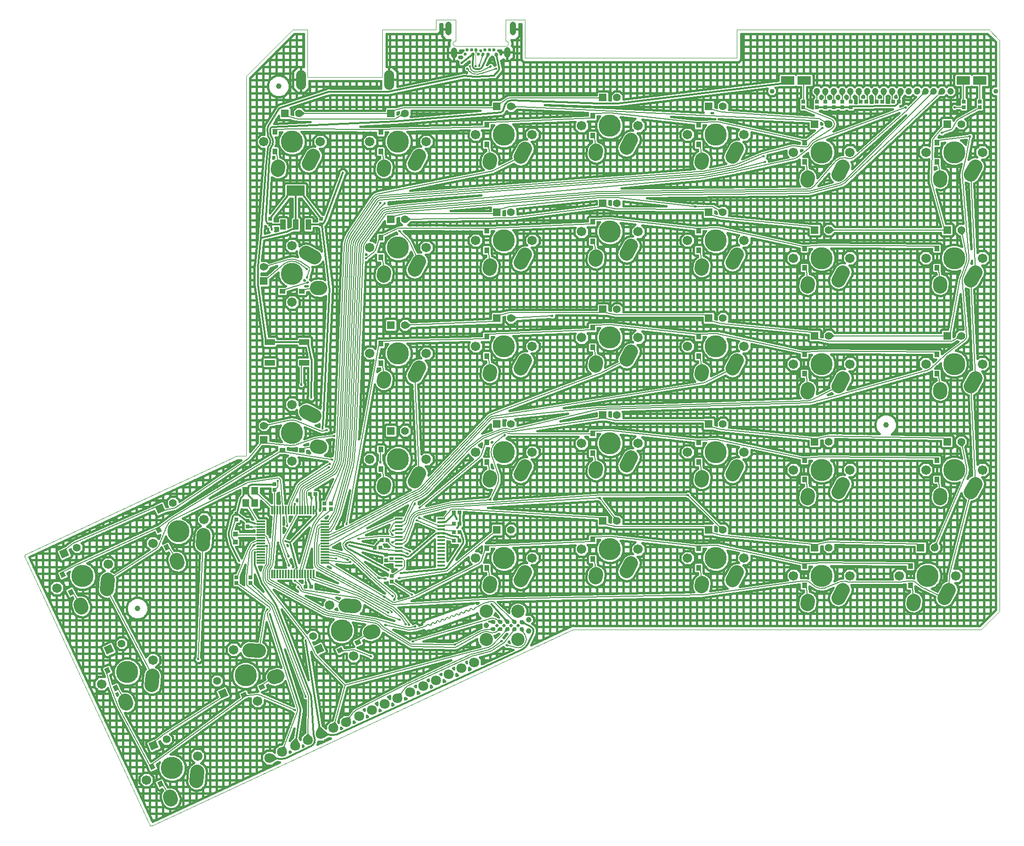
<source format=gbl>
%FSLAX46Y46*%
%OFA0.000000B0.000000*%
%SFA1B1*%
%MOMM*%
%AMFRECTNOHOLE11*
21,1,0.6000,0.6500,0.0000,0.0000,0*
%
%AMFRECTNOHOLE14*
21,1,2.4000,1.5000,0.0000,0.0000,0*
%
%AMFRECTNOHOLE15*
21,1,1.4000,1.4000,0.0000,0.0000,0*
%
%AMFRECTNOHOLE16*
21,1,1.4000,1.4000,0.0000,0.0000,25*
%
%AMFRECTNOHOLE17*
21,1,1.4000,1.4000,0.0000,0.0000,115*
%
%AMFRECTNOHOLE18*
21,1,0.3000,1.5000,0.0000,0.0000,0*
%
%AMFRECTNOHOLE19*
21,1,1.5000,0.3000,0.0000,0.0000,0*
%
%AMFRECTNOHOLE20*
21,1,1.2000,1.4000,0.0000,0.0000,0*
%
%AMFRECTNOHOLE21*
21,1,0.6500,0.6000,0.0000,0.0000,0*
%
%AMFRECTNOHOLE22*
21,1,1.4300,0.4000,0.0000,0.0000,0*
%
%AMFRECTNOHOLE23*
21,1,0.7976,0.7976,0.0000,0.0000,0*
%
%AMFRECTNOHOLE24*
21,1,1.8000,1.1000,0.0000,0.0000,0*
%
%AMFRECTNOHOLE25*
21,1,0.9500,1.9000,0.0000,0.0000,0*
%
%AMFRECTNOHOLE26*
21,1,3.2500,1.9000,0.0000,0.0000,0*
%
%AMFRECTNOHOLE27*
21,1,1.0008,0.8510,0.0000,0.0000,205*
%
%AMFRECTNOHOLE28*
21,1,1.0008,0.8510,0.0000,0.0000,0*
%
%AMFRECTNOHOLE29*
21,1,0.8510,1.0008,0.0000,0.0000,0*
%
%AMFRECTNOHOLE30*
21,1,1.0008,0.8510,0.0000,0.0000,115*
%
%ADD11FRECTNOHOLE11*%
%ADD14FRECTNOHOLE14*%
%ADD15FRECTNOHOLE15*%
%ADD16FRECTNOHOLE16*%
%ADD17FRECTNOHOLE17*%
%ADD18FRECTNOHOLE18*%
%ADD19FRECTNOHOLE19*%
%ADD20FRECTNOHOLE20*%
%ADD21FRECTNOHOLE21*%
%ADD22FRECTNOHOLE22*%
%ADD23FRECTNOHOLE23*%
%ADD24FRECTNOHOLE24*%
%ADD25FRECTNOHOLE25*%
%ADD26FRECTNOHOLE26*%
%ADD27FRECTNOHOLE27*%
%ADD28FRECTNOHOLE28*%
%ADD29FRECTNOHOLE29*%
%ADD30FRECTNOHOLE30*%
%ADD31C,0.0000X0.0000*%
%ADD32C,0.4000X0.0000*%
%ADD33C,0.3810X0.0000*%
%ADD34C,0.1524X0.0000*%
%ADD35C,0.3048X0.0000*%
%ADD36C,0.1016X0.0000*%
%ADD37C,0.4064X0.0000*%
%ADD38C,0.6000X0.0000*%
%ADD39C,1.1000X0.0000*%
%ADD40C,0.7000X0.0000*%
%ADD41C,1.8000X0.0000*%
%ADD42C,0.9906X0.0000*%
%ADD43C,2.3748X0.0000*%
%ADD44C,1.2000X0.0000*%
%ADD45C,0.8500X0.0000*%
%ADD46C,1.0000X0.0000*%
%ADD47C,1.4000X0.0000*%
%ADD48C,3.9878X0.0000*%
%ADD49C,1.7018X0.0000*%
%ADD50C,2.5000X0.0000*%
%ADD51C,0.7874X0.0000*%
%LNICEDRight-Back*%
%LPD*%
G54D10*
G54D11*
X181475000Y-57912000D3*
X180475000Y-57912000D3*
X102481000Y-136906000D3*
X101481000Y-136906000D3*
X101481000Y-133858000D3*
X102481000Y-133858000D3*
X101481000Y-131826000D3*
X102481000Y-131826000D3*
X89527000Y-136779000D3*
X88527000Y-136779000D3*
X88257000Y-138176000D3*
X87257000Y-138176000D3*
X75573000Y-128524000D3*
X76573000Y-128524000D3*
X74811000Y-145161000D3*
X75811000Y-145161000D3*
X101481000Y-135382000D3*
X102481000Y-135382000D3*
X174633000Y-57912000D3*
X175633000Y-57912000D3*
X177554000Y-57912000D3*
X178554000Y-57912000D3*
G54D14*
X196100000Y-54064000D3*
X193100000Y-54064000D3*
X164500000Y-54064000D3*
X161500000Y-54064000D3*
G54D15*
X90170000Y-79067700D3*
X90170000Y-117168000D3*
X67310000Y-90180200D3*
X67310000Y-118755000D3*
X190182000Y-61925200D3*
X185420000Y-138123000D3*
X166370000Y-61925200D3*
X166370000Y-138123000D3*
X71120000Y-60020200D3*
X147320000Y-134948000D3*
X190182000Y-100023000D3*
X128270000Y-57150000D3*
X128270000Y-133350000D3*
X166370000Y-100023000D3*
X109220000Y-58747700D3*
X109220000Y-134948000D3*
X147320000Y-96848000D3*
X90170000Y-60020200D3*
X128270000Y-95250000D3*
X147320000Y-58747700D3*
X109220000Y-96848000D3*
X109220000Y-115898000D3*
X90170000Y-98118000D3*
X190182000Y-80972700D3*
X190182000Y-119073000D3*
X109220000Y-77797700D3*
X128270000Y-114300000D3*
X128270000Y-76200000D3*
X147320000Y-115898000D3*
X147320000Y-77797700D3*
X166370000Y-119073000D3*
X166370000Y-80972700D3*
G54D16*
X48666000Y-131153700D3*
X31401600Y-139203700D3*
X39450900Y-156467700D3*
X47502700Y-173734700D3*
G54D17*
X77234500Y-156361000D3*
X59972700Y-164417000D3*
G54D18*
X76267000Y-131410000D3*
X75767000Y-131410000D3*
X75267000Y-131410000D3*
X74767000Y-131410000D3*
X74267000Y-131410000D3*
X73767000Y-131410000D3*
X73267000Y-131410000D3*
X72767000Y-131410000D3*
X72267000Y-131410000D3*
X71767000Y-131410000D3*
X71267000Y-131410000D3*
X70767000Y-131410000D3*
X70267000Y-131410000D3*
X69767000Y-131410000D3*
X69267000Y-131410000D3*
X68767000Y-131410000D3*
X68767000Y-142910000D3*
X69267000Y-142910000D3*
X69767000Y-142910000D3*
X70267000Y-142910000D3*
X70767000Y-142910000D3*
X71267000Y-142910000D3*
X71767000Y-142910000D3*
X72267000Y-142910000D3*
X72767000Y-142910000D3*
X73267000Y-142910000D3*
X73767000Y-142910000D3*
X74267000Y-142910000D3*
X74767000Y-142910000D3*
X75267000Y-142910000D3*
X75767000Y-142910000D3*
X76267000Y-142910000D3*
G54D19*
X78267000Y-140910000D3*
X78267000Y-140410000D3*
X78267000Y-139910000D3*
X78267000Y-139410000D3*
X78267000Y-138910000D3*
X78267000Y-138410000D3*
X78267000Y-137910000D3*
X78267000Y-137410000D3*
X78267000Y-136910000D3*
X78267000Y-136410000D3*
X78267000Y-135910000D3*
X78267000Y-135410000D3*
X78267000Y-134910000D3*
X78267000Y-134410000D3*
X78267000Y-133910000D3*
X78267000Y-133410000D3*
X66767000Y-133410000D3*
X66767000Y-133910000D3*
X66767000Y-134410000D3*
X66767000Y-134910000D3*
X66767000Y-135410000D3*
X66767000Y-135910000D3*
X66767000Y-136410000D3*
X66767000Y-136910000D3*
X66767000Y-137410000D3*
X66767000Y-137910000D3*
X66767000Y-138410000D3*
X66767000Y-138910000D3*
X66767000Y-139410000D3*
X66767000Y-139910000D3*
X66767000Y-140410000D3*
X66767000Y-140910000D3*
G54D20*
X65697000Y-130132000D3*
X64097000Y-130132000D3*
X64097000Y-127932000D3*
X65697000Y-127932000D3*
G54D21*
X62357000Y-132088000D3*
X62357000Y-133088000D3*
X89281000Y-139454000D3*
X89281000Y-140454000D3*
X90297000Y-144264000D3*
X90297000Y-143264000D3*
X64897000Y-144518000D3*
X64897000Y-143518000D3*
X79375000Y-131183000D3*
X79375000Y-130183000D3*
X68453000Y-79002000D3*
X68453000Y-80002000D3*
X78232000Y-131183000D3*
X78232000Y-130183000D3*
X77597000Y-79002000D3*
X77597000Y-80002000D3*
X69215000Y-126754000D3*
X69215000Y-127754000D3*
X64389000Y-133358000D3*
X64389000Y-134358000D3*
X172847000Y-57920000D3*
X172847000Y-58920000D3*
X171323000Y-57920000D3*
X171323000Y-58920000D3*
X169799000Y-57920000D3*
X169799000Y-58920000D3*
X168275000Y-57920000D3*
X168275000Y-58920000D3*
X166751000Y-57920000D3*
X166751000Y-58920000D3*
X196088000Y-58920000D3*
X196088000Y-57920000D3*
X193167000Y-58920000D3*
X193167000Y-57920000D3*
X164338000Y-58920000D3*
X164338000Y-57920000D3*
X62357000Y-144518000D3*
X62357000Y-143518000D3*
G54D22*
X91582000Y-132935000D3*
X91582000Y-133585000D3*
X91582000Y-134235000D3*
X91582000Y-134885000D3*
X91582000Y-135535000D3*
X91582000Y-136185000D3*
X91582000Y-136835000D3*
X91582000Y-137485000D3*
X91582000Y-138135000D3*
X91582000Y-138785000D3*
X91582000Y-139435000D3*
X91582000Y-140085000D3*
X91582000Y-140735000D3*
X91582000Y-141385000D3*
X99172000Y-141385000D3*
X99172000Y-140735000D3*
X99172000Y-140085000D3*
X99172000Y-139435000D3*
X99172000Y-138785000D3*
X99172000Y-138135000D3*
X99172000Y-137485000D3*
X99172000Y-136835000D3*
X99172000Y-136185000D3*
X99172000Y-135535000D3*
X99172000Y-134885000D3*
X99172000Y-134235000D3*
X99172000Y-133585000D3*
X99172000Y-132935000D3*
G54D23*
X62212500Y-137168300D3*
X62212500Y-135669700D3*
G54D24*
X74601000Y-101147000D3*
X74601000Y-104847000D3*
X68401000Y-101147000D3*
X68401000Y-104847000D3*
G54D25*
X75325000Y-80012000D3*
X70725000Y-80012000D3*
X73025000Y-80012000D3*
G54D26*
X73025000Y-73912000D3*
G54D27*
X66938000Y-163198500D3*
X63765800Y-164677700D3*
X84202400Y-155146500D3*
X81030200Y-156625700D3*
G54D28*
X74137500Y-92021700D3*
X70637400Y-92021700D3*
X74137500Y-120596000D3*
X70637400Y-120596000D3*
G54D29*
X188340000Y-106850500D3*
X188340000Y-103350400D3*
X164528000Y-106850500D3*
X164528000Y-103350400D3*
X145478000Y-103675500D3*
X145478000Y-100175400D3*
X126428000Y-102077500D3*
X126428000Y-98577400D3*
X107378000Y-103675500D3*
X107378000Y-100175400D3*
X88328500Y-104945500D3*
X88328500Y-101445400D3*
X188340000Y-87800200D3*
X188340000Y-84300100D3*
X164528000Y-87800200D3*
X164528000Y-84300100D3*
X145478000Y-84625200D3*
X145478000Y-81125100D3*
X107378000Y-84625200D3*
X107378000Y-81125100D3*
X88328500Y-85895200D3*
X88328500Y-82395100D3*
X188340000Y-68752700D3*
X188340000Y-65252600D3*
X164528000Y-68752700D3*
X164528000Y-65252600D3*
X88328500Y-66847700D3*
X88328500Y-63347600D3*
X107378000Y-65575200D3*
X107378000Y-62075100D3*
X126428000Y-63977500D3*
X126428000Y-60477400D3*
X145478000Y-65575200D3*
X145478000Y-62075100D3*
X126428000Y-83027500D3*
X126428000Y-79527400D3*
X183578000Y-144950500D3*
X183578000Y-141450400D3*
X164528000Y-144950500D3*
X164528000Y-141450400D3*
X145478000Y-141775500D3*
X145478000Y-138275400D3*
X126428000Y-140177500D3*
X126428000Y-136677400D3*
X107378000Y-141775500D3*
X107378000Y-138275400D3*
X69278500Y-66847700D3*
X69278500Y-63347600D3*
X188340000Y-125900500D3*
X188340000Y-122400400D3*
X164528000Y-125900500D3*
X164528000Y-122400400D3*
X145478000Y-122725500D3*
X145478000Y-119225400D3*
X126428000Y-121127500D3*
X126428000Y-117627400D3*
X107378000Y-122725500D3*
X107378000Y-119225400D3*
X88328500Y-123995500D3*
X88328500Y-120495400D3*
G54D30*
X32618000Y-146168800D3*
X31138800Y-142996600D3*
X49882400Y-138116800D3*
X48403200Y-134944600D3*
X48719100Y-180699800D3*
X47239900Y-177527600D3*
X40667300Y-163432800D3*
X39188100Y-160260600D3*
G54D31*
X62484000Y-121666000D2*
X24384000Y-139446000D1*
X64135000Y-121666000D2*
X62484000Y-121666000D1*
X64135000Y-53340000D2*
X64135000Y-121666000D1*
X72517000Y-44958000D2*
X64135000Y-53340000D1*
X75184000Y-44958000D2*
X72517000Y-44958000D1*
X75184000Y-53467000D2*
X75184000Y-44958000D1*
X88646000Y-53467000D2*
X75184000Y-53467000D1*
X88646000Y-44958000D2*
X88646000Y-53467000D1*
X98298000Y-44958000D2*
X88646000Y-44958000D1*
X98298000Y-43180000D2*
X98298000Y-44958000D1*
X101829000Y-43180000D2*
X98298000Y-43180000D1*
X101829000Y-46939200D2*
X101829000Y-43180000D1*
X101743000Y-46946700D2*
X101829000Y-46939200D1*
X101659000Y-46969100D2*
X101743000Y-46946700D1*
X101581000Y-47005600D2*
X101659000Y-46969100D1*
X101510000Y-47055100D2*
X101581000Y-47005600D1*
X101449000Y-47116100D2*
X101510000Y-47055100D1*
X101400000Y-47186800D2*
X101449000Y-47116100D1*
X101363000Y-47265100D2*
X101400000Y-47186800D1*
X101341000Y-47348500D2*
X101363000Y-47265100D1*
X101333000Y-47434500D2*
X101341000Y-47348500D1*
X101341000Y-47520500D2*
X101333000Y-47434500D1*
X101363000Y-47603900D2*
X101341000Y-47520500D1*
X101400000Y-47682200D2*
X101363000Y-47603900D1*
X101449000Y-47752900D2*
X101400000Y-47682200D1*
X101510000Y-47813900D2*
X101449000Y-47752900D1*
X101581000Y-47863400D2*
X101510000Y-47813900D1*
X101659000Y-47899900D2*
X101581000Y-47863400D1*
X101743000Y-47922300D2*
X101659000Y-47899900D1*
X101829000Y-47929800D2*
X101743000Y-47922300D1*
X110769000Y-47929800D2*
X101829000Y-47929800D1*
X110855000Y-47922300D2*
X110769000Y-47929800D1*
X110939000Y-47899900D2*
X110855000Y-47922300D1*
X111017000Y-47863400D2*
X110939000Y-47899900D1*
X111088000Y-47813900D2*
X111017000Y-47863400D1*
X111149000Y-47752900D2*
X111088000Y-47813900D1*
X111198000Y-47682200D2*
X111149000Y-47752900D1*
X111235000Y-47603900D2*
X111198000Y-47682200D1*
X111257000Y-47520500D2*
X111235000Y-47603900D1*
X111265000Y-47434500D2*
X111257000Y-47520500D1*
X111257000Y-47348500D2*
X111265000Y-47434500D1*
X111235000Y-47265100D2*
X111257000Y-47348500D1*
X111198000Y-47186800D2*
X111235000Y-47265100D1*
X111149000Y-47116100D2*
X111198000Y-47186800D1*
X111088000Y-47055100D2*
X111149000Y-47116100D1*
X111017000Y-47005600D2*
X111088000Y-47055100D1*
X110939000Y-46969100D2*
X111017000Y-47005600D1*
X110855000Y-46946700D2*
X110939000Y-46969100D1*
X110769000Y-46939200D2*
X110855000Y-46946700D1*
X110769000Y-43180000D2*
X110769000Y-46939200D1*
X114300000Y-43180000D2*
X110769000Y-43180000D1*
X114300000Y-50038000D2*
X114300000Y-43180000D1*
X152400000Y-50038000D2*
X114300000Y-50038000D1*
X152400000Y-44958000D2*
X152400000Y-50038000D1*
X197739000Y-44958000D2*
X152400000Y-44958000D1*
X199644000Y-46863000D2*
X197739000Y-44958000D1*
X199644000Y-149606000D2*
X199644000Y-46863000D1*
X196342000Y-152908000D2*
X199644000Y-149606000D1*
X127127000Y-152908000D2*
X196342000Y-152908000D1*
X122936000Y-152908000D2*
X127127000Y-152908000D1*
X47244000Y-188214000D2*
X122936000Y-152908000D1*
X46863000Y-188214000D2*
X47244000Y-188214000D1*
X24257000Y-139700000D2*
X46863000Y-188214000D1*
X24384000Y-139446000D2*
X24257000Y-139700000D1*
G54D32*
X118952800Y-97114600D2*
X118856400Y-97018200D1*
X119099300Y-97114600D2*
X118952800Y-97114600D1*
X119186800Y-97149300D2*
X119099300Y-97114600D1*
X119267200Y-97114600D2*
X119186800Y-97149300D1*
X119497200Y-97114600D2*
X119267200Y-97114600D1*
X119882200Y-96729600D2*
X119497200Y-97114600D1*
X119882200Y-96373300D2*
X119882200Y-96729600D1*
X127351200Y-96373300D2*
X119882200Y-96373300D1*
X127381900Y-96404000D2*
X127351200Y-96373300D1*
X127570000Y-96404000D2*
X127381900Y-96404000D1*
X128674200Y-96404000D2*
X127570000Y-96404000D1*
X128788800Y-96404000D2*
X128674200Y-96404000D1*
X128893800Y-96404000D2*
X128788800Y-96404000D1*
X128920200Y-96404000D2*
X128893800Y-96404000D1*
X130478200Y-96748900D2*
X128920200Y-96404000D1*
X130530900Y-96760600D2*
X130478200Y-96748900D1*
X130545400Y-96763800D2*
X130530900Y-96760600D1*
X130573700Y-96768500D2*
X130545400Y-96763800D1*
X130590400Y-96785100D2*
X130573700Y-96768500D1*
X130742700Y-96785300D2*
X130590400Y-96785100D1*
X130756900Y-96785200D2*
X130742700Y-96785300D1*
X130811000Y-96785100D2*
X130756900Y-96785200D1*
X146166000Y-96785100D2*
X130811000Y-96785100D1*
X146166000Y-97548000D2*
X146166000Y-96785100D1*
X146166000Y-97736100D2*
X146166000Y-97548000D1*
X146431900Y-98002000D2*
X146166000Y-97736100D1*
X146620000Y-98002000D2*
X146431900Y-98002000D1*
X147724200Y-98002000D2*
X146620000Y-98002000D1*
X147838800Y-98002000D2*
X147724200Y-98002000D1*
X147943800Y-98002000D2*
X147838800Y-98002000D1*
X147970200Y-98002000D2*
X147943800Y-98002000D1*
X149527200Y-98346700D2*
X147970200Y-98002000D1*
X149528200Y-98346900D2*
X149527200Y-98346700D1*
X149556300Y-98353100D2*
X149528200Y-98346900D1*
X149589100Y-98359400D2*
X149556300Y-98353100D1*
X149649800Y-98369000D2*
X149589100Y-98359400D1*
X149681400Y-98373000D2*
X149649800Y-98369000D1*
X149711300Y-98375900D2*
X149681400Y-98373000D1*
X165216000Y-99888000D2*
X149711300Y-98375900D1*
X165216000Y-100723000D2*
X165216000Y-99888000D1*
X165216000Y-100911100D2*
X165216000Y-100723000D1*
X165481900Y-101177000D2*
X165216000Y-100911100D1*
X165670000Y-101177000D2*
X165481900Y-101177000D1*
X166774200Y-101177000D2*
X165670000Y-101177000D1*
X166888800Y-101177000D2*
X166774200Y-101177000D1*
X166993800Y-101177000D2*
X166888800Y-101177000D1*
X167020200Y-101177000D2*
X166993800Y-101177000D1*
X168578200Y-101521900D2*
X167020200Y-101177000D1*
X168630900Y-101533600D2*
X168578200Y-101521900D1*
X168645400Y-101536800D2*
X168630900Y-101533600D1*
X168673700Y-101541500D2*
X168645400Y-101536800D1*
X168690400Y-101558100D2*
X168673700Y-101541500D1*
X168842700Y-101558300D2*
X168690400Y-101558100D1*
X168856900Y-101558200D2*
X168842700Y-101558300D1*
X168911000Y-101558100D2*
X168856900Y-101558200D1*
X190882000Y-101558100D2*
X168911000Y-101558100D1*
X190921600Y-101558100D2*
X190882000Y-101558100D1*
X190955900Y-101558100D2*
X190921600Y-101558100D1*
X191101600Y-101558100D2*
X190955900Y-101558100D1*
X191141500Y-101518200D2*
X191101600Y-101558100D1*
X191168300Y-101511100D2*
X191141500Y-101518200D1*
X191232600Y-101484600D2*
X191168300Y-101511100D1*
X191262600Y-101467300D2*
X191232600Y-101484600D1*
X191296200Y-101448000D2*
X191262600Y-101467300D1*
X191297100Y-101447500D2*
X191296200Y-101448000D1*
X192030300Y-101028700D2*
X191297100Y-101447500D1*
X192118900Y-101051900D2*
X192030300Y-101028700D1*
X192128200Y-101061200D2*
X192118900Y-101051900D1*
X189755700Y-102839000D2*
X192128200Y-101061200D1*
X189707500Y-102875100D2*
X189755700Y-102839000D1*
X189685600Y-102892400D2*
X189707500Y-102875100D1*
X189593100Y-102969600D2*
X189685600Y-102892400D1*
X189572300Y-102988000D2*
X189593100Y-102969600D1*
X189528200Y-103028900D2*
X189572300Y-102988000D1*
X189219500Y-103315200D2*
X189528200Y-103028900D1*
X189219500Y-102850000D2*
X189219500Y-103315200D1*
X189219500Y-102661900D2*
X189219500Y-102850000D1*
X188953600Y-102396000D2*
X189219500Y-102661900D1*
X188765500Y-102396000D2*
X188953600Y-102396000D1*
X188210300Y-102396000D2*
X188765500Y-102396000D1*
X188134100Y-102396000D2*
X188210300Y-102396000D1*
X188109500Y-102396000D2*
X188134100Y-102396000D1*
X188102600Y-102396000D2*
X188109500Y-102396000D1*
X187990700Y-102396000D2*
X188102600Y-102396000D1*
X187917200Y-102396000D2*
X187990700Y-102396000D1*
X187914500Y-102396000D2*
X187917200Y-102396000D1*
X167657000Y-102274000D2*
X187914500Y-102396000D1*
X167642800Y-102274100D2*
X167657000Y-102274000D1*
X167522500Y-102276600D2*
X167642800Y-102274100D1*
X167509000Y-102277100D2*
X167522500Y-102276600D1*
X164943300Y-102396000D2*
X167509000Y-102277100D1*
X164941900Y-102396000D2*
X164943300Y-102396000D1*
X164938400Y-102396000D2*
X164941900Y-102396000D1*
X164877300Y-102396000D2*
X164938400Y-102396000D1*
X164758800Y-102396000D2*
X164877300Y-102396000D1*
X164322100Y-102396000D2*
X164758800Y-102396000D1*
X164297500Y-102396000D2*
X164322100Y-102396000D1*
X164290600Y-102396000D2*
X164297500Y-102396000D1*
X164178700Y-102396000D2*
X164290600Y-102396000D1*
X164150700Y-102396000D2*
X164178700Y-102396000D1*
X149187500Y-99162900D2*
X164150700Y-102396000D1*
X149039900Y-99131100D2*
X149187500Y-99162900D1*
X149022700Y-99127400D2*
X149039900Y-99131100D1*
X148988800Y-99122400D2*
X149022700Y-99127400D1*
X148972200Y-99121000D2*
X148988800Y-99122400D1*
X148675900Y-99096400D2*
X148972200Y-99121000D1*
X148658400Y-99095000D2*
X148675900Y-99096400D1*
X148624100Y-99094400D2*
X148658400Y-99095000D1*
X148607400Y-99095200D2*
X148624100Y-99094400D1*
X148459000Y-99102100D2*
X148607400Y-99095200D1*
X145891900Y-99221000D2*
X148459000Y-99102100D1*
X145888400Y-99221000D2*
X145891900Y-99221000D1*
X145827300Y-99221000D2*
X145888400Y-99221000D1*
X145708800Y-99221000D2*
X145827300Y-99221000D1*
X145247500Y-99221000D2*
X145708800Y-99221000D1*
X145240600Y-99221000D2*
X145247500Y-99221000D1*
X145128700Y-99221000D2*
X145240600Y-99221000D1*
X145077900Y-99221000D2*
X145128700Y-99221000D1*
X129854100Y-97518400D2*
X145077900Y-99221000D1*
X129762300Y-97508200D2*
X129854100Y-97518400D1*
X129752200Y-97507100D2*
X129762300Y-97508200D1*
X129730900Y-97505500D2*
X129752200Y-97507100D1*
X129720700Y-97505300D2*
X129730900Y-97505500D1*
X129540200Y-97499500D2*
X129720700Y-97505300D1*
X129530000Y-97499200D2*
X129540200Y-97499500D1*
X129508700Y-97499300D2*
X129530000Y-97499200D1*
X129497800Y-97499800D2*
X129508700Y-97499300D1*
X129408100Y-97504100D2*
X129497800Y-97499800D1*
X126843300Y-97623000D2*
X129408100Y-97504100D1*
X126841900Y-97623000D2*
X126843300Y-97623000D1*
X126838400Y-97623000D2*
X126841900Y-97623000D1*
X126777300Y-97623000D2*
X126838400Y-97623000D1*
X126658800Y-97623000D2*
X126777300Y-97623000D1*
X126190600Y-97623000D2*
X126658800Y-97623000D1*
X126002500Y-97623000D2*
X126190600Y-97623000D1*
X125814400Y-97623000D2*
X126002500Y-97623000D1*
X125548500Y-97888900D2*
X125814400Y-97623000D1*
X125548500Y-98077000D2*
X125548500Y-97888900D1*
X125548500Y-98265100D2*
X125548500Y-98077000D1*
X125548500Y-98489200D2*
X125548500Y-98265100D1*
X110375900Y-99101300D2*
X125548500Y-98489200D1*
X110374300Y-99101400D2*
X110375900Y-99101300D1*
X110360500Y-99102000D2*
X110374300Y-99101400D1*
X110359000Y-99102100D2*
X110360500Y-99102000D1*
X107793300Y-99221000D2*
X110359000Y-99102100D1*
X107791900Y-99221000D2*
X107793300Y-99221000D1*
X107788400Y-99221000D2*
X107791900Y-99221000D1*
X107727300Y-99221000D2*
X107788400Y-99221000D1*
X107608800Y-99221000D2*
X107727300Y-99221000D1*
X107140600Y-99221000D2*
X107608800Y-99221000D1*
X106952500Y-99221000D2*
X107140600Y-99221000D1*
X106764400Y-99221000D2*
X106952500Y-99221000D1*
X106498500Y-99486900D2*
X106764400Y-99221000D1*
X106498500Y-99675000D2*
X106498500Y-99486900D1*
X106498500Y-99863100D2*
X106498500Y-99675000D1*
X106498500Y-100078000D2*
X106498500Y-99863100D1*
X91385500Y-100369500D2*
X106498500Y-100078000D1*
X91377800Y-100369700D2*
X91385500Y-100369500D1*
X91315600Y-100371800D2*
X91377800Y-100369700D1*
X91309000Y-100372100D2*
X91315600Y-100371800D1*
X88743800Y-100491000D2*
X91309000Y-100372100D1*
X88742400Y-100491000D2*
X88743800Y-100491000D1*
X88738900Y-100491000D2*
X88742400Y-100491000D1*
X88677800Y-100491000D2*
X88738900Y-100491000D1*
X88559300Y-100491000D2*
X88677800Y-100491000D1*
X88091100Y-100491000D2*
X88559300Y-100491000D1*
X87903000Y-100491000D2*
X88091100Y-100491000D1*
X87714900Y-100491000D2*
X87903000Y-100491000D1*
X87449000Y-100756900D2*
X87714900Y-100491000D1*
X87449000Y-100945000D2*
X87449000Y-100756900D1*
X87449000Y-101133100D2*
X87449000Y-100945000D1*
X87449000Y-101650000D2*
X87449000Y-101133100D1*
X87449000Y-101777400D2*
X87449000Y-101650000D1*
X87449000Y-101869600D2*
X87449000Y-101777400D1*
X87449000Y-101905200D2*
X87449000Y-101869600D1*
X87366700Y-102359300D2*
X87449000Y-101905200D1*
X86900500Y-101893100D2*
X87366700Y-102359300D1*
X85819500Y-101893100D2*
X86900500Y-101893100D1*
X85055100Y-102657500D2*
X85819500Y-101893100D1*
X85055100Y-103738500D2*
X85055100Y-102657500D1*
X85819500Y-104502900D2*
X85055100Y-103738500D1*
X86900500Y-104502900D2*
X85819500Y-104502900D1*
X86995600Y-104407800D2*
X86900500Y-104502900D1*
X84420100Y-118623500D2*
X86995600Y-104407800D1*
X84438800Y-118400200D2*
X84420100Y-118623500D1*
X84439600Y-118388000D2*
X84438800Y-118400200D1*
X84450500Y-118208000D2*
X84439600Y-118388000D1*
X84451100Y-118195900D2*
X84450500Y-118208000D1*
X85632500Y-86790500D2*
X84451100Y-118195900D1*
X85907300Y-86790500D2*
X85632500Y-86790500D1*
X86036300Y-86661500D2*
X85907300Y-86790500D1*
X86107400Y-86640500D2*
X86036300Y-86661500D1*
X86167300Y-86530500D2*
X86107400Y-86640500D1*
X86292300Y-86405500D2*
X86167300Y-86530500D1*
X86292300Y-86303900D2*
X86292300Y-86405500D1*
X87369900Y-85497800D2*
X86292300Y-86303900D1*
X87449000Y-85438600D2*
X87369900Y-85497800D1*
X87449000Y-85582900D2*
X87449000Y-85438600D1*
X87449000Y-86395600D2*
X87449000Y-85582900D1*
X87449000Y-86583700D2*
X87449000Y-86395600D1*
X87714900Y-86849600D2*
X87449000Y-86583700D1*
X87903000Y-86849600D2*
X87714900Y-86849600D1*
X88196500Y-86849600D2*
X87903000Y-86849600D1*
X88224700Y-87091000D2*
X88196500Y-86849600D1*
X88077900Y-87140100D2*
X88224700Y-87091000D1*
X87566400Y-87584900D2*
X88077900Y-87140100D1*
X87263900Y-88191600D2*
X87566400Y-87584900D1*
X87176300Y-89446400D2*
X87263900Y-88191600D1*
X87391500Y-90089300D2*
X87176300Y-89446400D1*
X87836300Y-90600800D2*
X87391500Y-90089300D1*
X88443000Y-90903300D2*
X87836300Y-90600800D1*
X89119200Y-90950500D2*
X88443000Y-90903300D1*
X89762100Y-90735300D2*
X89119200Y-90950500D1*
X90273600Y-90290500D2*
X89762100Y-90735300D1*
X90576100Y-89683800D2*
X90273600Y-90290500D1*
X90663700Y-88429000D2*
X90576100Y-89683800D1*
X90448500Y-87786100D2*
X90663700Y-88429000D1*
X90003700Y-87274600D2*
X90448500Y-87786100D1*
X89397000Y-86972100D2*
X90003700Y-87274600D1*
X89277400Y-86963700D2*
X89397000Y-86972100D1*
X89208000Y-86369400D2*
X89277400Y-86963700D1*
X89208000Y-86319400D2*
X89208000Y-86369400D1*
X89208000Y-86226900D2*
X89208000Y-86319400D1*
X89208000Y-85394800D2*
X89208000Y-86226900D1*
X89208000Y-85206700D2*
X89208000Y-85394800D1*
X88942100Y-84940800D2*
X89208000Y-85206700D1*
X88754000Y-84940800D2*
X88942100Y-84940800D1*
X88091100Y-84940800D2*
X88754000Y-84940800D1*
X87903000Y-84940800D2*
X88091100Y-84940800D1*
X87863800Y-84940800D2*
X87903000Y-84940800D1*
X87895600Y-84877800D2*
X87863800Y-84940800D1*
X87908200Y-84838900D2*
X87895600Y-84877800D1*
X87963300Y-84669300D2*
X87908200Y-84838900D1*
X88393000Y-83349500D2*
X87963300Y-84669300D1*
X88754000Y-83349500D2*
X88393000Y-83349500D1*
X88942100Y-83349500D2*
X88754000Y-83349500D1*
X89208000Y-83083600D2*
X88942100Y-83349500D1*
X89208000Y-82895500D2*
X89208000Y-83083600D1*
X89208000Y-82350900D2*
X89208000Y-82895500D1*
X91073200Y-81469900D2*
X89208000Y-82350900D1*
X91216900Y-81613600D2*
X91073200Y-81469900D1*
X91255300Y-81696500D2*
X91216900Y-81613600D1*
X90953100Y-81699800D2*
X91255300Y-81696500D1*
X90053400Y-82072500D2*
X90953100Y-81699800D1*
X89364800Y-82761100D2*
X90053400Y-82072500D1*
X88992100Y-83660800D2*
X89364800Y-82761100D1*
X88992100Y-84634600D2*
X88992100Y-83660800D1*
X89364800Y-85534300D2*
X88992100Y-84634600D1*
X90053400Y-86222900D2*
X89364800Y-85534300D1*
X90953100Y-86595600D2*
X90053400Y-86222900D1*
X91926900Y-86595600D2*
X90953100Y-86595600D1*
X92826600Y-86222900D2*
X91926900Y-86595600D1*
X93515200Y-85534300D2*
X92826600Y-86222900D1*
X93779100Y-84897200D2*
X93515200Y-85534300D1*
X94055700Y-85459900D2*
X93779100Y-84897200D1*
X93923800Y-85564900D2*
X94055700Y-85459900D1*
X92785500Y-87618400D2*
X93923800Y-85564900D1*
X92708800Y-88291900D2*
X92785500Y-87618400D1*
X92895600Y-88943500D2*
X92708800Y-88291900D1*
X93317700Y-89474000D2*
X92895600Y-88943500D1*
X93910600Y-89802700D2*
X93317700Y-89474000D1*
X94584100Y-89879400D2*
X93910600Y-89802700D1*
X95235700Y-89692600D2*
X94584100Y-89879400D1*
X95766200Y-89270500D2*
X95235700Y-89692600D1*
X96904500Y-87217000D2*
X95766200Y-89270500D1*
X96981200Y-86543500D2*
X96904500Y-87217000D1*
X96794400Y-85891900D2*
X96981200Y-86543500D1*
X96444900Y-85452600D2*
X96794400Y-85891900D1*
X97060500Y-85452600D2*
X96444900Y-85452600D1*
X97824900Y-84688200D2*
X97060500Y-85452600D1*
X97824900Y-83607200D2*
X97824900Y-84688200D1*
X97060500Y-82842800D2*
X97824900Y-83607200D1*
X95979500Y-82842800D2*
X97060500Y-82842800D1*
X95215100Y-83607200D2*
X95979500Y-82842800D1*
X95215100Y-84688200D2*
X95215100Y-83607200D1*
X95531400Y-85004500D2*
X95215100Y-84688200D1*
X95105900Y-84956000D2*
X95531400Y-85004500D1*
X95003900Y-84985200D2*
X95105900Y-84956000D1*
X93978700Y-82899400D2*
X95003900Y-84985200D1*
X93893400Y-82726200D2*
X93978700Y-82899400D1*
X93883600Y-82706300D2*
X93893400Y-82726200D1*
X93861200Y-82669000D2*
X93883600Y-82706300D1*
X93848300Y-82651000D2*
X93861200Y-82669000D1*
X93625300Y-82340900D2*
X93848300Y-82651000D1*
X93612300Y-82322900D2*
X93625300Y-82340900D1*
X93584100Y-82289800D2*
X93612300Y-82322900D1*
X93568200Y-82274000D2*
X93584100Y-82289800D1*
X93432600Y-82139500D2*
X93568200Y-82274000D1*
X92465700Y-81179900D2*
X93432600Y-82139500D1*
X106498500Y-81229500D2*
X92465700Y-81179900D1*
X106498500Y-81625500D2*
X106498500Y-81229500D1*
X106498500Y-81813600D2*
X106498500Y-81625500D1*
X106764400Y-82079500D2*
X106498500Y-81813600D1*
X106952500Y-82079500D2*
X106764400Y-82079500D1*
X107803500Y-82079500D2*
X106952500Y-82079500D1*
X107991600Y-82079500D2*
X107803500Y-82079500D1*
X108257500Y-81813600D2*
X107991600Y-82079500D1*
X108257500Y-81625500D2*
X108257500Y-81813600D1*
X108257500Y-81210700D2*
X108257500Y-81625500D1*
X108716500Y-81189400D2*
X108257500Y-81210700D1*
X108414800Y-81491100D2*
X108716500Y-81189400D1*
X108042100Y-82390800D2*
X108414800Y-81491100D1*
X108042100Y-83364600D2*
X108042100Y-82390800D1*
X108414800Y-84264300D2*
X108042100Y-83364600D1*
X109103400Y-84952900D2*
X108414800Y-84264300D1*
X110003100Y-85325600D2*
X109103400Y-84952900D1*
X110976900Y-85325600D2*
X110003100Y-85325600D1*
X111876600Y-84952900D2*
X110976900Y-85325600D1*
X112565200Y-84264300D2*
X111876600Y-84952900D1*
X112937900Y-83364600D2*
X112565200Y-84264300D1*
X112937900Y-82390800D2*
X112937900Y-83364600D1*
X112565200Y-81491100D2*
X112937900Y-82390800D1*
X112116300Y-81042200D2*
X112565200Y-81491100D1*
X123303500Y-80591100D2*
X112116300Y-81042200D1*
X123155100Y-80739500D2*
X123303500Y-80591100D1*
X123155100Y-81820500D2*
X123155100Y-80739500D1*
X123919500Y-82584900D2*
X123155100Y-81820500D1*
X125000500Y-82584900D2*
X123919500Y-82584900D1*
X125764900Y-81820500D2*
X125000500Y-82584900D1*
X125764900Y-80739500D2*
X125764900Y-81820500D1*
X125526900Y-80501500D2*
X125764900Y-80739500D1*
X126016500Y-80481800D2*
X125526900Y-80501500D1*
X126019600Y-80481800D2*
X126016500Y-80481800D1*
X126020800Y-80481800D2*
X126019600Y-80481800D1*
X126078700Y-80481800D2*
X126020800Y-80481800D1*
X126197200Y-80481800D2*
X126078700Y-80481800D1*
X126853500Y-80481800D2*
X126197200Y-80481800D1*
X127041600Y-80481800D2*
X126853500Y-80481800D1*
X127307500Y-80215900D2*
X127041600Y-80481800D1*
X127307500Y-80027800D2*
X127307500Y-80215900D1*
X127307500Y-79613000D2*
X127307500Y-80027800D1*
X127766500Y-79591700D2*
X127307500Y-79613000D1*
X127464800Y-79893400D2*
X127766500Y-79591700D1*
X127092100Y-80793100D2*
X127464800Y-79893400D1*
X127092100Y-81766900D2*
X127092100Y-80793100D1*
X127464800Y-82666600D2*
X127092100Y-81766900D1*
X128153400Y-83355200D2*
X127464800Y-82666600D1*
X129053100Y-83727900D2*
X128153400Y-83355200D1*
X130026900Y-83727900D2*
X129053100Y-83727900D1*
X130926600Y-83355200D2*
X130026900Y-83727900D1*
X131615200Y-82666600D2*
X130926600Y-83355200D1*
X131987900Y-81766900D2*
X131615200Y-82666600D1*
X131987900Y-80793100D2*
X131987900Y-81766900D1*
X131615200Y-79893400D2*
X131987900Y-80793100D1*
X131433900Y-79712100D2*
X131615200Y-79893400D1*
X134050000Y-80004600D2*
X131433900Y-79712100D1*
X133315100Y-80739500D2*
X134050000Y-80004600D1*
X133315100Y-81820500D2*
X133315100Y-80739500D1*
X133631400Y-82136800D2*
X133315100Y-81820500D1*
X133205900Y-82088300D2*
X133631400Y-82136800D1*
X132554300Y-82275100D2*
X133205900Y-82088300D1*
X132023800Y-82697200D2*
X132554300Y-82275100D1*
X130885500Y-84750700D2*
X132023800Y-82697200D1*
X130808800Y-85424200D2*
X130885500Y-84750700D1*
X130995600Y-86075800D2*
X130808800Y-85424200D1*
X131417700Y-86606300D2*
X130995600Y-86075800D1*
X132010600Y-86935000D2*
X131417700Y-86606300D1*
X132684100Y-87011700D2*
X132010600Y-86935000D1*
X133335700Y-86824900D2*
X132684100Y-87011700D1*
X133866200Y-86402800D2*
X133335700Y-86824900D1*
X135004500Y-84349300D2*
X133866200Y-86402800D1*
X135081200Y-83675800D2*
X135004500Y-84349300D1*
X134894400Y-83024200D2*
X135081200Y-83675800D1*
X134544900Y-82584900D2*
X134894400Y-83024200D1*
X135160500Y-82584900D2*
X134544900Y-82584900D1*
X135924900Y-81820500D2*
X135160500Y-82584900D1*
X135924900Y-80739500D2*
X135924900Y-81820500D1*
X135333500Y-80148100D2*
X135924900Y-80739500D1*
X144598500Y-81184100D2*
X135333500Y-80148100D1*
X144598500Y-81625500D2*
X144598500Y-81184100D1*
X144598500Y-81813600D2*
X144598500Y-81625500D1*
X144864400Y-82079500D2*
X144598500Y-81813600D1*
X145052500Y-82079500D2*
X144864400Y-82079500D1*
X145903500Y-82079500D2*
X145052500Y-82079500D1*
X146091600Y-82079500D2*
X145903500Y-82079500D1*
X146357500Y-81813600D2*
X146091600Y-82079500D1*
X146357500Y-81625500D2*
X146357500Y-81813600D1*
X146357500Y-81210700D2*
X146357500Y-81625500D1*
X146816500Y-81189400D2*
X146357500Y-81210700D1*
X146514800Y-81491100D2*
X146816500Y-81189400D1*
X146142100Y-82390800D2*
X146514800Y-81491100D1*
X146142100Y-83364600D2*
X146142100Y-82390800D1*
X146514800Y-84264300D2*
X146142100Y-83364600D1*
X147203400Y-84952900D2*
X146514800Y-84264300D1*
X148103100Y-85325600D2*
X147203400Y-84952900D1*
X149076900Y-85325600D2*
X148103100Y-85325600D1*
X149976600Y-84952900D2*
X149076900Y-85325600D1*
X150665200Y-84264300D2*
X149976600Y-84952900D1*
X151037900Y-83364600D2*
X150665200Y-84264300D1*
X151037900Y-82390800D2*
X151037900Y-83364600D1*
X150676800Y-81519200D2*
X151037900Y-82390800D1*
X152737800Y-81964500D2*
X150676800Y-81519200D1*
X152365100Y-82337200D2*
X152737800Y-81964500D1*
X152365100Y-83418200D2*
X152365100Y-82337200D1*
X152681400Y-83734500D2*
X152365100Y-83418200D1*
X152255900Y-83686000D2*
X152681400Y-83734500D1*
X151604300Y-83872800D2*
X152255900Y-83686000D1*
X151073800Y-84294900D2*
X151604300Y-83872800D1*
X149935500Y-86348400D2*
X151073800Y-84294900D1*
X149858800Y-87021900D2*
X149935500Y-86348400D1*
X150045600Y-87673500D2*
X149858800Y-87021900D1*
X150467700Y-88204000D2*
X150045600Y-87673500D1*
X151060600Y-88532700D2*
X150467700Y-88204000D1*
X151734100Y-88609400D2*
X151060600Y-88532700D1*
X152385700Y-88422600D2*
X151734100Y-88609400D1*
X152916200Y-88000500D2*
X152385700Y-88422600D1*
X154054500Y-85947000D2*
X152916200Y-88000500D1*
X154131200Y-85273500D2*
X154054500Y-85947000D1*
X153944400Y-84621900D2*
X154131200Y-85273500D1*
X153594900Y-84182600D2*
X153944400Y-84621900D1*
X154210500Y-84182600D2*
X153594900Y-84182600D1*
X154974900Y-83418200D2*
X154210500Y-84182600D1*
X154974900Y-82447900D2*
X154974900Y-83418200D1*
X163648500Y-84322000D2*
X154974900Y-82447900D1*
X163648500Y-84800500D2*
X163648500Y-84322000D1*
X163648500Y-84988600D2*
X163648500Y-84800500D1*
X163914400Y-85254500D2*
X163648500Y-84988600D1*
X164102500Y-85254500D2*
X163914400Y-85254500D1*
X164953500Y-85254500D2*
X164102500Y-85254500D1*
X165141600Y-85254500D2*
X164953500Y-85254500D1*
X165407500Y-84988600D2*
X165141600Y-85254500D1*
X165407500Y-84800500D2*
X165407500Y-84988600D1*
X165407500Y-84385700D2*
X165407500Y-84800500D1*
X165866500Y-84364400D2*
X165407500Y-84385700D1*
X165564800Y-84666100D2*
X165866500Y-84364400D1*
X165192100Y-85565800D2*
X165564800Y-84666100D1*
X165192100Y-86539600D2*
X165192100Y-85565800D1*
X165564800Y-87439300D2*
X165192100Y-86539600D1*
X166253400Y-88127900D2*
X165564800Y-87439300D1*
X167153100Y-88500600D2*
X166253400Y-88127900D1*
X168126900Y-88500600D2*
X167153100Y-88500600D1*
X169026600Y-88127900D2*
X168126900Y-88500600D1*
X169715200Y-87439300D2*
X169026600Y-88127900D1*
X170087900Y-86539600D2*
X169715200Y-87439300D1*
X170087900Y-85565800D2*
X170087900Y-86539600D1*
X169715200Y-84666100D2*
X170087900Y-85565800D1*
X169343400Y-84294300D2*
X169715200Y-84666100D1*
X187460500Y-84403400D2*
X169343400Y-84294300D1*
X187460500Y-84800500D2*
X187460500Y-84403400D1*
X187460500Y-84988600D2*
X187460500Y-84800500D1*
X187726400Y-85254500D2*
X187460500Y-84988600D1*
X187914500Y-85254500D2*
X187726400Y-85254500D1*
X188765500Y-85254500D2*
X187914500Y-85254500D1*
X188953600Y-85254500D2*
X188765500Y-85254500D1*
X189219500Y-84988600D2*
X188953600Y-85254500D1*
X189219500Y-84800500D2*
X189219500Y-84988600D1*
X189219500Y-83799700D2*
X189219500Y-84800500D1*
X189219500Y-83611600D2*
X189219500Y-83799700D1*
X188953600Y-83345700D2*
X189219500Y-83611600D1*
X188765500Y-83345700D2*
X188953600Y-83345700D1*
X188210300Y-83345700D2*
X188765500Y-83345700D1*
X188134100Y-83345700D2*
X188210300Y-83345700D1*
X188109500Y-83345700D2*
X188134100Y-83345700D1*
X188102600Y-83345700D2*
X188109500Y-83345700D1*
X187990700Y-83345700D2*
X188102600Y-83345700D1*
X187917200Y-83345700D2*
X187990700Y-83345700D1*
X187914500Y-83345700D2*
X187917200Y-83345700D1*
X167657000Y-83223700D2*
X187914500Y-83345700D1*
X167642800Y-83223800D2*
X167657000Y-83223700D1*
X167522500Y-83226300D2*
X167642800Y-83223800D1*
X167509000Y-83226800D2*
X167522500Y-83226300D1*
X164943300Y-83345700D2*
X167509000Y-83226800D1*
X164941900Y-83345700D2*
X164943300Y-83345700D1*
X164938400Y-83345700D2*
X164941900Y-83345700D1*
X164877300Y-83345700D2*
X164938400Y-83345700D1*
X164758800Y-83345700D2*
X164877300Y-83345700D1*
X164322100Y-83345700D2*
X164758800Y-83345700D1*
X164297500Y-83345700D2*
X164322100Y-83345700D1*
X164290600Y-83345700D2*
X164297500Y-83345700D1*
X164178700Y-83345700D2*
X164290600Y-83345700D1*
X164150700Y-83345700D2*
X164178700Y-83345700D1*
X149187500Y-80112600D2*
X164150700Y-83345700D1*
X149039900Y-80080800D2*
X149187500Y-80112600D1*
X149022700Y-80077100D2*
X149039900Y-80080800D1*
X148988800Y-80072100D2*
X149022700Y-80077100D1*
X148972200Y-80070700D2*
X148988800Y-80072100D1*
X148675900Y-80046100D2*
X148972200Y-80070700D1*
X148658400Y-80044700D2*
X148675900Y-80046100D1*
X148624100Y-80044100D2*
X148658400Y-80044700D1*
X148607400Y-80044900D2*
X148624100Y-80044100D1*
X148459000Y-80051800D2*
X148607400Y-80044900D1*
X145891900Y-80170700D2*
X148459000Y-80051800D1*
X145888400Y-80170700D2*
X145891900Y-80170700D1*
X145827300Y-80170700D2*
X145888400Y-80170700D1*
X145708800Y-80170700D2*
X145827300Y-80170700D1*
X145247500Y-80170700D2*
X145708800Y-80170700D1*
X145240600Y-80170700D2*
X145247500Y-80170700D1*
X145128700Y-80170700D2*
X145240600Y-80170700D1*
X145077900Y-80170700D2*
X145128700Y-80170700D1*
X129854000Y-78468400D2*
X145077900Y-80170700D1*
X129762200Y-78458200D2*
X129854000Y-78468400D1*
X129752100Y-78457100D2*
X129762200Y-78458200D1*
X129730800Y-78455500D2*
X129752100Y-78457100D1*
X129720600Y-78455300D2*
X129730800Y-78455500D1*
X129540100Y-78449500D2*
X129720600Y-78455300D1*
X129529900Y-78449200D2*
X129540100Y-78449500D1*
X129508600Y-78449300D2*
X129529900Y-78449200D1*
X129497700Y-78449800D2*
X129508600Y-78449300D1*
X129408100Y-78454100D2*
X129497700Y-78449800D1*
X126843300Y-78573000D2*
X129408100Y-78454100D1*
X126841900Y-78573000D2*
X126843300Y-78573000D1*
X126838400Y-78573000D2*
X126841900Y-78573000D1*
X126777300Y-78573000D2*
X126838400Y-78573000D1*
X126658800Y-78573000D2*
X126777300Y-78573000D1*
X126190600Y-78573000D2*
X126658800Y-78573000D1*
X126002500Y-78573000D2*
X126190600Y-78573000D1*
X125814400Y-78573000D2*
X126002500Y-78573000D1*
X125548500Y-78838900D2*
X125814400Y-78573000D1*
X125548500Y-79027000D2*
X125548500Y-78838900D1*
X125548500Y-79215100D2*
X125548500Y-79027000D1*
X125548500Y-79439200D2*
X125548500Y-79215100D1*
X110376000Y-80051000D2*
X125548500Y-79439200D1*
X110374500Y-80051100D2*
X110376000Y-80051000D1*
X110360600Y-80051700D2*
X110374500Y-80051100D1*
X110359000Y-80051800D2*
X110360600Y-80051700D1*
X107793300Y-80170700D2*
X110359000Y-80051800D1*
X107791900Y-80170700D2*
X107793300Y-80170700D1*
X107788400Y-80170700D2*
X107791900Y-80170700D1*
X107727300Y-80170700D2*
X107788400Y-80170700D1*
X107608800Y-80170700D2*
X107727300Y-80170700D1*
X107172100Y-80170700D2*
X107608800Y-80170700D1*
X107147500Y-80170700D2*
X107172100Y-80170700D1*
X107140600Y-80170700D2*
X107147500Y-80170700D1*
X107028700Y-80170700D2*
X107140600Y-80170700D1*
X106954100Y-80170700D2*
X107028700Y-80170700D1*
X106952500Y-80170700D2*
X106954100Y-80170700D1*
X93287300Y-80122400D2*
X106952500Y-80170700D1*
X93827300Y-79582400D2*
X93287300Y-80122400D1*
X111781500Y-79332600D2*
X93827300Y-79582400D1*
X111809600Y-79332200D2*
X111781500Y-79332600D1*
X111838900Y-79331000D2*
X111809600Y-79332200D1*
X111894900Y-79327100D2*
X111838900Y-79331000D1*
X111923900Y-79324300D2*
X111894900Y-79327100D1*
X111951400Y-79320900D2*
X111923900Y-79324300D1*
X127598800Y-77354000D2*
X111951400Y-79320900D1*
X127646200Y-77354000D2*
X127598800Y-77354000D1*
X127752100Y-77354000D2*
X127646200Y-77354000D1*
X128674200Y-77354000D2*
X127752100Y-77354000D1*
X128788800Y-77354000D2*
X128674200Y-77354000D1*
X128893800Y-77354000D2*
X128788800Y-77354000D1*
X128920200Y-77354000D2*
X128893800Y-77354000D1*
X130478700Y-77699000D2*
X128920200Y-77354000D1*
X130531800Y-77710700D2*
X130478700Y-77699000D1*
X130545400Y-77713700D2*
X130531800Y-77710700D1*
X130573700Y-77718400D2*
X130545400Y-77713700D1*
X130587500Y-77719900D2*
X130573700Y-77718400D1*
X130694000Y-77731700D2*
X130587500Y-77719900D1*
X130707800Y-77733200D2*
X130694000Y-77731700D1*
X130736400Y-77734900D2*
X130707800Y-77733200D1*
X130750400Y-77734900D2*
X130736400Y-77734900D1*
X130804500Y-77735100D2*
X130750400Y-77734900D1*
X144667800Y-77784100D2*
X130804500Y-77735100D1*
X144668600Y-77784900D2*
X144667800Y-77784100D1*
X144670400Y-77784900D2*
X144668600Y-77784900D1*
X144886300Y-77784900D2*
X144670400Y-77784900D1*
X144888200Y-77784900D2*
X144886300Y-77784900D1*
X145109600Y-77784900D2*
X144888200Y-77784900D1*
X146166000Y-77784900D2*
X145109600Y-77784900D1*
X146166000Y-78497700D2*
X146166000Y-77784900D1*
X146166000Y-78685800D2*
X146166000Y-78497700D1*
X146431900Y-78951700D2*
X146166000Y-78685800D1*
X146620000Y-78951700D2*
X146431900Y-78951700D1*
X147724200Y-78951700D2*
X146620000Y-78951700D1*
X147838800Y-78951700D2*
X147724200Y-78951700D1*
X147943800Y-78951700D2*
X147838800Y-78951700D1*
X147970200Y-78951700D2*
X147943800Y-78951700D1*
X149527200Y-79296400D2*
X147970200Y-78951700D1*
X149528200Y-79296600D2*
X149527200Y-79296400D1*
X149556300Y-79302800D2*
X149528200Y-79296600D1*
X149589100Y-79309100D2*
X149556300Y-79302800D1*
X149649800Y-79318700D2*
X149589100Y-79309100D1*
X149681400Y-79322700D2*
X149649800Y-79318700D1*
X149711300Y-79325600D2*
X149681400Y-79322700D1*
X165216000Y-80837700D2*
X149711300Y-79325600D1*
X165216000Y-81672700D2*
X165216000Y-80837700D1*
X165216000Y-81860800D2*
X165216000Y-81672700D1*
X165481900Y-82126700D2*
X165216000Y-81860800D1*
X165670000Y-82126700D2*
X165481900Y-82126700D1*
X167070000Y-82126700D2*
X165670000Y-82126700D1*
X167258100Y-82126700D2*
X167070000Y-82126700D1*
X167524000Y-81860800D2*
X167258100Y-82126700D1*
X167524000Y-81672700D2*
X167524000Y-81860800D1*
X167524000Y-80272700D2*
X167524000Y-81672700D1*
X167524000Y-80084600D2*
X167524000Y-80272700D1*
X167258100Y-79818700D2*
X167524000Y-80084600D1*
X167070000Y-79818700D2*
X167258100Y-79818700D1*
X165858100Y-79818700D2*
X167070000Y-79818700D1*
X165851200Y-79818700D2*
X165858100Y-79818700D1*
X165746200Y-79818700D2*
X165851200Y-79818700D1*
X165692600Y-79818700D2*
X165746200Y-79818700D1*
X150912400Y-78377300D2*
X165692600Y-79818700D1*
X151014000Y-78275700D2*
X150912400Y-78377300D1*
X151014000Y-77319700D2*
X151014000Y-78275700D1*
X150338000Y-76643700D2*
X151014000Y-77319700D1*
X149802500Y-76643700D2*
X150338000Y-76643700D1*
X149781300Y-76631300D2*
X149802500Y-76643700D1*
X149734000Y-76643700D2*
X149781300Y-76631300D1*
X149382000Y-76643700D2*
X149734000Y-76643700D1*
X149256900Y-76768800D2*
X149382000Y-76643700D1*
X149168500Y-76792000D2*
X149256900Y-76768800D1*
X148434200Y-76372600D2*
X149168500Y-76792000D1*
X148401000Y-76353600D2*
X148434200Y-76372600D1*
X148372000Y-76337000D2*
X148401000Y-76353600D1*
X148310400Y-76311400D2*
X148372000Y-76337000D1*
X148277900Y-76302600D2*
X148310400Y-76311400D1*
X148203100Y-76282100D2*
X148277900Y-76302600D1*
X148170900Y-76273300D2*
X148203100Y-76282100D1*
X148104900Y-76263900D2*
X148170900Y-76273300D1*
X148071300Y-76263300D2*
X148104900Y-76263900D1*
X148032300Y-76262700D2*
X148071300Y-76263300D1*
X145318400Y-76222700D2*
X148032300Y-76262700D1*
X145274700Y-76201900D2*
X145318400Y-76222700D1*
X145162200Y-76089400D2*
X145274700Y-76201900D1*
X145038600Y-76089400D2*
X145162200Y-76089400D1*
X144974400Y-76058800D2*
X145038600Y-76089400D1*
X144932100Y-76073800D2*
X144974400Y-76058800D1*
X144892000Y-76053600D2*
X144932100Y-76073800D1*
X144783900Y-76089400D2*
X144892000Y-76053600D1*
X144617800Y-76089400D2*
X144783900Y-76089400D1*
X144535500Y-76171700D2*
X144617800Y-76089400D1*
X144530400Y-76173400D2*
X144535500Y-76171700D1*
X136180100Y-75249600D2*
X144530400Y-76173400D1*
X165131400Y-74931700D2*
X136180100Y-75249600D1*
X165277200Y-74930000D2*
X165131400Y-74931700D1*
X165293900Y-74929800D2*
X165277200Y-74930000D1*
X165326200Y-74927400D2*
X165293900Y-74929800D1*
X165342800Y-74925100D2*
X165326200Y-74927400D1*
X165627600Y-74886200D2*
X165342800Y-74925100D1*
X165644100Y-74883900D2*
X165627600Y-74886200D1*
X165675900Y-74877600D2*
X165644100Y-74883900D1*
X165692100Y-74873300D2*
X165675900Y-74877600D1*
X165831600Y-74836200D2*
X165692100Y-74873300D1*
X171274000Y-73388900D2*
X165831600Y-74836200D1*
X171506700Y-73327200D2*
X171274000Y-73388900D1*
X171538900Y-73318600D2*
X171506700Y-73327200D1*
X171599900Y-73294000D2*
X171538900Y-73318600D1*
X171629100Y-73277700D2*
X171599900Y-73294000D1*
X172053300Y-73041100D2*
X171629100Y-73277700D1*
X172082400Y-73024800D2*
X172053300Y-73041100D1*
X172135400Y-72985900D2*
X172082400Y-73024800D1*
X172159500Y-72963200D2*
X172135400Y-72985900D1*
X172335300Y-72796800D2*
X172159500Y-72963200D1*
X188947900Y-57077100D2*
X172335300Y-72796800D1*
X189315500Y-57068000D2*
X188947900Y-57077100D1*
X189736600Y-57068000D2*
X189315500Y-57068000D1*
X190050000Y-56754600D2*
X189736600Y-57068000D1*
X190363400Y-57068000D2*
X190050000Y-56754600D1*
X191236600Y-57068000D2*
X190363400Y-57068000D1*
X191854000Y-56450600D2*
X191236600Y-57068000D1*
X191854000Y-55577400D2*
X191854000Y-56450600D1*
X191236600Y-54960000D2*
X191854000Y-55577400D1*
X190363400Y-54960000D2*
X191236600Y-54960000D1*
X190050000Y-55273400D2*
X190363400Y-54960000D1*
X189736600Y-54960000D2*
X190050000Y-55273400D1*
X188863400Y-54960000D2*
X189736600Y-54960000D1*
X188550000Y-55273400D2*
X188863400Y-54960000D1*
X188236600Y-54960000D2*
X188550000Y-55273400D1*
X187363400Y-54960000D2*
X188236600Y-54960000D1*
X187050000Y-55273400D2*
X187363400Y-54960000D1*
X186736600Y-54960000D2*
X187050000Y-55273400D1*
X185863400Y-54960000D2*
X186736600Y-54960000D1*
X185550000Y-55273400D2*
X185863400Y-54960000D1*
X185236600Y-54960000D2*
X185550000Y-55273400D1*
X184363400Y-54960000D2*
X185236600Y-54960000D1*
X184050000Y-55273400D2*
X184363400Y-54960000D1*
X183736600Y-54960000D2*
X184050000Y-55273400D1*
X182863400Y-54960000D2*
X183736600Y-54960000D1*
X182550000Y-55273400D2*
X182863400Y-54960000D1*
X182236600Y-54960000D2*
X182550000Y-55273400D1*
X181363400Y-54960000D2*
X182236600Y-54960000D1*
X181050000Y-55273400D2*
X181363400Y-54960000D1*
X180736600Y-54960000D2*
X181050000Y-55273400D1*
X179863400Y-54960000D2*
X180736600Y-54960000D1*
X179550000Y-55273400D2*
X179863400Y-54960000D1*
X179236600Y-54960000D2*
X179550000Y-55273400D1*
X178363400Y-54960000D2*
X179236600Y-54960000D1*
X178050000Y-55273400D2*
X178363400Y-54960000D1*
X177736600Y-54960000D2*
X178050000Y-55273400D1*
X176863400Y-54960000D2*
X177736600Y-54960000D1*
X176550000Y-55273400D2*
X176863400Y-54960000D1*
X176236600Y-54960000D2*
X176550000Y-55273400D1*
X175363400Y-54960000D2*
X176236600Y-54960000D1*
X175050000Y-55273400D2*
X175363400Y-54960000D1*
X174736600Y-54960000D2*
X175050000Y-55273400D1*
X173863400Y-54960000D2*
X174736600Y-54960000D1*
X173550000Y-55273400D2*
X173863400Y-54960000D1*
X173236600Y-54960000D2*
X173550000Y-55273400D1*
X172363400Y-54960000D2*
X173236600Y-54960000D1*
X172050000Y-55273400D2*
X172363400Y-54960000D1*
X171736600Y-54960000D2*
X172050000Y-55273400D1*
X170863400Y-54960000D2*
X171736600Y-54960000D1*
X170550000Y-55273400D2*
X170863400Y-54960000D1*
X170236600Y-54960000D2*
X170550000Y-55273400D1*
X169363400Y-54960000D2*
X170236600Y-54960000D1*
X169050000Y-55273400D2*
X169363400Y-54960000D1*
X168736600Y-54960000D2*
X169050000Y-55273400D1*
X167863400Y-54960000D2*
X168736600Y-54960000D1*
X167550000Y-55273400D2*
X167863400Y-54960000D1*
X167236600Y-54960000D2*
X167550000Y-55273400D1*
X166363400Y-54960000D2*
X167236600Y-54960000D1*
X165746000Y-55577400D2*
X166363400Y-54960000D1*
X165746000Y-56450600D2*
X165746000Y-55577400D1*
X166035000Y-56739600D2*
X165746000Y-56450600D1*
X166269800Y-57000400D2*
X166035000Y-56739600D1*
X166269800Y-57166000D2*
X166269800Y-57000400D1*
X166237900Y-57166000D2*
X166269800Y-57166000D1*
X165972000Y-57431900D2*
X166237900Y-57166000D1*
X165972000Y-57620000D2*
X165972000Y-57431900D1*
X165972000Y-58031900D2*
X165972000Y-57620000D1*
X165972000Y-58220000D2*
X165972000Y-58031900D1*
X165972000Y-58408100D2*
X165972000Y-58220000D1*
X165983900Y-58420000D2*
X165972000Y-58408100D1*
X165972000Y-58431900D2*
X165983900Y-58420000D1*
X165972000Y-58620000D2*
X165972000Y-58431900D1*
X165972000Y-59031900D2*
X165972000Y-58620000D1*
X165972000Y-59091900D2*
X165972000Y-59031900D1*
X165117000Y-58748700D2*
X165972000Y-59091900D1*
X165117000Y-58620000D2*
X165117000Y-58748700D1*
X165117000Y-58431900D2*
X165117000Y-58620000D1*
X165105100Y-58420000D2*
X165117000Y-58431900D1*
X165117000Y-58408100D2*
X165105100Y-58420000D1*
X165117000Y-58220000D2*
X165117000Y-58408100D1*
X165117000Y-57808100D2*
X165117000Y-58220000D1*
X165117000Y-57620000D2*
X165117000Y-57808100D1*
X165117000Y-57431900D2*
X165117000Y-57620000D1*
X164949200Y-57264100D2*
X165117000Y-57431900D1*
X164949200Y-55268000D2*
X164949200Y-57264100D1*
X165700000Y-55268000D2*
X164949200Y-55268000D1*
X165888100Y-55268000D2*
X165700000Y-55268000D1*
X166154000Y-55002100D2*
X165888100Y-55268000D1*
X166154000Y-54814000D2*
X166154000Y-55002100D1*
X166154000Y-53314000D2*
X166154000Y-54814000D1*
X166154000Y-53125900D2*
X166154000Y-53314000D1*
X165888100Y-52860000D2*
X166154000Y-53125900D1*
X165700000Y-52860000D2*
X165888100Y-52860000D1*
X163300000Y-52860000D2*
X165700000Y-52860000D1*
X163111900Y-52860000D2*
X163300000Y-52860000D1*
X163000000Y-52971900D2*
X163111900Y-52860000D1*
X162888100Y-52860000D2*
X163000000Y-52971900D1*
X162700000Y-52860000D2*
X162888100Y-52860000D1*
X160300000Y-52860000D2*
X162700000Y-52860000D1*
X160111900Y-52860000D2*
X160300000Y-52860000D1*
X159846000Y-53125900D2*
X160111900Y-52860000D1*
X159846000Y-53314000D2*
X159846000Y-53125900D1*
X159846000Y-54104700D2*
X159846000Y-53314000D1*
X131964000Y-57488100D2*
X159846000Y-54104700D1*
X131964000Y-56672000D2*
X131964000Y-57488100D1*
X131288000Y-55996000D2*
X131964000Y-56672000D1*
X130332000Y-55996000D2*
X131288000Y-55996000D1*
X129656000Y-56672000D2*
X130332000Y-55996000D1*
X129656000Y-57624700D2*
X129656000Y-56672000D1*
X129424000Y-57624700D2*
X129656000Y-57624700D1*
X129424000Y-56450000D2*
X129424000Y-57624700D1*
X129424000Y-56261900D2*
X129424000Y-56450000D1*
X129158100Y-55996000D2*
X129424000Y-56261900D1*
X128970000Y-55996000D2*
X129158100Y-55996000D1*
X127758100Y-55996000D2*
X128970000Y-55996000D1*
X127570000Y-55996000D2*
X127758100Y-55996000D1*
X127381900Y-55996000D2*
X127570000Y-55996000D1*
X127116000Y-56261900D2*
X127381900Y-55996000D1*
X127116000Y-56450000D2*
X127116000Y-56261900D1*
X127116000Y-56638100D2*
X127116000Y-56450000D1*
X127116000Y-56679100D2*
X127116000Y-56638100D1*
X111759800Y-56679100D2*
X127116000Y-56679100D1*
X111527200Y-56679200D2*
X111759800Y-56679100D1*
X111487300Y-56679200D2*
X111527200Y-56679200D1*
X111409400Y-56691000D2*
X111487300Y-56679200D1*
X111371100Y-56702800D2*
X111409400Y-56691000D1*
X110929000Y-56839200D2*
X111371100Y-56702800D1*
X110890900Y-56851000D2*
X110929000Y-56839200D1*
X110819900Y-56885100D2*
X110890900Y-56851000D1*
X110786700Y-56907700D2*
X110819900Y-56885100D1*
X110595100Y-57038300D2*
X110786700Y-56907700D1*
X109780000Y-57593700D2*
X110595100Y-57038300D1*
X109737900Y-57593700D2*
X109780000Y-57593700D1*
X109700400Y-57593700D2*
X109737900Y-57593700D1*
X108708100Y-57593700D2*
X109700400Y-57593700D1*
X108520000Y-57593700D2*
X108708100Y-57593700D1*
X108331900Y-57593700D2*
X108520000Y-57593700D1*
X108066000Y-57859600D2*
X108331900Y-57593700D1*
X108066000Y-58047700D2*
X108066000Y-57859600D1*
X108066000Y-58235800D2*
X108066000Y-58047700D1*
X108066000Y-58485100D2*
X108066000Y-58235800D1*
X92710000Y-58485100D2*
X108066000Y-58485100D1*
X92655600Y-58485100D2*
X92710000Y-58485100D1*
X92640800Y-58485100D2*
X92655600Y-58485100D1*
X92490400Y-58485100D2*
X92640800Y-58485100D1*
X92473600Y-58501900D2*
X92490400Y-58485100D1*
X92445100Y-58506500D2*
X92473600Y-58501900D1*
X92430900Y-58509700D2*
X92445100Y-58506500D1*
X92378100Y-58521400D2*
X92430900Y-58509700D1*
X90820200Y-58866200D2*
X92378100Y-58521400D1*
X90793800Y-58866200D2*
X90820200Y-58866200D1*
X90687900Y-58866200D2*
X90793800Y-58866200D1*
X90650400Y-58866200D2*
X90687900Y-58866200D1*
X89658100Y-58866200D2*
X90650400Y-58866200D1*
X89470000Y-58866200D2*
X89658100Y-58866200D1*
X89281900Y-58866200D2*
X89470000Y-58866200D1*
X89016000Y-59132100D2*
X89281900Y-58866200D1*
X89016000Y-59320200D2*
X89016000Y-59132100D1*
X89016000Y-59490000D2*
X89016000Y-59320200D1*
X74761800Y-59490000D2*
X89016000Y-59490000D1*
X74138000Y-58866200D2*
X74761800Y-59490000D1*
X73182000Y-58866200D2*
X74138000Y-58866200D1*
X72506000Y-59542200D2*
X73182000Y-58866200D1*
X72506000Y-60251000D2*
X72506000Y-59542200D1*
X72274000Y-60199600D2*
X72506000Y-60251000D1*
X72274000Y-59320200D2*
X72274000Y-60199600D1*
X72274000Y-59132100D2*
X72274000Y-59320200D1*
X72135100Y-58993200D2*
X72274000Y-59132100D1*
X78891400Y-56770900D2*
X72135100Y-58993200D1*
X79221000Y-56770900D2*
X78891400Y-56770900D1*
X79272500Y-56719400D2*
X79221000Y-56770900D1*
X89819300Y-56695500D2*
X79272500Y-56719400D1*
X89883700Y-56695400D2*
X89819300Y-56695500D1*
X89899600Y-56695400D2*
X89883700Y-56695400D1*
X89930200Y-56693700D2*
X89899600Y-56695400D1*
X89946200Y-56692100D2*
X89930200Y-56693700D1*
X90077500Y-56678300D2*
X89946200Y-56692100D1*
X90093300Y-56676600D2*
X90077500Y-56678300D1*
X90123600Y-56671900D2*
X90093300Y-56676600D1*
X90138500Y-56668700D2*
X90123600Y-56671900D1*
X90204000Y-56655000D2*
X90138500Y-56668700D1*
X103177200Y-53922600D2*
X90204000Y-56655000D1*
X103627300Y-53922600D2*
X103177200Y-53922600D1*
X103649300Y-53900600D2*
X103627300Y-53922600D1*
X105188400Y-54038500D2*
X103649300Y-53900600D1*
X105263600Y-54045200D2*
X105188400Y-54038500D1*
X105275200Y-54046200D2*
X105263600Y-54045200D1*
X105299500Y-54047400D2*
X105275200Y-54046200D1*
X105311800Y-54047600D2*
X105299500Y-54047400D1*
X105462800Y-54049000D2*
X105311800Y-54047600D1*
X105475500Y-54049100D2*
X105462800Y-54049000D1*
X105499800Y-54048300D2*
X105475500Y-54049100D1*
X105511500Y-54047500D2*
X105499800Y-54048300D1*
X105585800Y-54042200D2*
X105511500Y-54047500D1*
X108411800Y-53842200D2*
X105585800Y-54042200D1*
X108439800Y-53870200D2*
X108411800Y-53842200D1*
X108984200Y-53870200D2*
X108439800Y-53870200D1*
X109369200Y-53485200D2*
X108984200Y-53870200D1*
X109369200Y-53392500D2*
X109369200Y-53485200D1*
X109957900Y-52747600D2*
X109369200Y-53392500D1*
X110054400Y-52642100D2*
X109957900Y-52747600D1*
X110103900Y-52587900D2*
X110054400Y-52642100D1*
X110174300Y-52459100D2*
X110103900Y-52587900D1*
X110193000Y-52388300D2*
X110174300Y-52459100D1*
X110266600Y-52110900D2*
X110193000Y-52388300D1*
X110285400Y-52040000D2*
X110266600Y-52110900D1*
X110288100Y-51893200D2*
X110285400Y-52040000D1*
X110271900Y-51821500D2*
X110288100Y-51893200D1*
X110240200Y-51681500D2*
X110271900Y-51821500D1*
X109972900Y-50500700D2*
X110240200Y-51681500D1*
X110038500Y-50500700D2*
X109972900Y-50500700D1*
X110084000Y-50500700D2*
X110038500Y-50500700D1*
X110167600Y-50465900D2*
X110084000Y-50500700D1*
X110199400Y-50434000D2*
X110167600Y-50465900D1*
X110348200Y-50285100D2*
X110199400Y-50434000D1*
X110630500Y-50567400D2*
X110348200Y-50285100D1*
X111567500Y-50567400D2*
X110630500Y-50567400D1*
X112230000Y-49904900D2*
X111567500Y-50567400D1*
X112230000Y-48117900D2*
X112230000Y-49904900D1*
X111946000Y-47833900D2*
X112230000Y-48117900D1*
X111942000Y-47811800D2*
X111946000Y-47833900D1*
X111947200Y-47756300D2*
X111942000Y-47811800D1*
X111984000Y-47678300D2*
X111947200Y-47756300D1*
X111998200Y-47661200D2*
X111984000Y-47678300D1*
X111997200Y-47650400D2*
X111998200Y-47661200D1*
X112001500Y-47641300D2*
X111997200Y-47650400D1*
X111994500Y-47621800D2*
X112001500Y-47641300D1*
X111986400Y-47535200D2*
X111994500Y-47621800D1*
X112001000Y-47479800D2*
X111986400Y-47535200D1*
X112017500Y-47451600D2*
X112001000Y-47479800D1*
X112013000Y-47434500D2*
X112017500Y-47451600D1*
X112017500Y-47417400D2*
X112013000Y-47434500D1*
X112001000Y-47389100D2*
X112017500Y-47417400D1*
X111986500Y-47334000D2*
X112001000Y-47389100D1*
X111994600Y-47247100D2*
X111986500Y-47334000D1*
X112001500Y-47227700D2*
X111994600Y-47247100D1*
X111997200Y-47218600D2*
X112001500Y-47227700D1*
X111998200Y-47207800D2*
X111997200Y-47218600D1*
X111984000Y-47190700D2*
X111998200Y-47207800D1*
X111947100Y-47112500D2*
X111984000Y-47190700D1*
X111942000Y-47057500D2*
X111947100Y-47112500D1*
X111948000Y-47024300D2*
X111942000Y-47057500D1*
X111937500Y-47009200D2*
X111948000Y-47024300D1*
X111935800Y-46990400D2*
X111937500Y-47009200D1*
X111909300Y-46968400D2*
X111935800Y-46990400D1*
X111878100Y-46923400D2*
X111909300Y-46968400D1*
X111858000Y-46847200D2*
X111878100Y-46923400D1*
X111858000Y-46822400D2*
X111858000Y-46847200D1*
X111849100Y-46813500D2*
X111858000Y-46822400D1*
X111845600Y-46800300D2*
X111849100Y-46813500D1*
X111822400Y-46786800D2*
X111845600Y-46800300D1*
X111803000Y-46767400D2*
X111822400Y-46786800D1*
X112567500Y-46767400D2*
X111803000Y-46767400D1*
X113230000Y-46104900D2*
X112567500Y-46767400D1*
X113230000Y-43889000D2*
X113230000Y-46104900D1*
X113591000Y-43889000D2*
X113230000Y-43889000D1*
X113591000Y-49744300D2*
X113591000Y-43889000D1*
X113591000Y-50331700D2*
X113591000Y-49744300D1*
X114006300Y-50747000D2*
X113591000Y-50331700D1*
X114593700Y-50747000D2*
X114006300Y-50747000D1*
X152106300Y-50747000D2*
X114593700Y-50747000D1*
X152693700Y-50747000D2*
X152106300Y-50747000D1*
X153109000Y-50331700D2*
X152693700Y-50747000D1*
X153109000Y-49744300D2*
X153109000Y-50331700D1*
X153109000Y-45667000D2*
X153109000Y-49744300D1*
X197445300Y-45667000D2*
X153109000Y-45667000D1*
X198935000Y-47156700D2*
X197445300Y-45667000D1*
X198935000Y-55135000D2*
X198935000Y-47156700D1*
X198535900Y-55135000D2*
X198935000Y-55135000D1*
X198021000Y-55649900D2*
X198535900Y-55135000D1*
X198021000Y-56378100D2*
X198021000Y-55649900D1*
X198535900Y-56893000D2*
X198021000Y-56378100D1*
X198935000Y-56893000D2*
X198535900Y-56893000D1*
X198935000Y-149312300D2*
X198935000Y-56893000D1*
X196048300Y-152199000D2*
X198935000Y-149312300D1*
X127420700Y-152199000D2*
X196048300Y-152199000D1*
X126833300Y-152199000D2*
X127420700Y-152199000D1*
X123061000Y-152199000D2*
X126833300Y-152199000D1*
X122902400Y-152141300D2*
X123061000Y-152199000D1*
X122778700Y-152199000D2*
X122902400Y-152141300D1*
X122642300Y-152199000D2*
X122778700Y-152199000D1*
X122523100Y-152318200D2*
X122642300Y-152199000D1*
X115362700Y-155658100D2*
X122523100Y-152318200D1*
X116266500Y-153814500D2*
X115362700Y-155658100D1*
X116342100Y-153660100D2*
X116266500Y-153814500D1*
X116367800Y-153607700D2*
X116342100Y-153660100D1*
X116398400Y-153493900D2*
X116367800Y-153607700D1*
X116402400Y-153435400D2*
X116398400Y-153493900D1*
X116426100Y-153093900D2*
X116402400Y-153435400D1*
X116430200Y-153035700D2*
X116426100Y-153093900D1*
X116415700Y-152918700D2*
X116430200Y-153035700D1*
X116397300Y-152862700D2*
X116415700Y-152918700D1*
X116290000Y-152536000D2*
X116397300Y-152862700D1*
X116271800Y-152480500D2*
X116290000Y-152536000D1*
X116214300Y-152377700D2*
X116271800Y-152480500D1*
X116176100Y-152332600D2*
X116214300Y-152377700D1*
X115954500Y-152071700D2*
X116176100Y-152332600D1*
X115916700Y-152027200D2*
X115954500Y-152071700D1*
X115824600Y-151953600D2*
X115916700Y-152027200D1*
X115772800Y-151926700D2*
X115824600Y-151953600D1*
X115620800Y-151847400D2*
X115772800Y-151926700D1*
X115580900Y-151826600D2*
X115620800Y-151847400D1*
X115884300Y-151523200D2*
X115580900Y-151826600D1*
X115884300Y-150736800D2*
X115884300Y-151523200D1*
X115328200Y-150180700D2*
X115884300Y-150736800D1*
X114568700Y-150180700D2*
X115328200Y-150180700D1*
X114671500Y-149932500D2*
X114568700Y-150180700D1*
X114671500Y-149279500D2*
X114671500Y-149932500D1*
X114421600Y-148676200D2*
X114671500Y-149279500D1*
X113959800Y-148214400D2*
X114421600Y-148676200D1*
X113356500Y-147964500D2*
X113959800Y-148214400D1*
X112703500Y-147964500D2*
X113356500Y-147964500D1*
X112100200Y-148214400D2*
X112703500Y-147964500D1*
X111638400Y-148676200D2*
X112100200Y-148214400D1*
X111388500Y-149279500D2*
X111638400Y-148676200D1*
X111388500Y-149817800D2*
X111388500Y-149279500D1*
X109404700Y-147924900D2*
X111388500Y-149817800D1*
X146091500Y-147192000D2*
X109404700Y-147924900D1*
X146137300Y-147191100D2*
X146091500Y-147192000D1*
X146168900Y-147189500D2*
X146137300Y-147191100D1*
X146260900Y-147182200D2*
X146168900Y-147189500D1*
X146293200Y-147178700D2*
X146260900Y-147182200D1*
X146339200Y-147172200D2*
X146293200Y-147178700D1*
X162793400Y-144872800D2*
X146339200Y-147172200D1*
X162797100Y-144872300D2*
X162793400Y-144872800D1*
X162807300Y-144870800D2*
X162797100Y-144872300D1*
X162808300Y-144870600D2*
X162807300Y-144870800D1*
X163648500Y-144745500D2*
X162808300Y-144870600D1*
X163648500Y-145450900D2*
X163648500Y-144745500D1*
X163648500Y-145639000D2*
X163648500Y-145450900D1*
X163914400Y-145904900D2*
X163648500Y-145639000D1*
X164102500Y-145904900D2*
X163914400Y-145904900D1*
X164396100Y-145904900D2*
X164102500Y-145904900D1*
X164424300Y-146146400D2*
X164396100Y-145904900D1*
X164277900Y-146195400D2*
X164424300Y-146146400D1*
X163766400Y-146640200D2*
X164277900Y-146195400D1*
X163463900Y-147246900D2*
X163766400Y-146640200D1*
X163376300Y-148501700D2*
X163463900Y-147246900D1*
X163591500Y-149144600D2*
X163376300Y-148501700D1*
X164036300Y-149656100D2*
X163591500Y-149144600D1*
X164643000Y-149958600D2*
X164036300Y-149656100D1*
X165319200Y-150005800D2*
X164643000Y-149958600D1*
X165962100Y-149790600D2*
X165319200Y-150005800D1*
X166473600Y-149345800D2*
X165962100Y-149790600D1*
X166776100Y-148739100D2*
X166473600Y-149345800D1*
X166863700Y-147484300D2*
X166776100Y-148739100D1*
X166648500Y-146841400D2*
X166863700Y-147484300D1*
X166203700Y-146329900D2*
X166648500Y-146841400D1*
X165597000Y-146027400D2*
X166203700Y-146329900D1*
X165477000Y-146019000D2*
X165597000Y-146027400D1*
X165407500Y-145424600D2*
X165477000Y-146019000D1*
X165407500Y-145374700D2*
X165407500Y-145424600D1*
X165407500Y-145282200D2*
X165407500Y-145374700D1*
X165407500Y-145068500D2*
X165407500Y-145282200D1*
X165952000Y-145473300D2*
X165407500Y-145068500D1*
X166194700Y-145653800D2*
X165952000Y-145473300D1*
X166223000Y-145674800D2*
X166194700Y-145653800D1*
X166283700Y-145708600D2*
X166223000Y-145674800D1*
X166316200Y-145721500D2*
X166283700Y-145708600D1*
X166882800Y-145945600D2*
X166316200Y-145721500D1*
X166915600Y-145958500D2*
X166882800Y-145945600D1*
X166983000Y-145975400D2*
X166915600Y-145958500D1*
X167017900Y-145979400D2*
X166983000Y-145975400D1*
X167623400Y-146048200D2*
X167017900Y-145979400D1*
X167658400Y-146052200D2*
X167623400Y-146048200D1*
X167727900Y-146050900D2*
X167658400Y-146052200D1*
X167762300Y-146045700D2*
X167727900Y-146050900D1*
X168360900Y-145955500D2*
X167762300Y-146045700D1*
X168395700Y-145950200D2*
X168360900Y-145955500D1*
X168462500Y-145930900D2*
X168395700Y-145950200D1*
X168494200Y-145917000D2*
X168462500Y-145930900D1*
X168773800Y-145794900D2*
X168494200Y-145917000D1*
X169696400Y-145391300D2*
X168773800Y-145794900D1*
X168985500Y-146673700D2*
X169696400Y-145391300D1*
X168908800Y-147347200D2*
X168985500Y-146673700D1*
X169095600Y-147998800D2*
X168908800Y-147347200D1*
X169517700Y-148529300D2*
X169095600Y-147998800D1*
X170110600Y-148858000D2*
X169517700Y-148529300D1*
X170784100Y-148934700D2*
X170110600Y-148858000D1*
X171435700Y-148747900D2*
X170784100Y-148934700D1*
X171966200Y-148325800D2*
X171435700Y-148747900D1*
X173104500Y-146272300D2*
X171966200Y-148325800D1*
X173181200Y-145598800D2*
X173104500Y-146272300D1*
X172994400Y-144947200D2*
X173181200Y-145598800D1*
X172948000Y-144889000D2*
X172994400Y-144947200D1*
X181610000Y-144889000D2*
X172948000Y-144889000D1*
X181652400Y-144889000D2*
X181610000Y-144889000D1*
X181662600Y-144889000D2*
X181652400Y-144889000D1*
X181829600Y-144889000D2*
X181662600Y-144889000D1*
X181846200Y-144872400D2*
X181829600Y-144889000D1*
X181858900Y-144870500D2*
X181846200Y-144872400D1*
X182698500Y-144745500D2*
X181858900Y-144870500D1*
X182698500Y-145450900D2*
X182698500Y-144745500D1*
X182698500Y-145639000D2*
X182698500Y-145450900D1*
X182964400Y-145904900D2*
X182698500Y-145639000D1*
X183152500Y-145904900D2*
X182964400Y-145904900D1*
X183446100Y-145904900D2*
X183152500Y-145904900D1*
X183474300Y-146146400D2*
X183446100Y-145904900D1*
X183327900Y-146195400D2*
X183474300Y-146146400D1*
X182816400Y-146640200D2*
X183327900Y-146195400D1*
X182513900Y-147246900D2*
X182816400Y-146640200D1*
X182426300Y-148501700D2*
X182513900Y-147246900D1*
X182641500Y-149144600D2*
X182426300Y-148501700D1*
X183086300Y-149656100D2*
X182641500Y-149144600D1*
X183693000Y-149958600D2*
X183086300Y-149656100D1*
X184369200Y-150005800D2*
X183693000Y-149958600D1*
X185012100Y-149790600D2*
X184369200Y-150005800D1*
X185523600Y-149345800D2*
X185012100Y-149790600D1*
X185826100Y-148739100D2*
X185523600Y-149345800D1*
X185913700Y-147484300D2*
X185826100Y-148739100D1*
X185698500Y-146841400D2*
X185913700Y-147484300D1*
X185253700Y-146329900D2*
X185698500Y-146841400D1*
X184647000Y-146027400D2*
X185253700Y-146329900D1*
X184527000Y-146019000D2*
X184647000Y-146027400D1*
X184457500Y-145424600D2*
X184527000Y-146019000D1*
X184457500Y-145374700D2*
X184457500Y-145424600D1*
X184457500Y-145282200D2*
X184457500Y-145374700D1*
X184457500Y-145068500D2*
X184457500Y-145282200D1*
X185002000Y-145473300D2*
X184457500Y-145068500D1*
X185089000Y-145537900D2*
X185002000Y-145473300D1*
X185099400Y-145545600D2*
X185089000Y-145537900D1*
X185120100Y-145559600D2*
X185099400Y-145545600D1*
X185130900Y-145566100D2*
X185120100Y-145559600D1*
X185319800Y-145680400D2*
X185130900Y-145566100D1*
X185330900Y-145687100D2*
X185319800Y-145680400D1*
X185352900Y-145699000D2*
X185330900Y-145687100D1*
X185364300Y-145704500D2*
X185352900Y-145699000D1*
X185460900Y-145751000D2*
X185364300Y-145704500D1*
X188001000Y-146976800D2*
X185460900Y-145751000D1*
X187958800Y-147347200D2*
X188001000Y-146976800D1*
X188145600Y-147998800D2*
X187958800Y-147347200D1*
X188567700Y-148529300D2*
X188145600Y-147998800D1*
X189160600Y-148858000D2*
X188567700Y-148529300D1*
X189834100Y-148934700D2*
X189160600Y-148858000D1*
X190485700Y-148747900D2*
X189834100Y-148934700D1*
X191016200Y-148325800D2*
X190485700Y-148747900D1*
X192154500Y-146272300D2*
X191016200Y-148325800D1*
X192231200Y-145598800D2*
X192154500Y-146272300D1*
X192044400Y-144947200D2*
X192231200Y-145598800D1*
X191694900Y-144507900D2*
X192044400Y-144947200D1*
X192310500Y-144507900D2*
X191694900Y-144507900D1*
X193074900Y-143743500D2*
X192310500Y-144507900D1*
X193074900Y-142662500D2*
X193074900Y-143743500D1*
X192310500Y-141898100D2*
X193074900Y-142662500D1*
X191460000Y-141898100D2*
X192310500Y-141898100D1*
X194555000Y-129880000D2*
X191460000Y-141898100D1*
X194596100Y-129884700D2*
X194555000Y-129880000D1*
X195247700Y-129697900D2*
X194596100Y-129884700D1*
X195778200Y-129275800D2*
X195247700Y-129697900D1*
X196916500Y-127222300D2*
X195778200Y-129275800D1*
X196993200Y-126548800D2*
X196916500Y-127222300D1*
X196806400Y-125897200D2*
X196993200Y-126548800D1*
X196456900Y-125457900D2*
X196806400Y-125897200D1*
X197072500Y-125457900D2*
X196456900Y-125457900D1*
X197836900Y-124693500D2*
X197072500Y-125457900D1*
X197836900Y-123612500D2*
X197836900Y-124693500D1*
X197072500Y-122848100D2*
X197836900Y-123612500D1*
X195991500Y-122848100D2*
X197072500Y-122848100D1*
X195632100Y-123207500D2*
X195991500Y-122848100D1*
X195056500Y-110702700D2*
X195632100Y-123207500D1*
X195247700Y-110647900D2*
X195056500Y-110702700D1*
X195778200Y-110225800D2*
X195247700Y-110647900D1*
X196916500Y-108172300D2*
X195778200Y-110225800D1*
X196993200Y-107498800D2*
X196916500Y-108172300D1*
X196806400Y-106847200D2*
X196993200Y-107498800D1*
X196456900Y-106407900D2*
X196806400Y-106847200D1*
X197072500Y-106407900D2*
X196456900Y-106407900D1*
X197836900Y-105643500D2*
X197072500Y-106407900D1*
X197836900Y-104562500D2*
X197836900Y-105643500D1*
X197072500Y-103798100D2*
X197836900Y-104562500D1*
X195991500Y-103798100D2*
X197072500Y-103798100D1*
X195632100Y-104157500D2*
X195991500Y-103798100D1*
X195056500Y-91652400D2*
X195632100Y-104157500D1*
X195247700Y-91597600D2*
X195056500Y-91652400D1*
X195778200Y-91175500D2*
X195247700Y-91597600D1*
X196916500Y-89122000D2*
X195778200Y-91175500D1*
X196993200Y-88448500D2*
X196916500Y-89122000D1*
X196806400Y-87796900D2*
X196993200Y-88448500D1*
X196456900Y-87357600D2*
X196806400Y-87796900D1*
X197072500Y-87357600D2*
X196456900Y-87357600D1*
X197836900Y-86593200D2*
X197072500Y-87357600D1*
X197836900Y-85512200D2*
X197836900Y-86593200D1*
X197072500Y-84747800D2*
X197836900Y-85512200D1*
X195991500Y-84747800D2*
X197072500Y-84747800D1*
X195632100Y-85107200D2*
X195991500Y-84747800D1*
X195056600Y-72604900D2*
X195632100Y-85107200D1*
X195247700Y-72550100D2*
X195056600Y-72604900D1*
X195778200Y-72128000D2*
X195247700Y-72550100D1*
X196916500Y-70074500D2*
X195778200Y-72128000D1*
X196993200Y-69401000D2*
X196916500Y-70074500D1*
X196806400Y-68749400D2*
X196993200Y-69401000D1*
X196456900Y-68310100D2*
X196806400Y-68749400D1*
X197072500Y-68310100D2*
X196456900Y-68310100D1*
X197836900Y-67545700D2*
X197072500Y-68310100D1*
X197836900Y-66464700D2*
X197836900Y-67545700D1*
X197072500Y-65700300D2*
X197836900Y-66464700D1*
X195991500Y-65700300D2*
X197072500Y-65700300D1*
X195227100Y-66464700D2*
X195991500Y-65700300D1*
X195227100Y-67545700D2*
X195227100Y-66464700D1*
X195543400Y-67862000D2*
X195227100Y-67545700D1*
X195117900Y-67813500D2*
X195543400Y-67862000D1*
X194466300Y-68000300D2*
X195117900Y-67813500D1*
X194040700Y-68338900D2*
X194466300Y-68000300D1*
X194202400Y-67667800D2*
X194040700Y-68338900D1*
X194205700Y-67653100D2*
X194202400Y-67667800D1*
X194232600Y-67525700D2*
X194205700Y-67653100D1*
X194235500Y-67511000D2*
X194232600Y-67525700D1*
X194756600Y-64643400D2*
X194235500Y-67511000D1*
X194815700Y-64558700D2*
X194756600Y-64643400D1*
X194967200Y-64407200D2*
X194815700Y-64558700D1*
X194967200Y-64341700D2*
X194967200Y-64407200D1*
X194974600Y-64331100D2*
X194967200Y-64341700D1*
X194967200Y-64289500D2*
X194974600Y-64331100D1*
X194967200Y-63862800D2*
X194967200Y-64289500D1*
X194582200Y-63477800D2*
X194967200Y-63862800D1*
X194223400Y-63477800D2*
X194582200Y-63477800D1*
X194150700Y-63460700D2*
X194223400Y-63477800D1*
X194123100Y-63477800D2*
X194150700Y-63460700D1*
X194037800Y-63477800D2*
X194123100Y-63477800D1*
X193899200Y-63616400D2*
X194037800Y-63477800D1*
X193827000Y-63661100D2*
X193899200Y-63616400D1*
X188737200Y-64298200D2*
X193827000Y-63661100D1*
X188689300Y-64298200D2*
X188737200Y-64298200D1*
X188589300Y-64298200D2*
X188689300Y-64298200D1*
X188821700Y-64021100D2*
X188589300Y-64298200D1*
X188957800Y-64157200D2*
X188821700Y-64021100D1*
X189502200Y-64157200D2*
X188957800Y-64157200D1*
X189683800Y-63975600D2*
X189502200Y-64157200D1*
X189797200Y-63869300D2*
X189683800Y-63975600D1*
X191147200Y-63417100D2*
X189797200Y-63869300D1*
X191203200Y-63398300D2*
X191147200Y-63417100D1*
X191251600Y-63382100D2*
X191203200Y-63398300D1*
X191340500Y-63331800D2*
X191251600Y-63382100D1*
X191379500Y-63298600D2*
X191340500Y-63331800D1*
X191469600Y-63221600D2*
X191379500Y-63298600D1*
X191508400Y-63188400D2*
X191469600Y-63221600D1*
X191572000Y-63108500D2*
X191508400Y-63188400D1*
X191595500Y-63063100D2*
X191572000Y-63108500D1*
X191622900Y-63010300D2*
X191595500Y-63063100D1*
X191811800Y-62647000D2*
X191622900Y-63010300D1*
X192244000Y-63079200D2*
X191811800Y-62647000D1*
X193200000Y-63079200D2*
X192244000Y-63079200D1*
X193876000Y-62403200D2*
X193200000Y-63079200D1*
X193876000Y-61447200D2*
X193876000Y-62403200D1*
X193430100Y-61001300D2*
X193876000Y-61447200D1*
X195878100Y-59674000D2*
X193430100Y-61001300D1*
X195937500Y-59674000D2*
X195878100Y-59674000D1*
X195982600Y-59674000D2*
X195937500Y-59674000D1*
X196413000Y-59674000D2*
X195982600Y-59674000D1*
X196601100Y-59674000D2*
X196413000Y-59674000D1*
X196867000Y-59408100D2*
X196601100Y-59674000D1*
X196867000Y-59220000D2*
X196867000Y-59408100D1*
X196867000Y-58808100D2*
X196867000Y-59220000D1*
X196867000Y-58620000D2*
X196867000Y-58808100D1*
X196867000Y-58431900D2*
X196867000Y-58620000D1*
X196855100Y-58420000D2*
X196867000Y-58431900D1*
X196867000Y-58408100D2*
X196855100Y-58420000D1*
X196867000Y-58220000D2*
X196867000Y-58408100D1*
X196867000Y-57808100D2*
X196867000Y-58220000D1*
X196867000Y-57620000D2*
X196867000Y-57808100D1*
X196867000Y-57431900D2*
X196867000Y-57620000D1*
X196624200Y-57189100D2*
X196867000Y-57431900D1*
X196624200Y-55268000D2*
X196624200Y-57189100D1*
X197300000Y-55268000D2*
X196624200Y-55268000D1*
X197488100Y-55268000D2*
X197300000Y-55268000D1*
X197754000Y-55002100D2*
X197488100Y-55268000D1*
X197754000Y-54814000D2*
X197754000Y-55002100D1*
X197754000Y-53314000D2*
X197754000Y-54814000D1*
X197754000Y-53125900D2*
X197754000Y-53314000D1*
X197488100Y-52860000D2*
X197754000Y-53125900D1*
X197300000Y-52860000D2*
X197488100Y-52860000D1*
X194900000Y-52860000D2*
X197300000Y-52860000D1*
X194711900Y-52860000D2*
X194900000Y-52860000D1*
X194600000Y-52971900D2*
X194711900Y-52860000D1*
X194488100Y-52860000D2*
X194600000Y-52971900D1*
X194300000Y-52860000D2*
X194488100Y-52860000D1*
X191900000Y-52860000D2*
X194300000Y-52860000D1*
X191711900Y-52860000D2*
X191900000Y-52860000D1*
X191446000Y-53125900D2*
X191711900Y-52860000D1*
X191446000Y-53314000D2*
X191446000Y-53125900D1*
X191446000Y-54625900D2*
X191446000Y-53314000D1*
X191446000Y-54814000D2*
X191446000Y-54625900D1*
X191446000Y-55002100D2*
X191446000Y-54814000D1*
X191711900Y-55268000D2*
X191446000Y-55002100D1*
X191900000Y-55268000D2*
X191711900Y-55268000D1*
X192088100Y-55268000D2*
X191900000Y-55268000D1*
X192603300Y-55268000D2*
X192088100Y-55268000D1*
X192603300Y-57216600D2*
X192603300Y-55268000D1*
X192388000Y-57431900D2*
X192603300Y-57216600D1*
X192388000Y-57620000D2*
X192388000Y-57431900D1*
X192388000Y-58220000D2*
X192388000Y-57620000D1*
X192388000Y-58397800D2*
X192388000Y-58220000D1*
X191936500Y-58397800D2*
X192388000Y-58397800D1*
X191897200Y-58379800D2*
X191936500Y-58397800D1*
X191788200Y-58270800D2*
X191897200Y-58379800D1*
X191659600Y-58270800D2*
X191788200Y-58270800D1*
X191590300Y-58239000D2*
X191659600Y-58270800D1*
X191504700Y-58270800D2*
X191590300Y-58239000D1*
X191243800Y-58270800D2*
X191504700Y-58270800D1*
X190858800Y-58655800D2*
X191243800Y-58270800D1*
X190858800Y-59200200D2*
X190858800Y-58655800D1*
X191243800Y-59585200D2*
X190858800Y-59200200D1*
X191504700Y-59585200D2*
X191243800Y-59585200D1*
X191590300Y-59617000D2*
X191504700Y-59585200D1*
X191659600Y-59585200D2*
X191590300Y-59617000D1*
X191788200Y-59585200D2*
X191659600Y-59585200D1*
X191897100Y-59476300D2*
X191788200Y-59585200D1*
X191936600Y-59458200D2*
X191897100Y-59476300D1*
X192438100Y-59458200D2*
X191936600Y-59458200D1*
X192653900Y-59674000D2*
X192438100Y-59458200D1*
X192842000Y-59674000D2*
X192653900Y-59674000D1*
X193492000Y-59674000D2*
X192842000Y-59674000D1*
X193653400Y-59674000D2*
X193492000Y-59674000D1*
X191990300Y-60575700D2*
X193653400Y-59674000D1*
X191856800Y-60648300D2*
X191990300Y-60575700D1*
X191822600Y-60666900D2*
X191856800Y-60648300D1*
X191759600Y-60714300D2*
X191822600Y-60666900D1*
X191731700Y-60742700D2*
X191759600Y-60714300D1*
X191521300Y-60957000D2*
X191731700Y-60742700D1*
X191493400Y-60985500D2*
X191521300Y-60957000D1*
X191447200Y-61049300D2*
X191493400Y-60985500D1*
X191429000Y-61084100D2*
X191447200Y-61049300D1*
X191360000Y-61217200D2*
X191429000Y-61084100D1*
X191336000Y-61263400D2*
X191360000Y-61217200D1*
X191336000Y-61225200D2*
X191336000Y-61263400D1*
X191336000Y-61037100D2*
X191336000Y-61225200D1*
X191070100Y-60771200D2*
X191336000Y-61037100D1*
X190882000Y-60771200D2*
X191070100Y-60771200D1*
X189670100Y-60771200D2*
X190882000Y-60771200D1*
X189482000Y-60771200D2*
X189670100Y-60771200D1*
X189293900Y-60771200D2*
X189482000Y-60771200D1*
X189028000Y-61037100D2*
X189293900Y-60771200D1*
X189028000Y-61225200D2*
X189028000Y-61037100D1*
X189028000Y-61413300D2*
X189028000Y-61225200D1*
X189028000Y-62250600D2*
X189028000Y-61413300D1*
X188508000Y-62753800D2*
X189028000Y-62250600D1*
X188498800Y-62762700D2*
X188508000Y-62753800D1*
X188478800Y-62783100D2*
X188498800Y-62762700D1*
X188460700Y-62802600D2*
X188478800Y-62783100D1*
X188444000Y-62821500D2*
X188460700Y-62802600D1*
X188435400Y-62831700D2*
X188444000Y-62821500D1*
X188434500Y-62832800D2*
X188435400Y-62831700D1*
X187274700Y-64215500D2*
X188434500Y-62832800D1*
X187241900Y-64254600D2*
X187274700Y-64215500D1*
X187213300Y-64288700D2*
X187241900Y-64254600D1*
X187168700Y-64364700D2*
X187213300Y-64288700D1*
X187153000Y-64405800D2*
X187168700Y-64364700D1*
X187116500Y-64501100D2*
X187153000Y-64405800D1*
X187100900Y-64541800D2*
X187116500Y-64501100D1*
X187083300Y-64628100D2*
X187100900Y-64541800D1*
X187081700Y-64672000D2*
X187083300Y-64628100D1*
X187079900Y-64723000D2*
X187081700Y-64672000D1*
X187041600Y-65829400D2*
X187079900Y-64723000D1*
X186912500Y-65700300D2*
X187041600Y-65829400D1*
X185831500Y-65700300D2*
X186912500Y-65700300D1*
X185067100Y-66464700D2*
X185831500Y-65700300D1*
X185067100Y-67545700D2*
X185067100Y-66464700D1*
X185831500Y-68310100D2*
X185067100Y-67545700D1*
X186912500Y-68310100D2*
X185831500Y-68310100D1*
X186957400Y-68265200D2*
X186912500Y-68310100D1*
X186827900Y-72012300D2*
X186957400Y-68265200D1*
X186823800Y-72129800D2*
X186827900Y-72012300D1*
X186823100Y-72150200D2*
X186823800Y-72129800D1*
X186824700Y-72189900D2*
X186823100Y-72150200D1*
X186827100Y-72210100D2*
X186824700Y-72189900D1*
X186854700Y-72445100D2*
X186827100Y-72210100D1*
X186857100Y-72465300D2*
X186854700Y-72445100D1*
X186864700Y-72504400D2*
X186857100Y-72465300D1*
X186870200Y-72524300D2*
X186864700Y-72504400D1*
X186902000Y-72639600D2*
X186870200Y-72524300D1*
X189028000Y-80334600D2*
X186902000Y-72639600D1*
X189028000Y-80348900D2*
X189028000Y-80334600D1*
X189028000Y-80442500D2*
X189028000Y-80348900D1*
X170011800Y-80442500D2*
X189028000Y-80442500D1*
X169388000Y-79818700D2*
X170011800Y-80442500D1*
X168432000Y-79818700D2*
X169388000Y-79818700D1*
X167756000Y-80494700D2*
X168432000Y-79818700D1*
X167756000Y-81450700D2*
X167756000Y-80494700D1*
X168432000Y-82126700D2*
X167756000Y-81450700D1*
X169388000Y-82126700D2*
X168432000Y-82126700D1*
X170011800Y-81502900D2*
X169388000Y-82126700D1*
X189028000Y-81502900D2*
X170011800Y-81502900D1*
X189028000Y-81672700D2*
X189028000Y-81502900D1*
X189028000Y-81860800D2*
X189028000Y-81672700D1*
X189293900Y-82126700D2*
X189028000Y-81860800D1*
X189482000Y-82126700D2*
X189293900Y-82126700D1*
X190882000Y-82126700D2*
X189482000Y-82126700D1*
X191070100Y-82126700D2*
X190882000Y-82126700D1*
X191336000Y-81860800D2*
X191070100Y-82126700D1*
X191336000Y-81672700D2*
X191336000Y-81860800D1*
X191336000Y-80272700D2*
X191336000Y-81672700D1*
X191336000Y-80084600D2*
X191336000Y-80272700D1*
X191070100Y-79818700D2*
X191336000Y-80084600D1*
X190882000Y-79818700D2*
X191070100Y-79818700D1*
X189985700Y-79818700D2*
X190882000Y-79818700D1*
X188289100Y-73678100D2*
X189985700Y-79818700D1*
X188455000Y-73760800D2*
X188289100Y-73678100D1*
X189131200Y-73808000D2*
X188455000Y-73760800D1*
X189774100Y-73592800D2*
X189131200Y-73808000D1*
X190285600Y-73148000D2*
X189774100Y-73592800D1*
X190588100Y-72541300D2*
X190285600Y-73148000D1*
X190675700Y-71286500D2*
X190588100Y-72541300D1*
X190460500Y-70643600D2*
X190675700Y-71286500D1*
X190015700Y-70132100D2*
X190460500Y-70643600D1*
X189409000Y-69829600D2*
X190015700Y-70132100D1*
X189289000Y-69821200D2*
X189409000Y-69829600D1*
X189219500Y-69226800D2*
X189289000Y-69821200D1*
X189219500Y-69176900D2*
X189219500Y-69226800D1*
X189219500Y-69084400D2*
X189219500Y-69176900D1*
X189219500Y-68252300D2*
X189219500Y-69084400D1*
X189219500Y-68064200D2*
X189219500Y-68252300D1*
X188953600Y-67798300D2*
X189219500Y-68064200D1*
X188765500Y-67798300D2*
X188953600Y-67798300D1*
X188102600Y-67798300D2*
X188765500Y-67798300D1*
X188034700Y-67798300D2*
X188102600Y-67798300D1*
X188089700Y-66207000D2*
X188034700Y-67798300D1*
X188765500Y-66207000D2*
X188089700Y-66207000D1*
X188953600Y-66207000D2*
X188765500Y-66207000D1*
X189219500Y-65941100D2*
X188953600Y-66207000D1*
X189219500Y-65753000D2*
X189219500Y-65941100D1*
X189219500Y-65306500D2*
X189219500Y-65753000D1*
X189756000Y-65239400D2*
X189219500Y-65306500D1*
X189376800Y-65618600D2*
X189756000Y-65239400D1*
X189004100Y-66518300D2*
X189376800Y-65618600D1*
X189004100Y-67492100D2*
X189004100Y-66518300D1*
X189376800Y-68391800D2*
X189004100Y-67492100D1*
X190065400Y-69080400D2*
X189376800Y-68391800D1*
X190965100Y-69453100D2*
X190065400Y-69080400D1*
X191938900Y-69453100D2*
X190965100Y-69453100D1*
X192763800Y-69111400D2*
X191938900Y-69453100D1*
X192425200Y-70516800D2*
X192763800Y-69111400D1*
X192396100Y-70637300D2*
X192425200Y-70516800D1*
X192391100Y-70658000D2*
X192396100Y-70637300D1*
X192384500Y-70700100D2*
X192391100Y-70658000D1*
X192382900Y-70721100D2*
X192384500Y-70700100D1*
X192363700Y-70970500D2*
X192382900Y-70721100D1*
X192362100Y-70991700D2*
X192363700Y-70970500D1*
X192362200Y-71034300D2*
X192362100Y-70991700D1*
X192364000Y-71055700D2*
X192362200Y-71034300D1*
X192374500Y-71180400D2*
X192364000Y-71055700D1*
X193101300Y-79818700D2*
X192374500Y-71180400D1*
X192244000Y-79818700D2*
X193101300Y-79818700D1*
X191568000Y-80494700D2*
X192244000Y-79818700D1*
X191568000Y-81450700D2*
X191568000Y-80494700D1*
X191898800Y-81781500D2*
X191568000Y-81450700D1*
X191904100Y-81807900D2*
X191898800Y-81781500D1*
X191966900Y-81849600D2*
X191904100Y-81807900D1*
X192244000Y-82126700D2*
X191966900Y-81849600D1*
X192384300Y-82126700D2*
X192244000Y-82126700D1*
X192432000Y-82158400D2*
X192384300Y-82126700D1*
X192816900Y-83968500D2*
X192432000Y-82158400D1*
X191938900Y-83604800D2*
X192816900Y-83968500D1*
X190965100Y-83604800D2*
X191938900Y-83604800D1*
X190065400Y-83977500D2*
X190965100Y-83604800D1*
X189376800Y-84666100D2*
X190065400Y-83977500D1*
X189004100Y-85565800D2*
X189376800Y-84666100D1*
X189004100Y-86539600D2*
X189004100Y-85565800D1*
X189376800Y-87439300D2*
X189004100Y-86539600D1*
X190065400Y-88127900D2*
X189376800Y-87439300D1*
X190965100Y-88500600D2*
X190065400Y-88127900D1*
X191938900Y-88500600D2*
X190965100Y-88500600D1*
X192495000Y-88270300D2*
X191938900Y-88500600D1*
X192149900Y-89168900D2*
X192495000Y-88270300D1*
X192116800Y-89255400D2*
X192149900Y-89168900D1*
X192112500Y-89266600D2*
X192116800Y-89255400D1*
X192104600Y-89290300D2*
X192112500Y-89266600D1*
X192101200Y-89302400D2*
X192104600Y-89290300D1*
X192052900Y-89475000D2*
X192101200Y-89302400D1*
X192049600Y-89486600D2*
X192052900Y-89475000D1*
X192044000Y-89510900D2*
X192049600Y-89486600D1*
X192041800Y-89523200D2*
X192044000Y-89510900D1*
X192025500Y-89613000D2*
X192041800Y-89523200D1*
X190348000Y-98869000D2*
X192025500Y-89613000D1*
X189670100Y-98869000D2*
X190348000Y-98869000D1*
X189482000Y-98869000D2*
X189670100Y-98869000D1*
X189293900Y-98869000D2*
X189482000Y-98869000D1*
X189028000Y-99134900D2*
X189293900Y-98869000D1*
X189028000Y-99323000D2*
X189028000Y-99134900D1*
X189028000Y-99492800D2*
X189028000Y-99323000D1*
X170011800Y-99492800D2*
X189028000Y-99492800D1*
X169388000Y-98869000D2*
X170011800Y-99492800D1*
X168432000Y-98869000D2*
X169388000Y-98869000D1*
X167756000Y-99545000D2*
X168432000Y-98869000D1*
X167756000Y-100253800D2*
X167756000Y-99545000D1*
X167524000Y-100202400D2*
X167756000Y-100253800D1*
X167524000Y-99323000D2*
X167524000Y-100202400D1*
X167524000Y-99134900D2*
X167524000Y-99323000D1*
X167258100Y-98869000D2*
X167524000Y-99134900D1*
X167070000Y-98869000D2*
X167258100Y-98869000D1*
X165858100Y-98869000D2*
X167070000Y-98869000D1*
X165851200Y-98869000D2*
X165858100Y-98869000D1*
X165746200Y-98869000D2*
X165851200Y-98869000D1*
X165692600Y-98869000D2*
X165746200Y-98869000D1*
X150912400Y-97427600D2*
X165692600Y-98869000D1*
X151014000Y-97326000D2*
X150912400Y-97427600D1*
X151014000Y-96370000D2*
X151014000Y-97326000D1*
X150338000Y-95694000D2*
X151014000Y-96370000D1*
X149382000Y-95694000D2*
X150338000Y-95694000D1*
X148706000Y-96370000D2*
X149382000Y-95694000D1*
X148706000Y-97078800D2*
X148706000Y-96370000D1*
X148474000Y-97027400D2*
X148706000Y-97078800D1*
X148474000Y-96148000D2*
X148474000Y-97027400D1*
X148474000Y-95959900D2*
X148474000Y-96148000D1*
X148208100Y-95694000D2*
X148474000Y-95959900D1*
X148020000Y-95694000D2*
X148208100Y-95694000D1*
X146808100Y-95694000D2*
X148020000Y-95694000D1*
X146620000Y-95694000D2*
X146808100Y-95694000D1*
X146431900Y-95694000D2*
X146620000Y-95694000D1*
X146401200Y-95724700D2*
X146431900Y-95694000D1*
X131964000Y-95724700D2*
X146401200Y-95724700D1*
X131964000Y-94772000D2*
X131964000Y-95724700D1*
X131288000Y-94096000D2*
X131964000Y-94772000D1*
X130332000Y-94096000D2*
X131288000Y-94096000D1*
X129656000Y-94772000D2*
X130332000Y-94096000D1*
X129656000Y-95480800D2*
X129656000Y-94772000D1*
X129424000Y-95429400D2*
X129656000Y-95480800D1*
X129424000Y-94550000D2*
X129424000Y-95429400D1*
X129424000Y-94361900D2*
X129424000Y-94550000D1*
X129158100Y-94096000D2*
X129424000Y-94361900D1*
X128970000Y-94096000D2*
X129158100Y-94096000D1*
X127758100Y-94096000D2*
X128970000Y-94096000D1*
X127570000Y-94096000D2*
X127758100Y-94096000D1*
X127381900Y-94096000D2*
X127570000Y-94096000D1*
X127116000Y-94361900D2*
X127381900Y-94096000D1*
X127116000Y-94550000D2*
X127116000Y-94361900D1*
X127116000Y-94738100D2*
X127116000Y-94550000D1*
X127116000Y-95312900D2*
X127116000Y-94738100D1*
X111761000Y-95312900D2*
X127116000Y-95312900D1*
X111706900Y-95312800D2*
X111761000Y-95312900D1*
X111692100Y-95312800D2*
X111706900Y-95312800D1*
X111540400Y-95312900D2*
X111692100Y-95312800D1*
X111523700Y-95329500D2*
X111540400Y-95312900D1*
X111495400Y-95334200D2*
X111523700Y-95329500D1*
X111480900Y-95337400D2*
X111495400Y-95334200D1*
X111428200Y-95349100D2*
X111480900Y-95337400D1*
X109870200Y-95694000D2*
X111428200Y-95349100D1*
X109843800Y-95694000D2*
X109870200Y-95694000D1*
X109737900Y-95694000D2*
X109843800Y-95694000D1*
X109624200Y-95694000D2*
X109737900Y-95694000D1*
X108708100Y-95694000D2*
X109624200Y-95694000D1*
X108520000Y-95694000D2*
X108708100Y-95694000D1*
X108331900Y-95694000D2*
X108520000Y-95694000D1*
X108066000Y-95959900D2*
X108331900Y-95694000D1*
X108066000Y-96148000D2*
X108066000Y-95959900D1*
X108066000Y-96336100D2*
X108066000Y-96148000D1*
X108066000Y-96959600D2*
X108066000Y-96336100D1*
X93786900Y-97543300D2*
X108066000Y-96959600D1*
X93584800Y-97360800D2*
X93786900Y-97543300D1*
X93188000Y-96964000D2*
X93584800Y-97360800D1*
X92232000Y-96964000D2*
X93188000Y-96964000D1*
X91556000Y-97640000D2*
X92232000Y-96964000D1*
X91556000Y-98596000D2*
X91556000Y-97640000D1*
X92232000Y-99272000D2*
X91556000Y-98596000D1*
X93188000Y-99272000D2*
X92232000Y-99272000D1*
X93395500Y-99064500D2*
X93188000Y-99272000D1*
X93396100Y-99064500D2*
X93395500Y-99064500D1*
X93405500Y-99054500D2*
X93396100Y-99064500D1*
X93858200Y-98601800D2*
X93405500Y-99054500D1*
X108538600Y-98002000D2*
X93858200Y-98601800D1*
X108596200Y-98002000D2*
X108538600Y-98002000D1*
X108702100Y-98002000D2*
X108596200Y-98002000D1*
X109920000Y-98002000D2*
X108702100Y-98002000D1*
X110108100Y-98002000D2*
X109920000Y-98002000D1*
X110374000Y-97736100D2*
X110108100Y-98002000D1*
X110374000Y-97548000D2*
X110374000Y-97736100D1*
X110374000Y-96668600D2*
X110374000Y-97548000D1*
X110606000Y-96617200D2*
X110374000Y-96668600D1*
X110606000Y-97326000D2*
X110606000Y-96617200D1*
X111282000Y-98002000D2*
X110606000Y-97326000D1*
X112238000Y-98002000D2*
X111282000Y-98002000D1*
X112453100Y-97786900D2*
X112238000Y-98002000D1*
X112456800Y-97786700D2*
X112453100Y-97786900D1*
X112496500Y-97743500D2*
X112456800Y-97786700D1*
X112914000Y-97326000D2*
X112496500Y-97743500D1*
X112914000Y-97318600D2*
X112914000Y-97326000D1*
X118832700Y-97008800D2*
X112914000Y-97318600D1*
X118856400Y-97018200D2*
X118832700Y-97008800D1*
X118856400Y-97018200D2*
X118832700Y-97008800D1*
X118832700Y-97008800D2*
X112914000Y-97318600D1*
X112914000Y-97318600D2*
X112914000Y-97326000D1*
X112914000Y-97326000D2*
X112496500Y-97743500D1*
X112496500Y-97743500D2*
X112456800Y-97786700D1*
X112456800Y-97786700D2*
X112453100Y-97786900D1*
X112453100Y-97786900D2*
X112238000Y-98002000D1*
X112238000Y-98002000D2*
X111282000Y-98002000D1*
X111282000Y-98002000D2*
X110606000Y-97326000D1*
X110606000Y-97326000D2*
X110606000Y-96617200D1*
X110606000Y-96617200D2*
X110374000Y-96668600D1*
X110374000Y-96668600D2*
X110374000Y-97548000D1*
X110374000Y-97548000D2*
X110374000Y-97736100D1*
X110374000Y-97736100D2*
X110108100Y-98002000D1*
X110108100Y-98002000D2*
X109920000Y-98002000D1*
X109920000Y-98002000D2*
X108702100Y-98002000D1*
X108702100Y-98002000D2*
X108596200Y-98002000D1*
X108596200Y-98002000D2*
X108538600Y-98002000D1*
X108538600Y-98002000D2*
X93858200Y-98601800D1*
X93858200Y-98601800D2*
X93405500Y-99054500D1*
X93405500Y-99054500D2*
X93396100Y-99064500D1*
X93396100Y-99064500D2*
X93395500Y-99064500D1*
X93395500Y-99064500D2*
X93188000Y-99272000D1*
X93188000Y-99272000D2*
X92232000Y-99272000D1*
X92232000Y-99272000D2*
X91556000Y-98596000D1*
X91556000Y-98596000D2*
X91556000Y-97640000D1*
X91556000Y-97640000D2*
X92232000Y-96964000D1*
X92232000Y-96964000D2*
X93188000Y-96964000D1*
X93188000Y-96964000D2*
X93584800Y-97360800D1*
X93584800Y-97360800D2*
X93786900Y-97543300D1*
X93786900Y-97543300D2*
X108066000Y-96959600D1*
X108066000Y-96959600D2*
X108066000Y-96336100D1*
X108066000Y-96336100D2*
X108066000Y-96148000D1*
X108066000Y-96148000D2*
X108066000Y-95959900D1*
X108066000Y-95959900D2*
X108331900Y-95694000D1*
X108331900Y-95694000D2*
X108520000Y-95694000D1*
X108520000Y-95694000D2*
X108708100Y-95694000D1*
X108708100Y-95694000D2*
X109624200Y-95694000D1*
X109624200Y-95694000D2*
X109737900Y-95694000D1*
X109737900Y-95694000D2*
X109843800Y-95694000D1*
X109843800Y-95694000D2*
X109870200Y-95694000D1*
X109870200Y-95694000D2*
X111428200Y-95349100D1*
X111428200Y-95349100D2*
X111480900Y-95337400D1*
X111480900Y-95337400D2*
X111495400Y-95334200D1*
X111495400Y-95334200D2*
X111523700Y-95329500D1*
X111523700Y-95329500D2*
X111540400Y-95312900D1*
X111540400Y-95312900D2*
X111692100Y-95312800D1*
X111692100Y-95312800D2*
X111706900Y-95312800D1*
X111706900Y-95312800D2*
X111761000Y-95312900D1*
X111761000Y-95312900D2*
X127116000Y-95312900D1*
X127116000Y-95312900D2*
X127116000Y-94738100D1*
X127116000Y-94738100D2*
X127116000Y-94550000D1*
X127116000Y-94550000D2*
X127116000Y-94361900D1*
X127116000Y-94361900D2*
X127381900Y-94096000D1*
X127381900Y-94096000D2*
X127570000Y-94096000D1*
X127570000Y-94096000D2*
X127758100Y-94096000D1*
X127758100Y-94096000D2*
X128970000Y-94096000D1*
X128970000Y-94096000D2*
X129158100Y-94096000D1*
X129158100Y-94096000D2*
X129424000Y-94361900D1*
X129424000Y-94361900D2*
X129424000Y-94550000D1*
X129424000Y-94550000D2*
X129424000Y-95429400D1*
X129424000Y-95429400D2*
X129656000Y-95480800D1*
X129656000Y-95480800D2*
X129656000Y-94772000D1*
X129656000Y-94772000D2*
X130332000Y-94096000D1*
X130332000Y-94096000D2*
X131288000Y-94096000D1*
X131288000Y-94096000D2*
X131964000Y-94772000D1*
X131964000Y-94772000D2*
X131964000Y-95724700D1*
X131964000Y-95724700D2*
X146401200Y-95724700D1*
X146401200Y-95724700D2*
X146431900Y-95694000D1*
X146431900Y-95694000D2*
X146620000Y-95694000D1*
X146620000Y-95694000D2*
X146808100Y-95694000D1*
X146808100Y-95694000D2*
X148020000Y-95694000D1*
X148020000Y-95694000D2*
X148208100Y-95694000D1*
X148208100Y-95694000D2*
X148474000Y-95959900D1*
X148474000Y-95959900D2*
X148474000Y-96148000D1*
X148474000Y-96148000D2*
X148474000Y-97027400D1*
X148474000Y-97027400D2*
X148706000Y-97078800D1*
X148706000Y-97078800D2*
X148706000Y-96370000D1*
X148706000Y-96370000D2*
X149382000Y-95694000D1*
X149382000Y-95694000D2*
X150338000Y-95694000D1*
X150338000Y-95694000D2*
X151014000Y-96370000D1*
X151014000Y-96370000D2*
X151014000Y-97326000D1*
X151014000Y-97326000D2*
X150912400Y-97427600D1*
X150912400Y-97427600D2*
X165692600Y-98869000D1*
X165692600Y-98869000D2*
X165746200Y-98869000D1*
X165746200Y-98869000D2*
X165851200Y-98869000D1*
X165851200Y-98869000D2*
X165858100Y-98869000D1*
X165858100Y-98869000D2*
X167070000Y-98869000D1*
X167070000Y-98869000D2*
X167258100Y-98869000D1*
X167258100Y-98869000D2*
X167524000Y-99134900D1*
X167524000Y-99134900D2*
X167524000Y-99323000D1*
X167524000Y-99323000D2*
X167524000Y-100202400D1*
X167524000Y-100202400D2*
X167756000Y-100253800D1*
X167756000Y-100253800D2*
X167756000Y-99545000D1*
X167756000Y-99545000D2*
X168432000Y-98869000D1*
X168432000Y-98869000D2*
X169388000Y-98869000D1*
X169388000Y-98869000D2*
X170011800Y-99492800D1*
X170011800Y-99492800D2*
X189028000Y-99492800D1*
X189028000Y-99492800D2*
X189028000Y-99323000D1*
X189028000Y-99323000D2*
X189028000Y-99134900D1*
X189028000Y-99134900D2*
X189293900Y-98869000D1*
X189293900Y-98869000D2*
X189482000Y-98869000D1*
X189482000Y-98869000D2*
X189670100Y-98869000D1*
X189670100Y-98869000D2*
X190348000Y-98869000D1*
X190348000Y-98869000D2*
X192025500Y-89613000D1*
X192025500Y-89613000D2*
X192041800Y-89523200D1*
X192041800Y-89523200D2*
X192044000Y-89510900D1*
X192044000Y-89510900D2*
X192049600Y-89486600D1*
X192049600Y-89486600D2*
X192052900Y-89475000D1*
X192052900Y-89475000D2*
X192101200Y-89302400D1*
X192101200Y-89302400D2*
X192104600Y-89290300D1*
X192104600Y-89290300D2*
X192112500Y-89266600D1*
X192112500Y-89266600D2*
X192116800Y-89255400D1*
X192116800Y-89255400D2*
X192149900Y-89168900D1*
X192149900Y-89168900D2*
X192495000Y-88270300D1*
X192495000Y-88270300D2*
X191938900Y-88500600D1*
X191938900Y-88500600D2*
X190965100Y-88500600D1*
X190965100Y-88500600D2*
X190065400Y-88127900D1*
X190065400Y-88127900D2*
X189376800Y-87439300D1*
X189376800Y-87439300D2*
X189004100Y-86539600D1*
X189004100Y-86539600D2*
X189004100Y-85565800D1*
X189004100Y-85565800D2*
X189376800Y-84666100D1*
X189376800Y-84666100D2*
X190065400Y-83977500D1*
X190065400Y-83977500D2*
X190965100Y-83604800D1*
X190965100Y-83604800D2*
X191938900Y-83604800D1*
X191938900Y-83604800D2*
X192816900Y-83968500D1*
X192816900Y-83968500D2*
X192432000Y-82158400D1*
X192432000Y-82158400D2*
X192384300Y-82126700D1*
X192384300Y-82126700D2*
X192244000Y-82126700D1*
X192244000Y-82126700D2*
X191966900Y-81849600D1*
X191966900Y-81849600D2*
X191904100Y-81807900D1*
X191904100Y-81807900D2*
X191898800Y-81781500D1*
X191898800Y-81781500D2*
X191568000Y-81450700D1*
X191568000Y-81450700D2*
X191568000Y-80494700D1*
X191568000Y-80494700D2*
X192244000Y-79818700D1*
X192244000Y-79818700D2*
X193101300Y-79818700D1*
X193101300Y-79818700D2*
X192374500Y-71180400D1*
X192374500Y-71180400D2*
X192364000Y-71055700D1*
X192364000Y-71055700D2*
X192362200Y-71034300D1*
X192362200Y-71034300D2*
X192362100Y-70991700D1*
X192362100Y-70991700D2*
X192363700Y-70970500D1*
X192363700Y-70970500D2*
X192382900Y-70721100D1*
X192382900Y-70721100D2*
X192384500Y-70700100D1*
X192384500Y-70700100D2*
X192391100Y-70658000D1*
X192391100Y-70658000D2*
X192396100Y-70637300D1*
X192396100Y-70637300D2*
X192425200Y-70516800D1*
X192425200Y-70516800D2*
X192763800Y-69111400D1*
X192763800Y-69111400D2*
X191938900Y-69453100D1*
X191938900Y-69453100D2*
X190965100Y-69453100D1*
X190965100Y-69453100D2*
X190065400Y-69080400D1*
X190065400Y-69080400D2*
X189376800Y-68391800D1*
X189376800Y-68391800D2*
X189004100Y-67492100D1*
X189004100Y-67492100D2*
X189004100Y-66518300D1*
X189004100Y-66518300D2*
X189376800Y-65618600D1*
X189376800Y-65618600D2*
X189756000Y-65239400D1*
X189756000Y-65239400D2*
X189219500Y-65306500D1*
X189219500Y-65306500D2*
X189219500Y-65753000D1*
X189219500Y-65753000D2*
X189219500Y-65941100D1*
X189219500Y-65941100D2*
X188953600Y-66207000D1*
X188953600Y-66207000D2*
X188765500Y-66207000D1*
X188765500Y-66207000D2*
X188089700Y-66207000D1*
X188089700Y-66207000D2*
X188034700Y-67798300D1*
X188034700Y-67798300D2*
X188102600Y-67798300D1*
X188102600Y-67798300D2*
X188765500Y-67798300D1*
X188765500Y-67798300D2*
X188953600Y-67798300D1*
X188953600Y-67798300D2*
X189219500Y-68064200D1*
X189219500Y-68064200D2*
X189219500Y-68252300D1*
X189219500Y-68252300D2*
X189219500Y-69084400D1*
X189219500Y-69084400D2*
X189219500Y-69176900D1*
X189219500Y-69176900D2*
X189219500Y-69226800D1*
X189219500Y-69226800D2*
X189289000Y-69821200D1*
X189289000Y-69821200D2*
X189409000Y-69829600D1*
X189409000Y-69829600D2*
X190015700Y-70132100D1*
X190015700Y-70132100D2*
X190460500Y-70643600D1*
X190460500Y-70643600D2*
X190675700Y-71286500D1*
X190675700Y-71286500D2*
X190588100Y-72541300D1*
X190588100Y-72541300D2*
X190285600Y-73148000D1*
X190285600Y-73148000D2*
X189774100Y-73592800D1*
X189774100Y-73592800D2*
X189131200Y-73808000D1*
X189131200Y-73808000D2*
X188455000Y-73760800D1*
X188455000Y-73760800D2*
X188289100Y-73678100D1*
X188289100Y-73678100D2*
X189985700Y-79818700D1*
X189985700Y-79818700D2*
X190882000Y-79818700D1*
X190882000Y-79818700D2*
X191070100Y-79818700D1*
X191070100Y-79818700D2*
X191336000Y-80084600D1*
X191336000Y-80084600D2*
X191336000Y-80272700D1*
X191336000Y-80272700D2*
X191336000Y-81672700D1*
X191336000Y-81672700D2*
X191336000Y-81860800D1*
X191336000Y-81860800D2*
X191070100Y-82126700D1*
X191070100Y-82126700D2*
X190882000Y-82126700D1*
X190882000Y-82126700D2*
X189482000Y-82126700D1*
X189482000Y-82126700D2*
X189293900Y-82126700D1*
X189293900Y-82126700D2*
X189028000Y-81860800D1*
X189028000Y-81860800D2*
X189028000Y-81672700D1*
X189028000Y-81672700D2*
X189028000Y-81502900D1*
X189028000Y-81502900D2*
X170011800Y-81502900D1*
X170011800Y-81502900D2*
X169388000Y-82126700D1*
X169388000Y-82126700D2*
X168432000Y-82126700D1*
X168432000Y-82126700D2*
X167756000Y-81450700D1*
X167756000Y-81450700D2*
X167756000Y-80494700D1*
X167756000Y-80494700D2*
X168432000Y-79818700D1*
X168432000Y-79818700D2*
X169388000Y-79818700D1*
X169388000Y-79818700D2*
X170011800Y-80442500D1*
X170011800Y-80442500D2*
X189028000Y-80442500D1*
X189028000Y-80442500D2*
X189028000Y-80348900D1*
X189028000Y-80348900D2*
X189028000Y-80334600D1*
X189028000Y-80334600D2*
X186902000Y-72639600D1*
X186902000Y-72639600D2*
X186870200Y-72524300D1*
X186870200Y-72524300D2*
X186864700Y-72504400D1*
X186864700Y-72504400D2*
X186857100Y-72465300D1*
X186857100Y-72465300D2*
X186854700Y-72445100D1*
X186854700Y-72445100D2*
X186827100Y-72210100D1*
X186827100Y-72210100D2*
X186824700Y-72189900D1*
X186824700Y-72189900D2*
X186823100Y-72150200D1*
X186823100Y-72150200D2*
X186823800Y-72129800D1*
X186823800Y-72129800D2*
X186827900Y-72012300D1*
X186827900Y-72012300D2*
X186957400Y-68265200D1*
X186957400Y-68265200D2*
X186912500Y-68310100D1*
X186912500Y-68310100D2*
X185831500Y-68310100D1*
X185831500Y-68310100D2*
X185067100Y-67545700D1*
X185067100Y-67545700D2*
X185067100Y-66464700D1*
X185067100Y-66464700D2*
X185831500Y-65700300D1*
X185831500Y-65700300D2*
X186912500Y-65700300D1*
X186912500Y-65700300D2*
X187041600Y-65829400D1*
X187041600Y-65829400D2*
X187079900Y-64723000D1*
X187079900Y-64723000D2*
X187081700Y-64672000D1*
X187081700Y-64672000D2*
X187083300Y-64628100D1*
X187083300Y-64628100D2*
X187100900Y-64541800D1*
X187100900Y-64541800D2*
X187116500Y-64501100D1*
X187116500Y-64501100D2*
X187153000Y-64405800D1*
X187153000Y-64405800D2*
X187168700Y-64364700D1*
X187168700Y-64364700D2*
X187213300Y-64288700D1*
X187213300Y-64288700D2*
X187241900Y-64254600D1*
X187241900Y-64254600D2*
X187274700Y-64215500D1*
X187274700Y-64215500D2*
X188434500Y-62832800D1*
X188434500Y-62832800D2*
X188435400Y-62831700D1*
X188435400Y-62831700D2*
X188444000Y-62821500D1*
X188444000Y-62821500D2*
X188460700Y-62802600D1*
X188460700Y-62802600D2*
X188478800Y-62783100D1*
X188478800Y-62783100D2*
X188498800Y-62762700D1*
X188498800Y-62762700D2*
X188508000Y-62753800D1*
X188508000Y-62753800D2*
X189028000Y-62250600D1*
X189028000Y-62250600D2*
X189028000Y-61413300D1*
X189028000Y-61413300D2*
X189028000Y-61225200D1*
X189028000Y-61225200D2*
X189028000Y-61037100D1*
X189028000Y-61037100D2*
X189293900Y-60771200D1*
X189293900Y-60771200D2*
X189482000Y-60771200D1*
X189482000Y-60771200D2*
X189670100Y-60771200D1*
X189670100Y-60771200D2*
X190882000Y-60771200D1*
X190882000Y-60771200D2*
X191070100Y-60771200D1*
X191070100Y-60771200D2*
X191336000Y-61037100D1*
X191336000Y-61037100D2*
X191336000Y-61225200D1*
X191336000Y-61225200D2*
X191336000Y-61263400D1*
X191336000Y-61263400D2*
X191360000Y-61217200D1*
X191360000Y-61217200D2*
X191429000Y-61084100D1*
X191429000Y-61084100D2*
X191447200Y-61049300D1*
X191447200Y-61049300D2*
X191493400Y-60985500D1*
X191493400Y-60985500D2*
X191521300Y-60957000D1*
X191521300Y-60957000D2*
X191731700Y-60742700D1*
X191731700Y-60742700D2*
X191759600Y-60714300D1*
X191759600Y-60714300D2*
X191822600Y-60666900D1*
X191822600Y-60666900D2*
X191856800Y-60648300D1*
X191856800Y-60648300D2*
X191990300Y-60575700D1*
X191990300Y-60575700D2*
X193653400Y-59674000D1*
X193653400Y-59674000D2*
X193492000Y-59674000D1*
X193492000Y-59674000D2*
X192842000Y-59674000D1*
X192842000Y-59674000D2*
X192653900Y-59674000D1*
X192653900Y-59674000D2*
X192438100Y-59458200D1*
X192438100Y-59458200D2*
X191936600Y-59458200D1*
X191936600Y-59458200D2*
X191897100Y-59476300D1*
X191897100Y-59476300D2*
X191788200Y-59585200D1*
X191788200Y-59585200D2*
X191659600Y-59585200D1*
X191659600Y-59585200D2*
X191590300Y-59617000D1*
X191590300Y-59617000D2*
X191504700Y-59585200D1*
X191504700Y-59585200D2*
X191243800Y-59585200D1*
X191243800Y-59585200D2*
X190858800Y-59200200D1*
X190858800Y-59200200D2*
X190858800Y-58655800D1*
X190858800Y-58655800D2*
X191243800Y-58270800D1*
X191243800Y-58270800D2*
X191504700Y-58270800D1*
X191504700Y-58270800D2*
X191590300Y-58239000D1*
X191590300Y-58239000D2*
X191659600Y-58270800D1*
X191659600Y-58270800D2*
X191788200Y-58270800D1*
X191788200Y-58270800D2*
X191897200Y-58379800D1*
X191897200Y-58379800D2*
X191936500Y-58397800D1*
X191936500Y-58397800D2*
X192388000Y-58397800D1*
X192388000Y-58397800D2*
X192388000Y-58220000D1*
X192388000Y-58220000D2*
X192388000Y-57620000D1*
X192388000Y-57620000D2*
X192388000Y-57431900D1*
X192388000Y-57431900D2*
X192603300Y-57216600D1*
X192603300Y-57216600D2*
X192603300Y-55268000D1*
X192603300Y-55268000D2*
X192088100Y-55268000D1*
X192088100Y-55268000D2*
X191900000Y-55268000D1*
X191900000Y-55268000D2*
X191711900Y-55268000D1*
X191711900Y-55268000D2*
X191446000Y-55002100D1*
X191446000Y-55002100D2*
X191446000Y-54814000D1*
X191446000Y-54814000D2*
X191446000Y-54625900D1*
X191446000Y-54625900D2*
X191446000Y-53314000D1*
X191446000Y-53314000D2*
X191446000Y-53125900D1*
X191446000Y-53125900D2*
X191711900Y-52860000D1*
X191711900Y-52860000D2*
X191900000Y-52860000D1*
X191900000Y-52860000D2*
X194300000Y-52860000D1*
X194300000Y-52860000D2*
X194488100Y-52860000D1*
X194488100Y-52860000D2*
X194600000Y-52971900D1*
X194600000Y-52971900D2*
X194711900Y-52860000D1*
X194711900Y-52860000D2*
X194900000Y-52860000D1*
X194900000Y-52860000D2*
X197300000Y-52860000D1*
X197300000Y-52860000D2*
X197488100Y-52860000D1*
X197488100Y-52860000D2*
X197754000Y-53125900D1*
X197754000Y-53125900D2*
X197754000Y-53314000D1*
X197754000Y-53314000D2*
X197754000Y-54814000D1*
X197754000Y-54814000D2*
X197754000Y-55002100D1*
X197754000Y-55002100D2*
X197488100Y-55268000D1*
X197488100Y-55268000D2*
X197300000Y-55268000D1*
X197300000Y-55268000D2*
X196624200Y-55268000D1*
X196624200Y-55268000D2*
X196624200Y-57189100D1*
X196624200Y-57189100D2*
X196867000Y-57431900D1*
X196867000Y-57431900D2*
X196867000Y-57620000D1*
X196867000Y-57620000D2*
X196867000Y-57808100D1*
X196867000Y-57808100D2*
X196867000Y-58220000D1*
X196867000Y-58220000D2*
X196867000Y-58408100D1*
X196867000Y-58408100D2*
X196855100Y-58420000D1*
X196855100Y-58420000D2*
X196867000Y-58431900D1*
X196867000Y-58431900D2*
X196867000Y-58620000D1*
X196867000Y-58620000D2*
X196867000Y-58808100D1*
X196867000Y-58808100D2*
X196867000Y-59220000D1*
X196867000Y-59220000D2*
X196867000Y-59408100D1*
X196867000Y-59408100D2*
X196601100Y-59674000D1*
X196601100Y-59674000D2*
X196413000Y-59674000D1*
X196413000Y-59674000D2*
X195982600Y-59674000D1*
X195982600Y-59674000D2*
X195937500Y-59674000D1*
X195937500Y-59674000D2*
X195878100Y-59674000D1*
X195878100Y-59674000D2*
X193430100Y-61001300D1*
X193430100Y-61001300D2*
X193876000Y-61447200D1*
X193876000Y-61447200D2*
X193876000Y-62403200D1*
X193876000Y-62403200D2*
X193200000Y-63079200D1*
X193200000Y-63079200D2*
X192244000Y-63079200D1*
X192244000Y-63079200D2*
X191811800Y-62647000D1*
X191811800Y-62647000D2*
X191622900Y-63010300D1*
X191622900Y-63010300D2*
X191595500Y-63063100D1*
X191595500Y-63063100D2*
X191572000Y-63108500D1*
X191572000Y-63108500D2*
X191508400Y-63188400D1*
X191508400Y-63188400D2*
X191469600Y-63221600D1*
X191469600Y-63221600D2*
X191379500Y-63298600D1*
X191379500Y-63298600D2*
X191340500Y-63331800D1*
X191340500Y-63331800D2*
X191251600Y-63382100D1*
X191251600Y-63382100D2*
X191203200Y-63398300D1*
X191203200Y-63398300D2*
X191147200Y-63417100D1*
X191147200Y-63417100D2*
X189797200Y-63869300D1*
X189797200Y-63869300D2*
X189683800Y-63975600D1*
X189683800Y-63975600D2*
X189502200Y-64157200D1*
X189502200Y-64157200D2*
X188957800Y-64157200D1*
X188957800Y-64157200D2*
X188821700Y-64021100D1*
X188821700Y-64021100D2*
X188589300Y-64298200D1*
X188589300Y-64298200D2*
X188689300Y-64298200D1*
X188689300Y-64298200D2*
X188737200Y-64298200D1*
X188737200Y-64298200D2*
X193827000Y-63661100D1*
X193827000Y-63661100D2*
X193899200Y-63616400D1*
X193899200Y-63616400D2*
X194037800Y-63477800D1*
X194037800Y-63477800D2*
X194123100Y-63477800D1*
X194123100Y-63477800D2*
X194150700Y-63460700D1*
X194150700Y-63460700D2*
X194223400Y-63477800D1*
X194223400Y-63477800D2*
X194582200Y-63477800D1*
X194582200Y-63477800D2*
X194967200Y-63862800D1*
X194967200Y-63862800D2*
X194967200Y-64289500D1*
X194967200Y-64289500D2*
X194974600Y-64331100D1*
X194974600Y-64331100D2*
X194967200Y-64341700D1*
X194967200Y-64341700D2*
X194967200Y-64407200D1*
X194967200Y-64407200D2*
X194815700Y-64558700D1*
X194815700Y-64558700D2*
X194756600Y-64643400D1*
X194756600Y-64643400D2*
X194235500Y-67511000D1*
X194235500Y-67511000D2*
X194232600Y-67525700D1*
X194232600Y-67525700D2*
X194205700Y-67653100D1*
X194205700Y-67653100D2*
X194202400Y-67667800D1*
X194202400Y-67667800D2*
X194040700Y-68338900D1*
X194040700Y-68338900D2*
X194466300Y-68000300D1*
X194466300Y-68000300D2*
X195117900Y-67813500D1*
X195117900Y-67813500D2*
X195543400Y-67862000D1*
X195543400Y-67862000D2*
X195227100Y-67545700D1*
X195227100Y-67545700D2*
X195227100Y-66464700D1*
X195227100Y-66464700D2*
X195991500Y-65700300D1*
X195991500Y-65700300D2*
X197072500Y-65700300D1*
X197072500Y-65700300D2*
X197836900Y-66464700D1*
X197836900Y-66464700D2*
X197836900Y-67545700D1*
X197836900Y-67545700D2*
X197072500Y-68310100D1*
X197072500Y-68310100D2*
X196456900Y-68310100D1*
X196456900Y-68310100D2*
X196806400Y-68749400D1*
X196806400Y-68749400D2*
X196993200Y-69401000D1*
X196993200Y-69401000D2*
X196916500Y-70074500D1*
X196916500Y-70074500D2*
X195778200Y-72128000D1*
X195778200Y-72128000D2*
X195247700Y-72550100D1*
X195247700Y-72550100D2*
X195056600Y-72604900D1*
X195056600Y-72604900D2*
X195632100Y-85107200D1*
X195632100Y-85107200D2*
X195991500Y-84747800D1*
X195991500Y-84747800D2*
X197072500Y-84747800D1*
X197072500Y-84747800D2*
X197836900Y-85512200D1*
X197836900Y-85512200D2*
X197836900Y-86593200D1*
X197836900Y-86593200D2*
X197072500Y-87357600D1*
X197072500Y-87357600D2*
X196456900Y-87357600D1*
X196456900Y-87357600D2*
X196806400Y-87796900D1*
X196806400Y-87796900D2*
X196993200Y-88448500D1*
X196993200Y-88448500D2*
X196916500Y-89122000D1*
X196916500Y-89122000D2*
X195778200Y-91175500D1*
X195778200Y-91175500D2*
X195247700Y-91597600D1*
X195247700Y-91597600D2*
X195056500Y-91652400D1*
X195056500Y-91652400D2*
X195632100Y-104157500D1*
X195632100Y-104157500D2*
X195991500Y-103798100D1*
X195991500Y-103798100D2*
X197072500Y-103798100D1*
X197072500Y-103798100D2*
X197836900Y-104562500D1*
X197836900Y-104562500D2*
X197836900Y-105643500D1*
X197836900Y-105643500D2*
X197072500Y-106407900D1*
X197072500Y-106407900D2*
X196456900Y-106407900D1*
X196456900Y-106407900D2*
X196806400Y-106847200D1*
X196806400Y-106847200D2*
X196993200Y-107498800D1*
X196993200Y-107498800D2*
X196916500Y-108172300D1*
X196916500Y-108172300D2*
X195778200Y-110225800D1*
X195778200Y-110225800D2*
X195247700Y-110647900D1*
X195247700Y-110647900D2*
X195056500Y-110702700D1*
X195056500Y-110702700D2*
X195632100Y-123207500D1*
X195632100Y-123207500D2*
X195991500Y-122848100D1*
X195991500Y-122848100D2*
X197072500Y-122848100D1*
X197072500Y-122848100D2*
X197836900Y-123612500D1*
X197836900Y-123612500D2*
X197836900Y-124693500D1*
X197836900Y-124693500D2*
X197072500Y-125457900D1*
X197072500Y-125457900D2*
X196456900Y-125457900D1*
X196456900Y-125457900D2*
X196806400Y-125897200D1*
X196806400Y-125897200D2*
X196993200Y-126548800D1*
X196993200Y-126548800D2*
X196916500Y-127222300D1*
X196916500Y-127222300D2*
X195778200Y-129275800D1*
X195778200Y-129275800D2*
X195247700Y-129697900D1*
X195247700Y-129697900D2*
X194596100Y-129884700D1*
X194596100Y-129884700D2*
X194555000Y-129880000D1*
X194555000Y-129880000D2*
X191460000Y-141898100D1*
X191460000Y-141898100D2*
X192310500Y-141898100D1*
X192310500Y-141898100D2*
X193074900Y-142662500D1*
X193074900Y-142662500D2*
X193074900Y-143743500D1*
X193074900Y-143743500D2*
X192310500Y-144507900D1*
X192310500Y-144507900D2*
X191694900Y-144507900D1*
X191694900Y-144507900D2*
X192044400Y-144947200D1*
X192044400Y-144947200D2*
X192231200Y-145598800D1*
X192231200Y-145598800D2*
X192154500Y-146272300D1*
X192154500Y-146272300D2*
X191016200Y-148325800D1*
X191016200Y-148325800D2*
X190485700Y-148747900D1*
X190485700Y-148747900D2*
X189834100Y-148934700D1*
X189834100Y-148934700D2*
X189160600Y-148858000D1*
X189160600Y-148858000D2*
X188567700Y-148529300D1*
X188567700Y-148529300D2*
X188145600Y-147998800D1*
X188145600Y-147998800D2*
X187958800Y-147347200D1*
X187958800Y-147347200D2*
X188001000Y-146976800D1*
X188001000Y-146976800D2*
X185460900Y-145751000D1*
X185460900Y-145751000D2*
X185364300Y-145704500D1*
X185364300Y-145704500D2*
X185352900Y-145699000D1*
X185352900Y-145699000D2*
X185330900Y-145687100D1*
X185330900Y-145687100D2*
X185319800Y-145680400D1*
X185319800Y-145680400D2*
X185130900Y-145566100D1*
X185130900Y-145566100D2*
X185120100Y-145559600D1*
X185120100Y-145559600D2*
X185099400Y-145545600D1*
X185099400Y-145545600D2*
X185089000Y-145537900D1*
X185089000Y-145537900D2*
X185002000Y-145473300D1*
X185002000Y-145473300D2*
X184457500Y-145068500D1*
X184457500Y-145068500D2*
X184457500Y-145282200D1*
X184457500Y-145282200D2*
X184457500Y-145374700D1*
X184457500Y-145374700D2*
X184457500Y-145424600D1*
X184457500Y-145424600D2*
X184527000Y-146019000D1*
X184527000Y-146019000D2*
X184647000Y-146027400D1*
X184647000Y-146027400D2*
X185253700Y-146329900D1*
X185253700Y-146329900D2*
X185698500Y-146841400D1*
X185698500Y-146841400D2*
X185913700Y-147484300D1*
X185913700Y-147484300D2*
X185826100Y-148739100D1*
X185826100Y-148739100D2*
X185523600Y-149345800D1*
X185523600Y-149345800D2*
X185012100Y-149790600D1*
X185012100Y-149790600D2*
X184369200Y-150005800D1*
X184369200Y-150005800D2*
X183693000Y-149958600D1*
X183693000Y-149958600D2*
X183086300Y-149656100D1*
X183086300Y-149656100D2*
X182641500Y-149144600D1*
X182641500Y-149144600D2*
X182426300Y-148501700D1*
X182426300Y-148501700D2*
X182513900Y-147246900D1*
X182513900Y-147246900D2*
X182816400Y-146640200D1*
X182816400Y-146640200D2*
X183327900Y-146195400D1*
X183327900Y-146195400D2*
X183474300Y-146146400D1*
X183474300Y-146146400D2*
X183446100Y-145904900D1*
X183446100Y-145904900D2*
X183152500Y-145904900D1*
X183152500Y-145904900D2*
X182964400Y-145904900D1*
X182964400Y-145904900D2*
X182698500Y-145639000D1*
X182698500Y-145639000D2*
X182698500Y-145450900D1*
X182698500Y-145450900D2*
X182698500Y-144745500D1*
X182698500Y-144745500D2*
X181858900Y-144870500D1*
X181858900Y-144870500D2*
X181846200Y-144872400D1*
X181846200Y-144872400D2*
X181829600Y-144889000D1*
X181829600Y-144889000D2*
X181662600Y-144889000D1*
X181662600Y-144889000D2*
X181652400Y-144889000D1*
X181652400Y-144889000D2*
X181610000Y-144889000D1*
X181610000Y-144889000D2*
X172948000Y-144889000D1*
X172948000Y-144889000D2*
X172994400Y-144947200D1*
X172994400Y-144947200D2*
X173181200Y-145598800D1*
X173181200Y-145598800D2*
X173104500Y-146272300D1*
X173104500Y-146272300D2*
X171966200Y-148325800D1*
X171966200Y-148325800D2*
X171435700Y-148747900D1*
X171435700Y-148747900D2*
X170784100Y-148934700D1*
X170784100Y-148934700D2*
X170110600Y-148858000D1*
X170110600Y-148858000D2*
X169517700Y-148529300D1*
X169517700Y-148529300D2*
X169095600Y-147998800D1*
X169095600Y-147998800D2*
X168908800Y-147347200D1*
X168908800Y-147347200D2*
X168985500Y-146673700D1*
X168985500Y-146673700D2*
X169696400Y-145391300D1*
X169696400Y-145391300D2*
X168773800Y-145794900D1*
X168773800Y-145794900D2*
X168494200Y-145917000D1*
X168494200Y-145917000D2*
X168462500Y-145930900D1*
X168462500Y-145930900D2*
X168395700Y-145950200D1*
X168395700Y-145950200D2*
X168360900Y-145955500D1*
X168360900Y-145955500D2*
X167762300Y-146045700D1*
X167762300Y-146045700D2*
X167727900Y-146050900D1*
X167727900Y-146050900D2*
X167658400Y-146052200D1*
X167658400Y-146052200D2*
X167623400Y-146048200D1*
X167623400Y-146048200D2*
X167017900Y-145979400D1*
X167017900Y-145979400D2*
X166983000Y-145975400D1*
X166983000Y-145975400D2*
X166915600Y-145958500D1*
X166915600Y-145958500D2*
X166882800Y-145945600D1*
X166882800Y-145945600D2*
X166316200Y-145721500D1*
X166316200Y-145721500D2*
X166283700Y-145708600D1*
X166283700Y-145708600D2*
X166223000Y-145674800D1*
X166223000Y-145674800D2*
X166194700Y-145653800D1*
X166194700Y-145653800D2*
X165952000Y-145473300D1*
X165952000Y-145473300D2*
X165407500Y-145068500D1*
X165407500Y-145068500D2*
X165407500Y-145282200D1*
X165407500Y-145282200D2*
X165407500Y-145374700D1*
X165407500Y-145374700D2*
X165407500Y-145424600D1*
X165407500Y-145424600D2*
X165477000Y-146019000D1*
X165477000Y-146019000D2*
X165597000Y-146027400D1*
X165597000Y-146027400D2*
X166203700Y-146329900D1*
X166203700Y-146329900D2*
X166648500Y-146841400D1*
X166648500Y-146841400D2*
X166863700Y-147484300D1*
X166863700Y-147484300D2*
X166776100Y-148739100D1*
X166776100Y-148739100D2*
X166473600Y-149345800D1*
X166473600Y-149345800D2*
X165962100Y-149790600D1*
X165962100Y-149790600D2*
X165319200Y-150005800D1*
X165319200Y-150005800D2*
X164643000Y-149958600D1*
X164643000Y-149958600D2*
X164036300Y-149656100D1*
X164036300Y-149656100D2*
X163591500Y-149144600D1*
X163591500Y-149144600D2*
X163376300Y-148501700D1*
X163376300Y-148501700D2*
X163463900Y-147246900D1*
X163463900Y-147246900D2*
X163766400Y-146640200D1*
X163766400Y-146640200D2*
X164277900Y-146195400D1*
X164277900Y-146195400D2*
X164424300Y-146146400D1*
X164424300Y-146146400D2*
X164396100Y-145904900D1*
X164396100Y-145904900D2*
X164102500Y-145904900D1*
X164102500Y-145904900D2*
X163914400Y-145904900D1*
X163914400Y-145904900D2*
X163648500Y-145639000D1*
X163648500Y-145639000D2*
X163648500Y-145450900D1*
X163648500Y-145450900D2*
X163648500Y-144745500D1*
X163648500Y-144745500D2*
X162808300Y-144870600D1*
X162808300Y-144870600D2*
X162807300Y-144870800D1*
X162807300Y-144870800D2*
X162797100Y-144872300D1*
X162797100Y-144872300D2*
X162793400Y-144872800D1*
X162793400Y-144872800D2*
X146339200Y-147172200D1*
X146339200Y-147172200D2*
X146293200Y-147178700D1*
X146293200Y-147178700D2*
X146260900Y-147182200D1*
X146260900Y-147182200D2*
X146168900Y-147189500D1*
X146168900Y-147189500D2*
X146137300Y-147191100D1*
X146137300Y-147191100D2*
X146091500Y-147192000D1*
X146091500Y-147192000D2*
X109404700Y-147924900D1*
X109404700Y-147924900D2*
X111388500Y-149817800D1*
X111388500Y-149817800D2*
X111388500Y-149279500D1*
X111388500Y-149279500D2*
X111638400Y-148676200D1*
X111638400Y-148676200D2*
X112100200Y-148214400D1*
X112100200Y-148214400D2*
X112703500Y-147964500D1*
X112703500Y-147964500D2*
X113356500Y-147964500D1*
X113356500Y-147964500D2*
X113959800Y-148214400D1*
X113959800Y-148214400D2*
X114421600Y-148676200D1*
X114421600Y-148676200D2*
X114671500Y-149279500D1*
X114671500Y-149279500D2*
X114671500Y-149932500D1*
X114671500Y-149932500D2*
X114568700Y-150180700D1*
X114568700Y-150180700D2*
X115328200Y-150180700D1*
X115328200Y-150180700D2*
X115884300Y-150736800D1*
X115884300Y-150736800D2*
X115884300Y-151523200D1*
X115884300Y-151523200D2*
X115580900Y-151826600D1*
X115580900Y-151826600D2*
X115620800Y-151847400D1*
X115620800Y-151847400D2*
X115772800Y-151926700D1*
X115772800Y-151926700D2*
X115824600Y-151953600D1*
X115824600Y-151953600D2*
X115916700Y-152027200D1*
X115916700Y-152027200D2*
X115954500Y-152071700D1*
X115954500Y-152071700D2*
X116176100Y-152332600D1*
X116176100Y-152332600D2*
X116214300Y-152377700D1*
X116214300Y-152377700D2*
X116271800Y-152480500D1*
X116271800Y-152480500D2*
X116290000Y-152536000D1*
X116290000Y-152536000D2*
X116397300Y-152862700D1*
X116397300Y-152862700D2*
X116415700Y-152918700D1*
X116415700Y-152918700D2*
X116430200Y-153035700D1*
X116430200Y-153035700D2*
X116426100Y-153093900D1*
X116426100Y-153093900D2*
X116402400Y-153435400D1*
X116402400Y-153435400D2*
X116398400Y-153493900D1*
X116398400Y-153493900D2*
X116367800Y-153607700D1*
X116367800Y-153607700D2*
X116342100Y-153660100D1*
X116342100Y-153660100D2*
X116266500Y-153814500D1*
X116266500Y-153814500D2*
X115362700Y-155658100D1*
X115362700Y-155658100D2*
X122523100Y-152318200D1*
X122523100Y-152318200D2*
X122642300Y-152199000D1*
X122642300Y-152199000D2*
X122778700Y-152199000D1*
X122778700Y-152199000D2*
X122902400Y-152141300D1*
X122902400Y-152141300D2*
X123061000Y-152199000D1*
X123061000Y-152199000D2*
X126833300Y-152199000D1*
X126833300Y-152199000D2*
X127420700Y-152199000D1*
X127420700Y-152199000D2*
X196048300Y-152199000D1*
X196048300Y-152199000D2*
X198935000Y-149312300D1*
X198935000Y-149312300D2*
X198935000Y-56893000D1*
X198935000Y-56893000D2*
X198535900Y-56893000D1*
X198535900Y-56893000D2*
X198021000Y-56378100D1*
X198021000Y-56378100D2*
X198021000Y-55649900D1*
X198021000Y-55649900D2*
X198535900Y-55135000D1*
X198535900Y-55135000D2*
X198935000Y-55135000D1*
X198935000Y-55135000D2*
X198935000Y-47156700D1*
X198935000Y-47156700D2*
X197445300Y-45667000D1*
X197445300Y-45667000D2*
X153109000Y-45667000D1*
X153109000Y-45667000D2*
X153109000Y-49744300D1*
X153109000Y-49744300D2*
X153109000Y-50331700D1*
X153109000Y-50331700D2*
X152693700Y-50747000D1*
X152693700Y-50747000D2*
X152106300Y-50747000D1*
X152106300Y-50747000D2*
X114593700Y-50747000D1*
X114593700Y-50747000D2*
X114006300Y-50747000D1*
X114006300Y-50747000D2*
X113591000Y-50331700D1*
X113591000Y-50331700D2*
X113591000Y-49744300D1*
X113591000Y-49744300D2*
X113591000Y-43889000D1*
X113591000Y-43889000D2*
X113230000Y-43889000D1*
X113230000Y-43889000D2*
X113230000Y-46104900D1*
X113230000Y-46104900D2*
X112567500Y-46767400D1*
X112567500Y-46767400D2*
X111803000Y-46767400D1*
X111803000Y-46767400D2*
X111822400Y-46786800D1*
X111822400Y-46786800D2*
X111845600Y-46800300D1*
X111845600Y-46800300D2*
X111849100Y-46813500D1*
X111849100Y-46813500D2*
X111858000Y-46822400D1*
X111858000Y-46822400D2*
X111858000Y-46847200D1*
X111858000Y-46847200D2*
X111878100Y-46923400D1*
X111878100Y-46923400D2*
X111909300Y-46968400D1*
X111909300Y-46968400D2*
X111935800Y-46990400D1*
X111935800Y-46990400D2*
X111937500Y-47009200D1*
X111937500Y-47009200D2*
X111948000Y-47024300D1*
X111948000Y-47024300D2*
X111942000Y-47057500D1*
X111942000Y-47057500D2*
X111947100Y-47112500D1*
X111947100Y-47112500D2*
X111984000Y-47190700D1*
X111984000Y-47190700D2*
X111998200Y-47207800D1*
X111998200Y-47207800D2*
X111997200Y-47218600D1*
X111997200Y-47218600D2*
X112001500Y-47227700D1*
X112001500Y-47227700D2*
X111994600Y-47247100D1*
X111994600Y-47247100D2*
X111986500Y-47334000D1*
X111986500Y-47334000D2*
X112001000Y-47389100D1*
X112001000Y-47389100D2*
X112017500Y-47417400D1*
X112017500Y-47417400D2*
X112013000Y-47434500D1*
X112013000Y-47434500D2*
X112017500Y-47451600D1*
X112017500Y-47451600D2*
X112001000Y-47479800D1*
X112001000Y-47479800D2*
X111986400Y-47535200D1*
X111986400Y-47535200D2*
X111994500Y-47621800D1*
X111994500Y-47621800D2*
X112001500Y-47641300D1*
X112001500Y-47641300D2*
X111997200Y-47650400D1*
X111997200Y-47650400D2*
X111998200Y-47661200D1*
X111998200Y-47661200D2*
X111984000Y-47678300D1*
X111984000Y-47678300D2*
X111947200Y-47756300D1*
X111947200Y-47756300D2*
X111942000Y-47811800D1*
X111942000Y-47811800D2*
X111946000Y-47833900D1*
X111946000Y-47833900D2*
X112230000Y-48117900D1*
X112230000Y-48117900D2*
X112230000Y-49904900D1*
X112230000Y-49904900D2*
X111567500Y-50567400D1*
X111567500Y-50567400D2*
X110630500Y-50567400D1*
X110630500Y-50567400D2*
X110348200Y-50285100D1*
X110348200Y-50285100D2*
X110199400Y-50434000D1*
X110199400Y-50434000D2*
X110167600Y-50465900D1*
X110167600Y-50465900D2*
X110084000Y-50500700D1*
X110084000Y-50500700D2*
X110038500Y-50500700D1*
X110038500Y-50500700D2*
X109972900Y-50500700D1*
X109972900Y-50500700D2*
X110240200Y-51681500D1*
X110240200Y-51681500D2*
X110271900Y-51821500D1*
X110271900Y-51821500D2*
X110288100Y-51893200D1*
X110288100Y-51893200D2*
X110285400Y-52040000D1*
X110285400Y-52040000D2*
X110266600Y-52110900D1*
X110266600Y-52110900D2*
X110193000Y-52388300D1*
X110193000Y-52388300D2*
X110174300Y-52459100D1*
X110174300Y-52459100D2*
X110103900Y-52587900D1*
X110103900Y-52587900D2*
X110054400Y-52642100D1*
X110054400Y-52642100D2*
X109957900Y-52747600D1*
X109957900Y-52747600D2*
X109369200Y-53392500D1*
X109369200Y-53392500D2*
X109369200Y-53485200D1*
X109369200Y-53485200D2*
X108984200Y-53870200D1*
X108984200Y-53870200D2*
X108439800Y-53870200D1*
X108439800Y-53870200D2*
X108411800Y-53842200D1*
X108411800Y-53842200D2*
X105585800Y-54042200D1*
X105585800Y-54042200D2*
X105511500Y-54047500D1*
X105511500Y-54047500D2*
X105499800Y-54048300D1*
X105499800Y-54048300D2*
X105475500Y-54049100D1*
X105475500Y-54049100D2*
X105462800Y-54049000D1*
X105462800Y-54049000D2*
X105311800Y-54047600D1*
X105311800Y-54047600D2*
X105299500Y-54047400D1*
X105299500Y-54047400D2*
X105275200Y-54046200D1*
X105275200Y-54046200D2*
X105263600Y-54045200D1*
X105263600Y-54045200D2*
X105188400Y-54038500D1*
X105188400Y-54038500D2*
X103649300Y-53900600D1*
X103649300Y-53900600D2*
X103627300Y-53922600D1*
X103627300Y-53922600D2*
X103177200Y-53922600D1*
X103177200Y-53922600D2*
X90204000Y-56655000D1*
X90204000Y-56655000D2*
X90138500Y-56668700D1*
X90138500Y-56668700D2*
X90123600Y-56671900D1*
X90123600Y-56671900D2*
X90093300Y-56676600D1*
X90093300Y-56676600D2*
X90077500Y-56678300D1*
X90077500Y-56678300D2*
X89946200Y-56692100D1*
X89946200Y-56692100D2*
X89930200Y-56693700D1*
X89930200Y-56693700D2*
X89899600Y-56695400D1*
X89899600Y-56695400D2*
X89883700Y-56695400D1*
X89883700Y-56695400D2*
X89819300Y-56695500D1*
X89819300Y-56695500D2*
X79272500Y-56719400D1*
X79272500Y-56719400D2*
X79221000Y-56770900D1*
X79221000Y-56770900D2*
X78891400Y-56770900D1*
X78891400Y-56770900D2*
X72135100Y-58993200D1*
X72135100Y-58993200D2*
X72274000Y-59132100D1*
X72274000Y-59132100D2*
X72274000Y-59320200D1*
X72274000Y-59320200D2*
X72274000Y-60199600D1*
X72274000Y-60199600D2*
X72506000Y-60251000D1*
X72506000Y-60251000D2*
X72506000Y-59542200D1*
X72506000Y-59542200D2*
X73182000Y-58866200D1*
X73182000Y-58866200D2*
X74138000Y-58866200D1*
X74138000Y-58866200D2*
X74761800Y-59490000D1*
X74761800Y-59490000D2*
X89016000Y-59490000D1*
X89016000Y-59490000D2*
X89016000Y-59320200D1*
X89016000Y-59320200D2*
X89016000Y-59132100D1*
X89016000Y-59132100D2*
X89281900Y-58866200D1*
X89281900Y-58866200D2*
X89470000Y-58866200D1*
X89470000Y-58866200D2*
X89658100Y-58866200D1*
X89658100Y-58866200D2*
X90650400Y-58866200D1*
X90650400Y-58866200D2*
X90687900Y-58866200D1*
X90687900Y-58866200D2*
X90793800Y-58866200D1*
X90793800Y-58866200D2*
X90820200Y-58866200D1*
X90820200Y-58866200D2*
X92378100Y-58521400D1*
X92378100Y-58521400D2*
X92430900Y-58509700D1*
X92430900Y-58509700D2*
X92445100Y-58506500D1*
X92445100Y-58506500D2*
X92473600Y-58501900D1*
X92473600Y-58501900D2*
X92490400Y-58485100D1*
X92490400Y-58485100D2*
X92640800Y-58485100D1*
X92640800Y-58485100D2*
X92655600Y-58485100D1*
X92655600Y-58485100D2*
X92710000Y-58485100D1*
X92710000Y-58485100D2*
X108066000Y-58485100D1*
X108066000Y-58485100D2*
X108066000Y-58235800D1*
X108066000Y-58235800D2*
X108066000Y-58047700D1*
X108066000Y-58047700D2*
X108066000Y-57859600D1*
X108066000Y-57859600D2*
X108331900Y-57593700D1*
X108331900Y-57593700D2*
X108520000Y-57593700D1*
X108520000Y-57593700D2*
X108708100Y-57593700D1*
X108708100Y-57593700D2*
X109700400Y-57593700D1*
X109700400Y-57593700D2*
X109737900Y-57593700D1*
X109737900Y-57593700D2*
X109780000Y-57593700D1*
X109780000Y-57593700D2*
X110595100Y-57038300D1*
X110595100Y-57038300D2*
X110786700Y-56907700D1*
X110786700Y-56907700D2*
X110819900Y-56885100D1*
X110819900Y-56885100D2*
X110890900Y-56851000D1*
X110890900Y-56851000D2*
X110929000Y-56839200D1*
X110929000Y-56839200D2*
X111371100Y-56702800D1*
X111371100Y-56702800D2*
X111409400Y-56691000D1*
X111409400Y-56691000D2*
X111487300Y-56679200D1*
X111487300Y-56679200D2*
X111527200Y-56679200D1*
X111527200Y-56679200D2*
X111759800Y-56679100D1*
X111759800Y-56679100D2*
X127116000Y-56679100D1*
X127116000Y-56679100D2*
X127116000Y-56638100D1*
X127116000Y-56638100D2*
X127116000Y-56450000D1*
X127116000Y-56450000D2*
X127116000Y-56261900D1*
X127116000Y-56261900D2*
X127381900Y-55996000D1*
X127381900Y-55996000D2*
X127570000Y-55996000D1*
X127570000Y-55996000D2*
X127758100Y-55996000D1*
X127758100Y-55996000D2*
X128970000Y-55996000D1*
X128970000Y-55996000D2*
X129158100Y-55996000D1*
X129158100Y-55996000D2*
X129424000Y-56261900D1*
X129424000Y-56261900D2*
X129424000Y-56450000D1*
X129424000Y-56450000D2*
X129424000Y-57624700D1*
X129424000Y-57624700D2*
X129656000Y-57624700D1*
X129656000Y-57624700D2*
X129656000Y-56672000D1*
X129656000Y-56672000D2*
X130332000Y-55996000D1*
X130332000Y-55996000D2*
X131288000Y-55996000D1*
X131288000Y-55996000D2*
X131964000Y-56672000D1*
X131964000Y-56672000D2*
X131964000Y-57488100D1*
X131964000Y-57488100D2*
X159846000Y-54104700D1*
X159846000Y-54104700D2*
X159846000Y-53314000D1*
X159846000Y-53314000D2*
X159846000Y-53125900D1*
X159846000Y-53125900D2*
X160111900Y-52860000D1*
X160111900Y-52860000D2*
X160300000Y-52860000D1*
X160300000Y-52860000D2*
X162700000Y-52860000D1*
X162700000Y-52860000D2*
X162888100Y-52860000D1*
X162888100Y-52860000D2*
X163000000Y-52971900D1*
X163000000Y-52971900D2*
X163111900Y-52860000D1*
X163111900Y-52860000D2*
X163300000Y-52860000D1*
X163300000Y-52860000D2*
X165700000Y-52860000D1*
X165700000Y-52860000D2*
X165888100Y-52860000D1*
X165888100Y-52860000D2*
X166154000Y-53125900D1*
X166154000Y-53125900D2*
X166154000Y-53314000D1*
X166154000Y-53314000D2*
X166154000Y-54814000D1*
X166154000Y-54814000D2*
X166154000Y-55002100D1*
X166154000Y-55002100D2*
X165888100Y-55268000D1*
X165888100Y-55268000D2*
X165700000Y-55268000D1*
X165700000Y-55268000D2*
X164949200Y-55268000D1*
X164949200Y-55268000D2*
X164949200Y-57264100D1*
X164949200Y-57264100D2*
X165117000Y-57431900D1*
X165117000Y-57431900D2*
X165117000Y-57620000D1*
X165117000Y-57620000D2*
X165117000Y-57808100D1*
X165117000Y-57808100D2*
X165117000Y-58220000D1*
X165117000Y-58220000D2*
X165117000Y-58408100D1*
X165117000Y-58408100D2*
X165105100Y-58420000D1*
X165105100Y-58420000D2*
X165117000Y-58431900D1*
X165117000Y-58431900D2*
X165117000Y-58620000D1*
X165117000Y-58620000D2*
X165117000Y-58748700D1*
X165117000Y-58748700D2*
X165972000Y-59091900D1*
X165972000Y-59091900D2*
X165972000Y-59031900D1*
X165972000Y-59031900D2*
X165972000Y-58620000D1*
X165972000Y-58620000D2*
X165972000Y-58431900D1*
X165972000Y-58431900D2*
X165983900Y-58420000D1*
X165983900Y-58420000D2*
X165972000Y-58408100D1*
X165972000Y-58408100D2*
X165972000Y-58220000D1*
X165972000Y-58220000D2*
X165972000Y-58031900D1*
X165972000Y-58031900D2*
X165972000Y-57620000D1*
X165972000Y-57620000D2*
X165972000Y-57431900D1*
X165972000Y-57431900D2*
X166237900Y-57166000D1*
X166237900Y-57166000D2*
X166269800Y-57166000D1*
X166269800Y-57166000D2*
X166269800Y-57000400D1*
X166269800Y-57000400D2*
X166035000Y-56739600D1*
X166035000Y-56739600D2*
X165746000Y-56450600D1*
X165746000Y-56450600D2*
X165746000Y-55577400D1*
X165746000Y-55577400D2*
X166363400Y-54960000D1*
X166363400Y-54960000D2*
X167236600Y-54960000D1*
X167236600Y-54960000D2*
X167550000Y-55273400D1*
X167550000Y-55273400D2*
X167863400Y-54960000D1*
X167863400Y-54960000D2*
X168736600Y-54960000D1*
X168736600Y-54960000D2*
X169050000Y-55273400D1*
X169050000Y-55273400D2*
X169363400Y-54960000D1*
X169363400Y-54960000D2*
X170236600Y-54960000D1*
X170236600Y-54960000D2*
X170550000Y-55273400D1*
X170550000Y-55273400D2*
X170863400Y-54960000D1*
X170863400Y-54960000D2*
X171736600Y-54960000D1*
X171736600Y-54960000D2*
X172050000Y-55273400D1*
X172050000Y-55273400D2*
X172363400Y-54960000D1*
X172363400Y-54960000D2*
X173236600Y-54960000D1*
X173236600Y-54960000D2*
X173550000Y-55273400D1*
X173550000Y-55273400D2*
X173863400Y-54960000D1*
X173863400Y-54960000D2*
X174736600Y-54960000D1*
X174736600Y-54960000D2*
X175050000Y-55273400D1*
X175050000Y-55273400D2*
X175363400Y-54960000D1*
X175363400Y-54960000D2*
X176236600Y-54960000D1*
X176236600Y-54960000D2*
X176550000Y-55273400D1*
X176550000Y-55273400D2*
X176863400Y-54960000D1*
X176863400Y-54960000D2*
X177736600Y-54960000D1*
X177736600Y-54960000D2*
X178050000Y-55273400D1*
X178050000Y-55273400D2*
X178363400Y-54960000D1*
X178363400Y-54960000D2*
X179236600Y-54960000D1*
X179236600Y-54960000D2*
X179550000Y-55273400D1*
X179550000Y-55273400D2*
X179863400Y-54960000D1*
X179863400Y-54960000D2*
X180736600Y-54960000D1*
X180736600Y-54960000D2*
X181050000Y-55273400D1*
X181050000Y-55273400D2*
X181363400Y-54960000D1*
X181363400Y-54960000D2*
X182236600Y-54960000D1*
X182236600Y-54960000D2*
X182550000Y-55273400D1*
X182550000Y-55273400D2*
X182863400Y-54960000D1*
X182863400Y-54960000D2*
X183736600Y-54960000D1*
X183736600Y-54960000D2*
X184050000Y-55273400D1*
X184050000Y-55273400D2*
X184363400Y-54960000D1*
X184363400Y-54960000D2*
X185236600Y-54960000D1*
X185236600Y-54960000D2*
X185550000Y-55273400D1*
X185550000Y-55273400D2*
X185863400Y-54960000D1*
X185863400Y-54960000D2*
X186736600Y-54960000D1*
X186736600Y-54960000D2*
X187050000Y-55273400D1*
X187050000Y-55273400D2*
X187363400Y-54960000D1*
X187363400Y-54960000D2*
X188236600Y-54960000D1*
X188236600Y-54960000D2*
X188550000Y-55273400D1*
X188550000Y-55273400D2*
X188863400Y-54960000D1*
X188863400Y-54960000D2*
X189736600Y-54960000D1*
X189736600Y-54960000D2*
X190050000Y-55273400D1*
X190050000Y-55273400D2*
X190363400Y-54960000D1*
X190363400Y-54960000D2*
X191236600Y-54960000D1*
X191236600Y-54960000D2*
X191854000Y-55577400D1*
X191854000Y-55577400D2*
X191854000Y-56450600D1*
X191854000Y-56450600D2*
X191236600Y-57068000D1*
X191236600Y-57068000D2*
X190363400Y-57068000D1*
X190363400Y-57068000D2*
X190050000Y-56754600D1*
X190050000Y-56754600D2*
X189736600Y-57068000D1*
X189736600Y-57068000D2*
X189315500Y-57068000D1*
X189315500Y-57068000D2*
X188947900Y-57077100D1*
X188947900Y-57077100D2*
X172335300Y-72796800D1*
X172335300Y-72796800D2*
X172159500Y-72963200D1*
X172159500Y-72963200D2*
X172135400Y-72985900D1*
X172135400Y-72985900D2*
X172082400Y-73024800D1*
X172082400Y-73024800D2*
X172053300Y-73041100D1*
X172053300Y-73041100D2*
X171629100Y-73277700D1*
X171629100Y-73277700D2*
X171599900Y-73294000D1*
X171599900Y-73294000D2*
X171538900Y-73318600D1*
X171538900Y-73318600D2*
X171506700Y-73327200D1*
X171506700Y-73327200D2*
X171274000Y-73388900D1*
X171274000Y-73388900D2*
X165831600Y-74836200D1*
X165831600Y-74836200D2*
X165692100Y-74873300D1*
X165692100Y-74873300D2*
X165675900Y-74877600D1*
X165675900Y-74877600D2*
X165644100Y-74883900D1*
X165644100Y-74883900D2*
X165627600Y-74886200D1*
X165627600Y-74886200D2*
X165342800Y-74925100D1*
X165342800Y-74925100D2*
X165326200Y-74927400D1*
X165326200Y-74927400D2*
X165293900Y-74929800D1*
X165293900Y-74929800D2*
X165277200Y-74930000D1*
X165277200Y-74930000D2*
X165131400Y-74931700D1*
X165131400Y-74931700D2*
X136180100Y-75249600D1*
X136180100Y-75249600D2*
X144530400Y-76173400D1*
X144530400Y-76173400D2*
X144535500Y-76171700D1*
X144535500Y-76171700D2*
X144617800Y-76089400D1*
X144617800Y-76089400D2*
X144783900Y-76089400D1*
X144783900Y-76089400D2*
X144892000Y-76053600D1*
X144892000Y-76053600D2*
X144932100Y-76073800D1*
X144932100Y-76073800D2*
X144974400Y-76058800D1*
X144974400Y-76058800D2*
X145038600Y-76089400D1*
X145038600Y-76089400D2*
X145162200Y-76089400D1*
X145162200Y-76089400D2*
X145274700Y-76201900D1*
X145274700Y-76201900D2*
X145318400Y-76222700D1*
X145318400Y-76222700D2*
X148032300Y-76262700D1*
X148032300Y-76262700D2*
X148071300Y-76263300D1*
X148071300Y-76263300D2*
X148104900Y-76263900D1*
X148104900Y-76263900D2*
X148170900Y-76273300D1*
X148170900Y-76273300D2*
X148203100Y-76282100D1*
X148203100Y-76282100D2*
X148277900Y-76302600D1*
X148277900Y-76302600D2*
X148310400Y-76311400D1*
X148310400Y-76311400D2*
X148372000Y-76337000D1*
X148372000Y-76337000D2*
X148401000Y-76353600D1*
X148401000Y-76353600D2*
X148434200Y-76372600D1*
X148434200Y-76372600D2*
X149168500Y-76792000D1*
X149168500Y-76792000D2*
X149256900Y-76768800D1*
X149256900Y-76768800D2*
X149382000Y-76643700D1*
X149382000Y-76643700D2*
X149734000Y-76643700D1*
X149734000Y-76643700D2*
X149781300Y-76631300D1*
X149781300Y-76631300D2*
X149802500Y-76643700D1*
X149802500Y-76643700D2*
X150338000Y-76643700D1*
X150338000Y-76643700D2*
X151014000Y-77319700D1*
X151014000Y-77319700D2*
X151014000Y-78275700D1*
X151014000Y-78275700D2*
X150912400Y-78377300D1*
X150912400Y-78377300D2*
X165692600Y-79818700D1*
X165692600Y-79818700D2*
X165746200Y-79818700D1*
X165746200Y-79818700D2*
X165851200Y-79818700D1*
X165851200Y-79818700D2*
X165858100Y-79818700D1*
X165858100Y-79818700D2*
X167070000Y-79818700D1*
X167070000Y-79818700D2*
X167258100Y-79818700D1*
X167258100Y-79818700D2*
X167524000Y-80084600D1*
X167524000Y-80084600D2*
X167524000Y-80272700D1*
X167524000Y-80272700D2*
X167524000Y-81672700D1*
X167524000Y-81672700D2*
X167524000Y-81860800D1*
X167524000Y-81860800D2*
X167258100Y-82126700D1*
X167258100Y-82126700D2*
X167070000Y-82126700D1*
X167070000Y-82126700D2*
X165670000Y-82126700D1*
X165670000Y-82126700D2*
X165481900Y-82126700D1*
X165481900Y-82126700D2*
X165216000Y-81860800D1*
X165216000Y-81860800D2*
X165216000Y-81672700D1*
X165216000Y-81672700D2*
X165216000Y-80837700D1*
X165216000Y-80837700D2*
X149711300Y-79325600D1*
X149711300Y-79325600D2*
X149681400Y-79322700D1*
X149681400Y-79322700D2*
X149649800Y-79318700D1*
X149649800Y-79318700D2*
X149589100Y-79309100D1*
X149589100Y-79309100D2*
X149556300Y-79302800D1*
X149556300Y-79302800D2*
X149528200Y-79296600D1*
X149528200Y-79296600D2*
X149527200Y-79296400D1*
X149527200Y-79296400D2*
X147970200Y-78951700D1*
X147970200Y-78951700D2*
X147943800Y-78951700D1*
X147943800Y-78951700D2*
X147838800Y-78951700D1*
X147838800Y-78951700D2*
X147724200Y-78951700D1*
X147724200Y-78951700D2*
X146620000Y-78951700D1*
X146620000Y-78951700D2*
X146431900Y-78951700D1*
X146431900Y-78951700D2*
X146166000Y-78685800D1*
X146166000Y-78685800D2*
X146166000Y-78497700D1*
X146166000Y-78497700D2*
X146166000Y-77784900D1*
X146166000Y-77784900D2*
X145109600Y-77784900D1*
X145109600Y-77784900D2*
X144888200Y-77784900D1*
X144888200Y-77784900D2*
X144886300Y-77784900D1*
X144886300Y-77784900D2*
X144670400Y-77784900D1*
X144670400Y-77784900D2*
X144668600Y-77784900D1*
X144668600Y-77784900D2*
X144667800Y-77784100D1*
X144667800Y-77784100D2*
X130804500Y-77735100D1*
X130804500Y-77735100D2*
X130750400Y-77734900D1*
X130750400Y-77734900D2*
X130736400Y-77734900D1*
X130736400Y-77734900D2*
X130707800Y-77733200D1*
X130707800Y-77733200D2*
X130694000Y-77731700D1*
X130694000Y-77731700D2*
X130587500Y-77719900D1*
X130587500Y-77719900D2*
X130573700Y-77718400D1*
X130573700Y-77718400D2*
X130545400Y-77713700D1*
X130545400Y-77713700D2*
X130531800Y-77710700D1*
X130531800Y-77710700D2*
X130478700Y-77699000D1*
X130478700Y-77699000D2*
X128920200Y-77354000D1*
X128920200Y-77354000D2*
X128893800Y-77354000D1*
X128893800Y-77354000D2*
X128788800Y-77354000D1*
X128788800Y-77354000D2*
X128674200Y-77354000D1*
X128674200Y-77354000D2*
X127752100Y-77354000D1*
X127752100Y-77354000D2*
X127646200Y-77354000D1*
X127646200Y-77354000D2*
X127598800Y-77354000D1*
X127598800Y-77354000D2*
X111951400Y-79320900D1*
X111951400Y-79320900D2*
X111923900Y-79324300D1*
X111923900Y-79324300D2*
X111894900Y-79327100D1*
X111894900Y-79327100D2*
X111838900Y-79331000D1*
X111838900Y-79331000D2*
X111809600Y-79332200D1*
X111809600Y-79332200D2*
X111781500Y-79332600D1*
X111781500Y-79332600D2*
X93827300Y-79582400D1*
X93827300Y-79582400D2*
X93287300Y-80122400D1*
X93287300Y-80122400D2*
X106952500Y-80170700D1*
X106952500Y-80170700D2*
X106954100Y-80170700D1*
X106954100Y-80170700D2*
X107028700Y-80170700D1*
X107028700Y-80170700D2*
X107140600Y-80170700D1*
X107140600Y-80170700D2*
X107147500Y-80170700D1*
X107147500Y-80170700D2*
X107172100Y-80170700D1*
X107172100Y-80170700D2*
X107608800Y-80170700D1*
X107608800Y-80170700D2*
X107727300Y-80170700D1*
X107727300Y-80170700D2*
X107788400Y-80170700D1*
X107788400Y-80170700D2*
X107791900Y-80170700D1*
X107791900Y-80170700D2*
X107793300Y-80170700D1*
X107793300Y-80170700D2*
X110359000Y-80051800D1*
X110359000Y-80051800D2*
X110360600Y-80051700D1*
X110360600Y-80051700D2*
X110374500Y-80051100D1*
X110374500Y-80051100D2*
X110376000Y-80051000D1*
X110376000Y-80051000D2*
X125548500Y-79439200D1*
X125548500Y-79439200D2*
X125548500Y-79215100D1*
X125548500Y-79215100D2*
X125548500Y-79027000D1*
X125548500Y-79027000D2*
X125548500Y-78838900D1*
X125548500Y-78838900D2*
X125814400Y-78573000D1*
X125814400Y-78573000D2*
X126002500Y-78573000D1*
X126002500Y-78573000D2*
X126190600Y-78573000D1*
X126190600Y-78573000D2*
X126658800Y-78573000D1*
X126658800Y-78573000D2*
X126777300Y-78573000D1*
X126777300Y-78573000D2*
X126838400Y-78573000D1*
X126838400Y-78573000D2*
X126841900Y-78573000D1*
X126841900Y-78573000D2*
X126843300Y-78573000D1*
X126843300Y-78573000D2*
X129408100Y-78454100D1*
X129408100Y-78454100D2*
X129497700Y-78449800D1*
X129497700Y-78449800D2*
X129508600Y-78449300D1*
X129508600Y-78449300D2*
X129529900Y-78449200D1*
X129529900Y-78449200D2*
X129540100Y-78449500D1*
X129540100Y-78449500D2*
X129720600Y-78455300D1*
X129720600Y-78455300D2*
X129730800Y-78455500D1*
X129730800Y-78455500D2*
X129752100Y-78457100D1*
X129752100Y-78457100D2*
X129762200Y-78458200D1*
X129762200Y-78458200D2*
X129854000Y-78468400D1*
X129854000Y-78468400D2*
X145077900Y-80170700D1*
X145077900Y-80170700D2*
X145128700Y-80170700D1*
X145128700Y-80170700D2*
X145240600Y-80170700D1*
X145240600Y-80170700D2*
X145247500Y-80170700D1*
X145247500Y-80170700D2*
X145708800Y-80170700D1*
X145708800Y-80170700D2*
X145827300Y-80170700D1*
X145827300Y-80170700D2*
X145888400Y-80170700D1*
X145888400Y-80170700D2*
X145891900Y-80170700D1*
X145891900Y-80170700D2*
X148459000Y-80051800D1*
X148459000Y-80051800D2*
X148607400Y-80044900D1*
X148607400Y-80044900D2*
X148624100Y-80044100D1*
X148624100Y-80044100D2*
X148658400Y-80044700D1*
X148658400Y-80044700D2*
X148675900Y-80046100D1*
X148675900Y-80046100D2*
X148972200Y-80070700D1*
X148972200Y-80070700D2*
X148988800Y-80072100D1*
X148988800Y-80072100D2*
X149022700Y-80077100D1*
X149022700Y-80077100D2*
X149039900Y-80080800D1*
X149039900Y-80080800D2*
X149187500Y-80112600D1*
X149187500Y-80112600D2*
X164150700Y-83345700D1*
X164150700Y-83345700D2*
X164178700Y-83345700D1*
X164178700Y-83345700D2*
X164290600Y-83345700D1*
X164290600Y-83345700D2*
X164297500Y-83345700D1*
X164297500Y-83345700D2*
X164322100Y-83345700D1*
X164322100Y-83345700D2*
X164758800Y-83345700D1*
X164758800Y-83345700D2*
X164877300Y-83345700D1*
X164877300Y-83345700D2*
X164938400Y-83345700D1*
X164938400Y-83345700D2*
X164941900Y-83345700D1*
X164941900Y-83345700D2*
X164943300Y-83345700D1*
X164943300Y-83345700D2*
X167509000Y-83226800D1*
X167509000Y-83226800D2*
X167522500Y-83226300D1*
X167522500Y-83226300D2*
X167642800Y-83223800D1*
X167642800Y-83223800D2*
X167657000Y-83223700D1*
X167657000Y-83223700D2*
X187914500Y-83345700D1*
X187914500Y-83345700D2*
X187917200Y-83345700D1*
X187917200Y-83345700D2*
X187990700Y-83345700D1*
X187990700Y-83345700D2*
X188102600Y-83345700D1*
X188102600Y-83345700D2*
X188109500Y-83345700D1*
X188109500Y-83345700D2*
X188134100Y-83345700D1*
X188134100Y-83345700D2*
X188210300Y-83345700D1*
X188210300Y-83345700D2*
X188765500Y-83345700D1*
X188765500Y-83345700D2*
X188953600Y-83345700D1*
X188953600Y-83345700D2*
X189219500Y-83611600D1*
X189219500Y-83611600D2*
X189219500Y-83799700D1*
X189219500Y-83799700D2*
X189219500Y-84800500D1*
X189219500Y-84800500D2*
X189219500Y-84988600D1*
X189219500Y-84988600D2*
X188953600Y-85254500D1*
X188953600Y-85254500D2*
X188765500Y-85254500D1*
X188765500Y-85254500D2*
X187914500Y-85254500D1*
X187914500Y-85254500D2*
X187726400Y-85254500D1*
X187726400Y-85254500D2*
X187460500Y-84988600D1*
X187460500Y-84988600D2*
X187460500Y-84800500D1*
X187460500Y-84800500D2*
X187460500Y-84403400D1*
X187460500Y-84403400D2*
X169343400Y-84294300D1*
X169343400Y-84294300D2*
X169715200Y-84666100D1*
X169715200Y-84666100D2*
X170087900Y-85565800D1*
X170087900Y-85565800D2*
X170087900Y-86539600D1*
X170087900Y-86539600D2*
X169715200Y-87439300D1*
X169715200Y-87439300D2*
X169026600Y-88127900D1*
X169026600Y-88127900D2*
X168126900Y-88500600D1*
X168126900Y-88500600D2*
X167153100Y-88500600D1*
X167153100Y-88500600D2*
X166253400Y-88127900D1*
X166253400Y-88127900D2*
X165564800Y-87439300D1*
X165564800Y-87439300D2*
X165192100Y-86539600D1*
X165192100Y-86539600D2*
X165192100Y-85565800D1*
X165192100Y-85565800D2*
X165564800Y-84666100D1*
X165564800Y-84666100D2*
X165866500Y-84364400D1*
X165866500Y-84364400D2*
X165407500Y-84385700D1*
X165407500Y-84385700D2*
X165407500Y-84800500D1*
X165407500Y-84800500D2*
X165407500Y-84988600D1*
X165407500Y-84988600D2*
X165141600Y-85254500D1*
X165141600Y-85254500D2*
X164953500Y-85254500D1*
X164953500Y-85254500D2*
X164102500Y-85254500D1*
X164102500Y-85254500D2*
X163914400Y-85254500D1*
X163914400Y-85254500D2*
X163648500Y-84988600D1*
X163648500Y-84988600D2*
X163648500Y-84800500D1*
X163648500Y-84800500D2*
X163648500Y-84322000D1*
X163648500Y-84322000D2*
X154974900Y-82447900D1*
X154974900Y-82447900D2*
X154974900Y-83418200D1*
X154974900Y-83418200D2*
X154210500Y-84182600D1*
X154210500Y-84182600D2*
X153594900Y-84182600D1*
X153594900Y-84182600D2*
X153944400Y-84621900D1*
X153944400Y-84621900D2*
X154131200Y-85273500D1*
X154131200Y-85273500D2*
X154054500Y-85947000D1*
X154054500Y-85947000D2*
X152916200Y-88000500D1*
X152916200Y-88000500D2*
X152385700Y-88422600D1*
X152385700Y-88422600D2*
X151734100Y-88609400D1*
X151734100Y-88609400D2*
X151060600Y-88532700D1*
X151060600Y-88532700D2*
X150467700Y-88204000D1*
X150467700Y-88204000D2*
X150045600Y-87673500D1*
X150045600Y-87673500D2*
X149858800Y-87021900D1*
X149858800Y-87021900D2*
X149935500Y-86348400D1*
X149935500Y-86348400D2*
X151073800Y-84294900D1*
X151073800Y-84294900D2*
X151604300Y-83872800D1*
X151604300Y-83872800D2*
X152255900Y-83686000D1*
X152255900Y-83686000D2*
X152681400Y-83734500D1*
X152681400Y-83734500D2*
X152365100Y-83418200D1*
X152365100Y-83418200D2*
X152365100Y-82337200D1*
X152365100Y-82337200D2*
X152737800Y-81964500D1*
X152737800Y-81964500D2*
X150676800Y-81519200D1*
X150676800Y-81519200D2*
X151037900Y-82390800D1*
X151037900Y-82390800D2*
X151037900Y-83364600D1*
X151037900Y-83364600D2*
X150665200Y-84264300D1*
X150665200Y-84264300D2*
X149976600Y-84952900D1*
X149976600Y-84952900D2*
X149076900Y-85325600D1*
X149076900Y-85325600D2*
X148103100Y-85325600D1*
X148103100Y-85325600D2*
X147203400Y-84952900D1*
X147203400Y-84952900D2*
X146514800Y-84264300D1*
X146514800Y-84264300D2*
X146142100Y-83364600D1*
X146142100Y-83364600D2*
X146142100Y-82390800D1*
X146142100Y-82390800D2*
X146514800Y-81491100D1*
X146514800Y-81491100D2*
X146816500Y-81189400D1*
X146816500Y-81189400D2*
X146357500Y-81210700D1*
X146357500Y-81210700D2*
X146357500Y-81625500D1*
X146357500Y-81625500D2*
X146357500Y-81813600D1*
X146357500Y-81813600D2*
X146091600Y-82079500D1*
X146091600Y-82079500D2*
X145903500Y-82079500D1*
X145903500Y-82079500D2*
X145052500Y-82079500D1*
X145052500Y-82079500D2*
X144864400Y-82079500D1*
X144864400Y-82079500D2*
X144598500Y-81813600D1*
X144598500Y-81813600D2*
X144598500Y-81625500D1*
X144598500Y-81625500D2*
X144598500Y-81184100D1*
X144598500Y-81184100D2*
X135333500Y-80148100D1*
X135333500Y-80148100D2*
X135924900Y-80739500D1*
X135924900Y-80739500D2*
X135924900Y-81820500D1*
X135924900Y-81820500D2*
X135160500Y-82584900D1*
X135160500Y-82584900D2*
X134544900Y-82584900D1*
X134544900Y-82584900D2*
X134894400Y-83024200D1*
X134894400Y-83024200D2*
X135081200Y-83675800D1*
X135081200Y-83675800D2*
X135004500Y-84349300D1*
X135004500Y-84349300D2*
X133866200Y-86402800D1*
X133866200Y-86402800D2*
X133335700Y-86824900D1*
X133335700Y-86824900D2*
X132684100Y-87011700D1*
X132684100Y-87011700D2*
X132010600Y-86935000D1*
X132010600Y-86935000D2*
X131417700Y-86606300D1*
X131417700Y-86606300D2*
X130995600Y-86075800D1*
X130995600Y-86075800D2*
X130808800Y-85424200D1*
X130808800Y-85424200D2*
X130885500Y-84750700D1*
X130885500Y-84750700D2*
X132023800Y-82697200D1*
X132023800Y-82697200D2*
X132554300Y-82275100D1*
X132554300Y-82275100D2*
X133205900Y-82088300D1*
X133205900Y-82088300D2*
X133631400Y-82136800D1*
X133631400Y-82136800D2*
X133315100Y-81820500D1*
X133315100Y-81820500D2*
X133315100Y-80739500D1*
X133315100Y-80739500D2*
X134050000Y-80004600D1*
X134050000Y-80004600D2*
X131433900Y-79712100D1*
X131433900Y-79712100D2*
X131615200Y-79893400D1*
X131615200Y-79893400D2*
X131987900Y-80793100D1*
X131987900Y-80793100D2*
X131987900Y-81766900D1*
X131987900Y-81766900D2*
X131615200Y-82666600D1*
X131615200Y-82666600D2*
X130926600Y-83355200D1*
X130926600Y-83355200D2*
X130026900Y-83727900D1*
X130026900Y-83727900D2*
X129053100Y-83727900D1*
X129053100Y-83727900D2*
X128153400Y-83355200D1*
X128153400Y-83355200D2*
X127464800Y-82666600D1*
X127464800Y-82666600D2*
X127092100Y-81766900D1*
X127092100Y-81766900D2*
X127092100Y-80793100D1*
X127092100Y-80793100D2*
X127464800Y-79893400D1*
X127464800Y-79893400D2*
X127766500Y-79591700D1*
X127766500Y-79591700D2*
X127307500Y-79613000D1*
X127307500Y-79613000D2*
X127307500Y-80027800D1*
X127307500Y-80027800D2*
X127307500Y-80215900D1*
X127307500Y-80215900D2*
X127041600Y-80481800D1*
X127041600Y-80481800D2*
X126853500Y-80481800D1*
X126853500Y-80481800D2*
X126197200Y-80481800D1*
X126197200Y-80481800D2*
X126078700Y-80481800D1*
X126078700Y-80481800D2*
X126020800Y-80481800D1*
X126020800Y-80481800D2*
X126019600Y-80481800D1*
X126019600Y-80481800D2*
X126016500Y-80481800D1*
X126016500Y-80481800D2*
X125526900Y-80501500D1*
X125526900Y-80501500D2*
X125764900Y-80739500D1*
X125764900Y-80739500D2*
X125764900Y-81820500D1*
X125764900Y-81820500D2*
X125000500Y-82584900D1*
X125000500Y-82584900D2*
X123919500Y-82584900D1*
X123919500Y-82584900D2*
X123155100Y-81820500D1*
X123155100Y-81820500D2*
X123155100Y-80739500D1*
X123155100Y-80739500D2*
X123303500Y-80591100D1*
X123303500Y-80591100D2*
X112116300Y-81042200D1*
X112116300Y-81042200D2*
X112565200Y-81491100D1*
X112565200Y-81491100D2*
X112937900Y-82390800D1*
X112937900Y-82390800D2*
X112937900Y-83364600D1*
X112937900Y-83364600D2*
X112565200Y-84264300D1*
X112565200Y-84264300D2*
X111876600Y-84952900D1*
X111876600Y-84952900D2*
X110976900Y-85325600D1*
X110976900Y-85325600D2*
X110003100Y-85325600D1*
X110003100Y-85325600D2*
X109103400Y-84952900D1*
X109103400Y-84952900D2*
X108414800Y-84264300D1*
X108414800Y-84264300D2*
X108042100Y-83364600D1*
X108042100Y-83364600D2*
X108042100Y-82390800D1*
X108042100Y-82390800D2*
X108414800Y-81491100D1*
X108414800Y-81491100D2*
X108716500Y-81189400D1*
X108716500Y-81189400D2*
X108257500Y-81210700D1*
X108257500Y-81210700D2*
X108257500Y-81625500D1*
X108257500Y-81625500D2*
X108257500Y-81813600D1*
X108257500Y-81813600D2*
X107991600Y-82079500D1*
X107991600Y-82079500D2*
X107803500Y-82079500D1*
X107803500Y-82079500D2*
X106952500Y-82079500D1*
X106952500Y-82079500D2*
X106764400Y-82079500D1*
X106764400Y-82079500D2*
X106498500Y-81813600D1*
X106498500Y-81813600D2*
X106498500Y-81625500D1*
X106498500Y-81625500D2*
X106498500Y-81229500D1*
X106498500Y-81229500D2*
X92465700Y-81179900D1*
X92465700Y-81179900D2*
X93432600Y-82139500D1*
X93432600Y-82139500D2*
X93568200Y-82274000D1*
X93568200Y-82274000D2*
X93584100Y-82289800D1*
X93584100Y-82289800D2*
X93612300Y-82322900D1*
X93612300Y-82322900D2*
X93625300Y-82340900D1*
X93625300Y-82340900D2*
X93848300Y-82651000D1*
X93848300Y-82651000D2*
X93861200Y-82669000D1*
X93861200Y-82669000D2*
X93883600Y-82706300D1*
X93883600Y-82706300D2*
X93893400Y-82726200D1*
X93893400Y-82726200D2*
X93978700Y-82899400D1*
X93978700Y-82899400D2*
X95003900Y-84985200D1*
X95003900Y-84985200D2*
X95105900Y-84956000D1*
X95105900Y-84956000D2*
X95531400Y-85004500D1*
X95531400Y-85004500D2*
X95215100Y-84688200D1*
X95215100Y-84688200D2*
X95215100Y-83607200D1*
X95215100Y-83607200D2*
X95979500Y-82842800D1*
X95979500Y-82842800D2*
X97060500Y-82842800D1*
X97060500Y-82842800D2*
X97824900Y-83607200D1*
X97824900Y-83607200D2*
X97824900Y-84688200D1*
X97824900Y-84688200D2*
X97060500Y-85452600D1*
X97060500Y-85452600D2*
X96444900Y-85452600D1*
X96444900Y-85452600D2*
X96794400Y-85891900D1*
X96794400Y-85891900D2*
X96981200Y-86543500D1*
X96981200Y-86543500D2*
X96904500Y-87217000D1*
X96904500Y-87217000D2*
X95766200Y-89270500D1*
X95766200Y-89270500D2*
X95235700Y-89692600D1*
X95235700Y-89692600D2*
X94584100Y-89879400D1*
X94584100Y-89879400D2*
X93910600Y-89802700D1*
X93910600Y-89802700D2*
X93317700Y-89474000D1*
X93317700Y-89474000D2*
X92895600Y-88943500D1*
X92895600Y-88943500D2*
X92708800Y-88291900D1*
X92708800Y-88291900D2*
X92785500Y-87618400D1*
X92785500Y-87618400D2*
X93923800Y-85564900D1*
X93923800Y-85564900D2*
X94055700Y-85459900D1*
X94055700Y-85459900D2*
X93779100Y-84897200D1*
X93779100Y-84897200D2*
X93515200Y-85534300D1*
X93515200Y-85534300D2*
X92826600Y-86222900D1*
X92826600Y-86222900D2*
X91926900Y-86595600D1*
X91926900Y-86595600D2*
X90953100Y-86595600D1*
X90953100Y-86595600D2*
X90053400Y-86222900D1*
X90053400Y-86222900D2*
X89364800Y-85534300D1*
X89364800Y-85534300D2*
X88992100Y-84634600D1*
X88992100Y-84634600D2*
X88992100Y-83660800D1*
X88992100Y-83660800D2*
X89364800Y-82761100D1*
X89364800Y-82761100D2*
X90053400Y-82072500D1*
X90053400Y-82072500D2*
X90953100Y-81699800D1*
X90953100Y-81699800D2*
X91255300Y-81696500D1*
X91255300Y-81696500D2*
X91216900Y-81613600D1*
X91216900Y-81613600D2*
X91073200Y-81469900D1*
X91073200Y-81469900D2*
X89208000Y-82350900D1*
X89208000Y-82350900D2*
X89208000Y-82895500D1*
X89208000Y-82895500D2*
X89208000Y-83083600D1*
X89208000Y-83083600D2*
X88942100Y-83349500D1*
X88942100Y-83349500D2*
X88754000Y-83349500D1*
X88754000Y-83349500D2*
X88393000Y-83349500D1*
X88393000Y-83349500D2*
X87963300Y-84669300D1*
X87963300Y-84669300D2*
X87908200Y-84838900D1*
X87908200Y-84838900D2*
X87895600Y-84877800D1*
X87895600Y-84877800D2*
X87863800Y-84940800D1*
X87863800Y-84940800D2*
X87903000Y-84940800D1*
X87903000Y-84940800D2*
X88091100Y-84940800D1*
X88091100Y-84940800D2*
X88754000Y-84940800D1*
X88754000Y-84940800D2*
X88942100Y-84940800D1*
X88942100Y-84940800D2*
X89208000Y-85206700D1*
X89208000Y-85206700D2*
X89208000Y-85394800D1*
X89208000Y-85394800D2*
X89208000Y-86226900D1*
X89208000Y-86226900D2*
X89208000Y-86319400D1*
X89208000Y-86319400D2*
X89208000Y-86369400D1*
X89208000Y-86369400D2*
X89277400Y-86963700D1*
X89277400Y-86963700D2*
X89397000Y-86972100D1*
X89397000Y-86972100D2*
X90003700Y-87274600D1*
X90003700Y-87274600D2*
X90448500Y-87786100D1*
X90448500Y-87786100D2*
X90663700Y-88429000D1*
X90663700Y-88429000D2*
X90576100Y-89683800D1*
X90576100Y-89683800D2*
X90273600Y-90290500D1*
X90273600Y-90290500D2*
X89762100Y-90735300D1*
X89762100Y-90735300D2*
X89119200Y-90950500D1*
X89119200Y-90950500D2*
X88443000Y-90903300D1*
X88443000Y-90903300D2*
X87836300Y-90600800D1*
X87836300Y-90600800D2*
X87391500Y-90089300D1*
X87391500Y-90089300D2*
X87176300Y-89446400D1*
X87176300Y-89446400D2*
X87263900Y-88191600D1*
X87263900Y-88191600D2*
X87566400Y-87584900D1*
X87566400Y-87584900D2*
X88077900Y-87140100D1*
X88077900Y-87140100D2*
X88224700Y-87091000D1*
X88224700Y-87091000D2*
X88196500Y-86849600D1*
X88196500Y-86849600D2*
X87903000Y-86849600D1*
X87903000Y-86849600D2*
X87714900Y-86849600D1*
X87714900Y-86849600D2*
X87449000Y-86583700D1*
X87449000Y-86583700D2*
X87449000Y-86395600D1*
X87449000Y-86395600D2*
X87449000Y-85582900D1*
X87449000Y-85582900D2*
X87449000Y-85438600D1*
X87449000Y-85438600D2*
X87369900Y-85497800D1*
X87369900Y-85497800D2*
X86292300Y-86303900D1*
X86292300Y-86303900D2*
X86292300Y-86405500D1*
X86292300Y-86405500D2*
X86167300Y-86530500D1*
X86167300Y-86530500D2*
X86107400Y-86640500D1*
X86107400Y-86640500D2*
X86036300Y-86661500D1*
X86036300Y-86661500D2*
X85907300Y-86790500D1*
X85907300Y-86790500D2*
X85632500Y-86790500D1*
X85632500Y-86790500D2*
X84451100Y-118195900D1*
X84451100Y-118195900D2*
X84450500Y-118208000D1*
X84450500Y-118208000D2*
X84439600Y-118388000D1*
X84439600Y-118388000D2*
X84438800Y-118400200D1*
X84438800Y-118400200D2*
X84420100Y-118623500D1*
X84420100Y-118623500D2*
X86995600Y-104407800D1*
X86995600Y-104407800D2*
X86900500Y-104502900D1*
X86900500Y-104502900D2*
X85819500Y-104502900D1*
X85819500Y-104502900D2*
X85055100Y-103738500D1*
X85055100Y-103738500D2*
X85055100Y-102657500D1*
X85055100Y-102657500D2*
X85819500Y-101893100D1*
X85819500Y-101893100D2*
X86900500Y-101893100D1*
X86900500Y-101893100D2*
X87366700Y-102359300D1*
X87366700Y-102359300D2*
X87449000Y-101905200D1*
X87449000Y-101905200D2*
X87449000Y-101869600D1*
X87449000Y-101869600D2*
X87449000Y-101777400D1*
X87449000Y-101777400D2*
X87449000Y-101650000D1*
X87449000Y-101650000D2*
X87449000Y-101133100D1*
X87449000Y-101133100D2*
X87449000Y-100945000D1*
X87449000Y-100945000D2*
X87449000Y-100756900D1*
X87449000Y-100756900D2*
X87714900Y-100491000D1*
X87714900Y-100491000D2*
X87903000Y-100491000D1*
X87903000Y-100491000D2*
X88091100Y-100491000D1*
X88091100Y-100491000D2*
X88559300Y-100491000D1*
X88559300Y-100491000D2*
X88677800Y-100491000D1*
X88677800Y-100491000D2*
X88738900Y-100491000D1*
X88738900Y-100491000D2*
X88742400Y-100491000D1*
X88742400Y-100491000D2*
X88743800Y-100491000D1*
X88743800Y-100491000D2*
X91309000Y-100372100D1*
X91309000Y-100372100D2*
X91315600Y-100371800D1*
X91315600Y-100371800D2*
X91377800Y-100369700D1*
X91377800Y-100369700D2*
X91385500Y-100369500D1*
X91385500Y-100369500D2*
X106498500Y-100078000D1*
X106498500Y-100078000D2*
X106498500Y-99863100D1*
X106498500Y-99863100D2*
X106498500Y-99675000D1*
X106498500Y-99675000D2*
X106498500Y-99486900D1*
X106498500Y-99486900D2*
X106764400Y-99221000D1*
X106764400Y-99221000D2*
X106952500Y-99221000D1*
X106952500Y-99221000D2*
X107140600Y-99221000D1*
X107140600Y-99221000D2*
X107608800Y-99221000D1*
X107608800Y-99221000D2*
X107727300Y-99221000D1*
X107727300Y-99221000D2*
X107788400Y-99221000D1*
X107788400Y-99221000D2*
X107791900Y-99221000D1*
X107791900Y-99221000D2*
X107793300Y-99221000D1*
X107793300Y-99221000D2*
X110359000Y-99102100D1*
X110359000Y-99102100D2*
X110360500Y-99102000D1*
X110360500Y-99102000D2*
X110374300Y-99101400D1*
X110374300Y-99101400D2*
X110375900Y-99101300D1*
X110375900Y-99101300D2*
X125548500Y-98489200D1*
X125548500Y-98489200D2*
X125548500Y-98265100D1*
X125548500Y-98265100D2*
X125548500Y-98077000D1*
X125548500Y-98077000D2*
X125548500Y-97888900D1*
X125548500Y-97888900D2*
X125814400Y-97623000D1*
X125814400Y-97623000D2*
X126002500Y-97623000D1*
X126002500Y-97623000D2*
X126190600Y-97623000D1*
X126190600Y-97623000D2*
X126658800Y-97623000D1*
X126658800Y-97623000D2*
X126777300Y-97623000D1*
X126777300Y-97623000D2*
X126838400Y-97623000D1*
X126838400Y-97623000D2*
X126841900Y-97623000D1*
X126841900Y-97623000D2*
X126843300Y-97623000D1*
X126843300Y-97623000D2*
X129408100Y-97504100D1*
X129408100Y-97504100D2*
X129497800Y-97499800D1*
X129497800Y-97499800D2*
X129508700Y-97499300D1*
X129508700Y-97499300D2*
X129530000Y-97499200D1*
X129530000Y-97499200D2*
X129540200Y-97499500D1*
X129540200Y-97499500D2*
X129720700Y-97505300D1*
X129720700Y-97505300D2*
X129730900Y-97505500D1*
X129730900Y-97505500D2*
X129752200Y-97507100D1*
X129752200Y-97507100D2*
X129762300Y-97508200D1*
X129762300Y-97508200D2*
X129854100Y-97518400D1*
X129854100Y-97518400D2*
X145077900Y-99221000D1*
X145077900Y-99221000D2*
X145128700Y-99221000D1*
X145128700Y-99221000D2*
X145240600Y-99221000D1*
X145240600Y-99221000D2*
X145247500Y-99221000D1*
X145247500Y-99221000D2*
X145708800Y-99221000D1*
X145708800Y-99221000D2*
X145827300Y-99221000D1*
X145827300Y-99221000D2*
X145888400Y-99221000D1*
X145888400Y-99221000D2*
X145891900Y-99221000D1*
X145891900Y-99221000D2*
X148459000Y-99102100D1*
X148459000Y-99102100D2*
X148607400Y-99095200D1*
X148607400Y-99095200D2*
X148624100Y-99094400D1*
X148624100Y-99094400D2*
X148658400Y-99095000D1*
X148658400Y-99095000D2*
X148675900Y-99096400D1*
X148675900Y-99096400D2*
X148972200Y-99121000D1*
X148972200Y-99121000D2*
X148988800Y-99122400D1*
X148988800Y-99122400D2*
X149022700Y-99127400D1*
X149022700Y-99127400D2*
X149039900Y-99131100D1*
X149039900Y-99131100D2*
X149187500Y-99162900D1*
X149187500Y-99162900D2*
X164150700Y-102396000D1*
X164150700Y-102396000D2*
X164178700Y-102396000D1*
X164178700Y-102396000D2*
X164290600Y-102396000D1*
X164290600Y-102396000D2*
X164297500Y-102396000D1*
X164297500Y-102396000D2*
X164322100Y-102396000D1*
X164322100Y-102396000D2*
X164758800Y-102396000D1*
X164758800Y-102396000D2*
X164877300Y-102396000D1*
X164877300Y-102396000D2*
X164938400Y-102396000D1*
X164938400Y-102396000D2*
X164941900Y-102396000D1*
X164941900Y-102396000D2*
X164943300Y-102396000D1*
X164943300Y-102396000D2*
X167509000Y-102277100D1*
X167509000Y-102277100D2*
X167522500Y-102276600D1*
X167522500Y-102276600D2*
X167642800Y-102274100D1*
X167642800Y-102274100D2*
X167657000Y-102274000D1*
X167657000Y-102274000D2*
X187914500Y-102396000D1*
X187914500Y-102396000D2*
X187917200Y-102396000D1*
X187917200Y-102396000D2*
X187990700Y-102396000D1*
X187990700Y-102396000D2*
X188102600Y-102396000D1*
X188102600Y-102396000D2*
X188109500Y-102396000D1*
X188109500Y-102396000D2*
X188134100Y-102396000D1*
X188134100Y-102396000D2*
X188210300Y-102396000D1*
X188210300Y-102396000D2*
X188765500Y-102396000D1*
X188765500Y-102396000D2*
X188953600Y-102396000D1*
X188953600Y-102396000D2*
X189219500Y-102661900D1*
X189219500Y-102661900D2*
X189219500Y-102850000D1*
X189219500Y-102850000D2*
X189219500Y-103315200D1*
X189219500Y-103315200D2*
X189528200Y-103028900D1*
X189528200Y-103028900D2*
X189572300Y-102988000D1*
X189572300Y-102988000D2*
X189593100Y-102969600D1*
X189593100Y-102969600D2*
X189685600Y-102892400D1*
X189685600Y-102892400D2*
X189707500Y-102875100D1*
X189707500Y-102875100D2*
X189755700Y-102839000D1*
X189755700Y-102839000D2*
X192128200Y-101061200D1*
X192128200Y-101061200D2*
X192118900Y-101051900D1*
X192118900Y-101051900D2*
X192030300Y-101028700D1*
X192030300Y-101028700D2*
X191297100Y-101447500D1*
X191297100Y-101447500D2*
X191296200Y-101448000D1*
X191296200Y-101448000D2*
X191262600Y-101467300D1*
X191262600Y-101467300D2*
X191232600Y-101484600D1*
X191232600Y-101484600D2*
X191168300Y-101511100D1*
X191168300Y-101511100D2*
X191141500Y-101518200D1*
X191141500Y-101518200D2*
X191101600Y-101558100D1*
X191101600Y-101558100D2*
X190955900Y-101558100D1*
X190955900Y-101558100D2*
X190921600Y-101558100D1*
X190921600Y-101558100D2*
X190882000Y-101558100D1*
X190882000Y-101558100D2*
X168911000Y-101558100D1*
X168911000Y-101558100D2*
X168856900Y-101558200D1*
X168856900Y-101558200D2*
X168842700Y-101558300D1*
X168842700Y-101558300D2*
X168690400Y-101558100D1*
X168690400Y-101558100D2*
X168673700Y-101541500D1*
X168673700Y-101541500D2*
X168645400Y-101536800D1*
X168645400Y-101536800D2*
X168630900Y-101533600D1*
X168630900Y-101533600D2*
X168578200Y-101521900D1*
X168578200Y-101521900D2*
X167020200Y-101177000D1*
X167020200Y-101177000D2*
X166993800Y-101177000D1*
X166993800Y-101177000D2*
X166888800Y-101177000D1*
X166888800Y-101177000D2*
X166774200Y-101177000D1*
X166774200Y-101177000D2*
X165670000Y-101177000D1*
X165670000Y-101177000D2*
X165481900Y-101177000D1*
X165481900Y-101177000D2*
X165216000Y-100911100D1*
X165216000Y-100911100D2*
X165216000Y-100723000D1*
X165216000Y-100723000D2*
X165216000Y-99888000D1*
X165216000Y-99888000D2*
X149711300Y-98375900D1*
X149711300Y-98375900D2*
X149681400Y-98373000D1*
X149681400Y-98373000D2*
X149649800Y-98369000D1*
X149649800Y-98369000D2*
X149589100Y-98359400D1*
X149589100Y-98359400D2*
X149556300Y-98353100D1*
X149556300Y-98353100D2*
X149528200Y-98346900D1*
X149528200Y-98346900D2*
X149527200Y-98346700D1*
X149527200Y-98346700D2*
X147970200Y-98002000D1*
X147970200Y-98002000D2*
X147943800Y-98002000D1*
X147943800Y-98002000D2*
X147838800Y-98002000D1*
X147838800Y-98002000D2*
X147724200Y-98002000D1*
X147724200Y-98002000D2*
X146620000Y-98002000D1*
X146620000Y-98002000D2*
X146431900Y-98002000D1*
X146431900Y-98002000D2*
X146166000Y-97736100D1*
X146166000Y-97736100D2*
X146166000Y-97548000D1*
X146166000Y-97548000D2*
X146166000Y-96785100D1*
X146166000Y-96785100D2*
X130811000Y-96785100D1*
X130811000Y-96785100D2*
X130756900Y-96785200D1*
X130756900Y-96785200D2*
X130742700Y-96785300D1*
X130742700Y-96785300D2*
X130590400Y-96785100D1*
X130590400Y-96785100D2*
X130573700Y-96768500D1*
X130573700Y-96768500D2*
X130545400Y-96763800D1*
X130545400Y-96763800D2*
X130530900Y-96760600D1*
X130530900Y-96760600D2*
X130478200Y-96748900D1*
X130478200Y-96748900D2*
X128920200Y-96404000D1*
X128920200Y-96404000D2*
X128893800Y-96404000D1*
X128893800Y-96404000D2*
X128788800Y-96404000D1*
X128788800Y-96404000D2*
X128674200Y-96404000D1*
X128674200Y-96404000D2*
X127570000Y-96404000D1*
X127570000Y-96404000D2*
X127381900Y-96404000D1*
X127381900Y-96404000D2*
X127351200Y-96373300D1*
X127351200Y-96373300D2*
X119882200Y-96373300D1*
X119882200Y-96373300D2*
X119882200Y-96729600D1*
X119882200Y-96729600D2*
X119497200Y-97114600D1*
X119497200Y-97114600D2*
X119267200Y-97114600D1*
X119267200Y-97114600D2*
X119186800Y-97149300D1*
X119186800Y-97149300D2*
X119099300Y-97114600D1*
X119099300Y-97114600D2*
X118952800Y-97114600D1*
X118952800Y-97114600D2*
X118856400Y-97018200D1*
X187676900Y-86593200D2*
X186912500Y-87357600D1*
X186912500Y-87357600D2*
X185831500Y-87357600D1*
X185831500Y-87357600D2*
X185067100Y-86593200D1*
X185067100Y-86593200D2*
X185067100Y-85512200D1*
X185067100Y-85512200D2*
X185831500Y-84747800D1*
X185831500Y-84747800D2*
X186912500Y-84747800D1*
X186912500Y-84747800D2*
X187676900Y-85512200D1*
X187676900Y-85512200D2*
X187676900Y-86593200D1*
X189219500Y-88224400D2*
X189219500Y-88274300D1*
X189219500Y-88274300D2*
X189289000Y-88868700D1*
X189289000Y-88868700D2*
X189409000Y-88877100D1*
X189409000Y-88877100D2*
X190015700Y-89179600D1*
X190015700Y-89179600D2*
X190460500Y-89691100D1*
X190460500Y-89691100D2*
X190675700Y-90334000D1*
X190675700Y-90334000D2*
X190588100Y-91588800D1*
X190588100Y-91588800D2*
X190285600Y-92195500D1*
X190285600Y-92195500D2*
X189774100Y-92640300D1*
X189774100Y-92640300D2*
X189131200Y-92855500D1*
X189131200Y-92855500D2*
X188455000Y-92808300D1*
X188455000Y-92808300D2*
X187848300Y-92505800D1*
X187848300Y-92505800D2*
X187403500Y-91994300D1*
X187403500Y-91994300D2*
X187188300Y-91351400D1*
X187188300Y-91351400D2*
X187275900Y-90096600D1*
X187275900Y-90096600D2*
X187578400Y-89489900D1*
X187578400Y-89489900D2*
X188089900Y-89045100D1*
X188089900Y-89045100D2*
X188236300Y-88996100D1*
X188236300Y-88996100D2*
X188208100Y-88754600D1*
X188208100Y-88754600D2*
X187914500Y-88754600D1*
X187914500Y-88754600D2*
X187726400Y-88754600D1*
X187726400Y-88754600D2*
X187460500Y-88488700D1*
X187460500Y-88488700D2*
X187460500Y-88300600D1*
X187460500Y-88300600D2*
X187460500Y-87487900D1*
X187460500Y-87487900D2*
X187460500Y-87299800D1*
X187460500Y-87299800D2*
X187460500Y-87111700D1*
X187460500Y-87111700D2*
X187726400Y-86845800D1*
X187726400Y-86845800D2*
X187914500Y-86845800D1*
X187914500Y-86845800D2*
X188102600Y-86845800D1*
X188102600Y-86845800D2*
X188765500Y-86845800D1*
X188765500Y-86845800D2*
X188953600Y-86845800D1*
X188953600Y-86845800D2*
X189219500Y-87111700D1*
X189219500Y-87111700D2*
X189219500Y-87299800D1*
X189219500Y-87299800D2*
X189219500Y-88131900D1*
X189219500Y-88131900D2*
X189219500Y-88224400D1*
X146357500Y-85049400D2*
X146357500Y-85099300D1*
X146357500Y-85099300D2*
X146427000Y-85693700D1*
X146427000Y-85693700D2*
X146547000Y-85702100D1*
X146547000Y-85702100D2*
X147153700Y-86004600D1*
X147153700Y-86004600D2*
X147598500Y-86516100D1*
X147598500Y-86516100D2*
X147813700Y-87159000D1*
X147813700Y-87159000D2*
X147726100Y-88413800D1*
X147726100Y-88413800D2*
X147423600Y-89020500D1*
X147423600Y-89020500D2*
X146912100Y-89465300D1*
X146912100Y-89465300D2*
X146269200Y-89680500D1*
X146269200Y-89680500D2*
X145593000Y-89633300D1*
X145593000Y-89633300D2*
X144986300Y-89330800D1*
X144986300Y-89330800D2*
X144541500Y-88819300D1*
X144541500Y-88819300D2*
X144326300Y-88176400D1*
X144326300Y-88176400D2*
X144413900Y-86921600D1*
X144413900Y-86921600D2*
X144716400Y-86314900D1*
X144716400Y-86314900D2*
X145227900Y-85870100D1*
X145227900Y-85870100D2*
X145374300Y-85821100D1*
X145374300Y-85821100D2*
X145346100Y-85579600D1*
X145346100Y-85579600D2*
X145052500Y-85579600D1*
X145052500Y-85579600D2*
X144864400Y-85579600D1*
X144864400Y-85579600D2*
X144598500Y-85313700D1*
X144598500Y-85313700D2*
X144598500Y-85125600D1*
X144598500Y-85125600D2*
X144598500Y-84312900D1*
X144598500Y-84312900D2*
X144598500Y-84124800D1*
X144598500Y-84124800D2*
X144598500Y-83936700D1*
X144598500Y-83936700D2*
X144864400Y-83670800D1*
X144864400Y-83670800D2*
X145052500Y-83670800D1*
X145052500Y-83670800D2*
X145240600Y-83670800D1*
X145240600Y-83670800D2*
X145903500Y-83670800D1*
X145903500Y-83670800D2*
X146091600Y-83670800D1*
X146091600Y-83670800D2*
X146357500Y-83936700D1*
X146357500Y-83936700D2*
X146357500Y-84124800D1*
X146357500Y-84124800D2*
X146357500Y-84956900D1*
X146357500Y-84956900D2*
X146357500Y-85049400D1*
X127307500Y-83451700D2*
X127307500Y-83501600D1*
X127307500Y-83501600D2*
X127377000Y-84096000D1*
X127377000Y-84096000D2*
X127497000Y-84104400D1*
X127497000Y-84104400D2*
X128103700Y-84406900D1*
X128103700Y-84406900D2*
X128548500Y-84918400D1*
X128548500Y-84918400D2*
X128763700Y-85561300D1*
X128763700Y-85561300D2*
X128676100Y-86816100D1*
X128676100Y-86816100D2*
X128373600Y-87422800D1*
X128373600Y-87422800D2*
X127862100Y-87867600D1*
X127862100Y-87867600D2*
X127219200Y-88082800D1*
X127219200Y-88082800D2*
X126543000Y-88035600D1*
X126543000Y-88035600D2*
X125936300Y-87733100D1*
X125936300Y-87733100D2*
X125491500Y-87221600D1*
X125491500Y-87221600D2*
X125276300Y-86578700D1*
X125276300Y-86578700D2*
X125363900Y-85323900D1*
X125363900Y-85323900D2*
X125666400Y-84717200D1*
X125666400Y-84717200D2*
X126177900Y-84272400D1*
X126177900Y-84272400D2*
X126324300Y-84223400D1*
X126324300Y-84223400D2*
X126296100Y-83981900D1*
X126296100Y-83981900D2*
X126002500Y-83981900D1*
X126002500Y-83981900D2*
X125814400Y-83981900D1*
X125814400Y-83981900D2*
X125548500Y-83716000D1*
X125548500Y-83716000D2*
X125548500Y-83527900D1*
X125548500Y-83527900D2*
X125548500Y-82715200D1*
X125548500Y-82715200D2*
X125548500Y-82527100D1*
X125548500Y-82527100D2*
X125548500Y-82339000D1*
X125548500Y-82339000D2*
X125814400Y-82073100D1*
X125814400Y-82073100D2*
X126002500Y-82073100D1*
X126002500Y-82073100D2*
X126190600Y-82073100D1*
X126190600Y-82073100D2*
X126853500Y-82073100D1*
X126853500Y-82073100D2*
X127041600Y-82073100D1*
X127041600Y-82073100D2*
X127307500Y-82339000D1*
X127307500Y-82339000D2*
X127307500Y-82527100D1*
X127307500Y-82527100D2*
X127307500Y-83359200D1*
X127307500Y-83359200D2*
X127307500Y-83451700D1*
X165407500Y-88224400D2*
X165407500Y-88274300D1*
X165407500Y-88274300D2*
X165477000Y-88868700D1*
X165477000Y-88868700D2*
X165597000Y-88877100D1*
X165597000Y-88877100D2*
X166203700Y-89179600D1*
X166203700Y-89179600D2*
X166648500Y-89691100D1*
X166648500Y-89691100D2*
X166863700Y-90334000D1*
X166863700Y-90334000D2*
X166776100Y-91588800D1*
X166776100Y-91588800D2*
X166473600Y-92195500D1*
X166473600Y-92195500D2*
X165962100Y-92640300D1*
X165962100Y-92640300D2*
X165319200Y-92855500D1*
X165319200Y-92855500D2*
X164643000Y-92808300D1*
X164643000Y-92808300D2*
X164036300Y-92505800D1*
X164036300Y-92505800D2*
X163591500Y-91994300D1*
X163591500Y-91994300D2*
X163376300Y-91351400D1*
X163376300Y-91351400D2*
X163463900Y-90096600D1*
X163463900Y-90096600D2*
X163766400Y-89489900D1*
X163766400Y-89489900D2*
X164277900Y-89045100D1*
X164277900Y-89045100D2*
X164424300Y-88996100D1*
X164424300Y-88996100D2*
X164396100Y-88754600D1*
X164396100Y-88754600D2*
X164102500Y-88754600D1*
X164102500Y-88754600D2*
X163914400Y-88754600D1*
X163914400Y-88754600D2*
X163648500Y-88488700D1*
X163648500Y-88488700D2*
X163648500Y-88300600D1*
X163648500Y-88300600D2*
X163648500Y-87487900D1*
X163648500Y-87487900D2*
X163648500Y-87299800D1*
X163648500Y-87299800D2*
X163648500Y-87111700D1*
X163648500Y-87111700D2*
X163914400Y-86845800D1*
X163914400Y-86845800D2*
X164102500Y-86845800D1*
X164102500Y-86845800D2*
X164290600Y-86845800D1*
X164290600Y-86845800D2*
X164953500Y-86845800D1*
X164953500Y-86845800D2*
X165141600Y-86845800D1*
X165141600Y-86845800D2*
X165407500Y-87111700D1*
X165407500Y-87111700D2*
X165407500Y-87299800D1*
X165407500Y-87299800D2*
X165407500Y-88131900D1*
X165407500Y-88131900D2*
X165407500Y-88224400D1*
X163864900Y-86593200D2*
X163100500Y-87357600D1*
X163100500Y-87357600D2*
X162019500Y-87357600D1*
X162019500Y-87357600D2*
X161255100Y-86593200D1*
X161255100Y-86593200D2*
X161255100Y-85512200D1*
X161255100Y-85512200D2*
X162019500Y-84747800D1*
X162019500Y-84747800D2*
X163100500Y-84747800D1*
X163100500Y-84747800D2*
X163864900Y-85512200D1*
X163864900Y-85512200D2*
X163864900Y-86593200D1*
X90870000Y-96964000D2*
X91058100Y-96964000D1*
X91058100Y-96964000D2*
X91324000Y-97229900D1*
X91324000Y-97229900D2*
X91324000Y-97418000D1*
X91324000Y-97418000D2*
X91324000Y-98818000D1*
X91324000Y-98818000D2*
X91324000Y-99006100D1*
X91324000Y-99006100D2*
X91058100Y-99272000D1*
X91058100Y-99272000D2*
X90870000Y-99272000D1*
X90870000Y-99272000D2*
X89470000Y-99272000D1*
X89470000Y-99272000D2*
X89281900Y-99272000D1*
X89281900Y-99272000D2*
X89016000Y-99006100D1*
X89016000Y-99006100D2*
X89016000Y-98818000D1*
X89016000Y-98818000D2*
X89016000Y-97606100D1*
X89016000Y-97606100D2*
X89016000Y-97418000D1*
X89016000Y-97418000D2*
X89016000Y-97229900D1*
X89016000Y-97229900D2*
X89281900Y-96964000D1*
X89281900Y-96964000D2*
X89470000Y-96964000D1*
X89470000Y-96964000D2*
X89658100Y-96964000D1*
X89658100Y-96964000D2*
X90870000Y-96964000D1*
X115494900Y-84182600D2*
X115844400Y-84621900D1*
X115844400Y-84621900D2*
X116031200Y-85273500D1*
X116031200Y-85273500D2*
X115954500Y-85947000D1*
X115954500Y-85947000D2*
X114816200Y-88000500D1*
X114816200Y-88000500D2*
X114285700Y-88422600D1*
X114285700Y-88422600D2*
X113634100Y-88609400D1*
X113634100Y-88609400D2*
X112960600Y-88532700D1*
X112960600Y-88532700D2*
X112367700Y-88204000D1*
X112367700Y-88204000D2*
X111945600Y-87673500D1*
X111945600Y-87673500D2*
X111758800Y-87021900D1*
X111758800Y-87021900D2*
X111835500Y-86348400D1*
X111835500Y-86348400D2*
X112973800Y-84294900D1*
X112973800Y-84294900D2*
X113504300Y-83872800D1*
X113504300Y-83872800D2*
X114155900Y-83686000D1*
X114155900Y-83686000D2*
X114581400Y-83734500D1*
X114581400Y-83734500D2*
X114265100Y-83418200D1*
X114265100Y-83418200D2*
X114265100Y-82337200D1*
X114265100Y-82337200D2*
X115029500Y-81572800D1*
X115029500Y-81572800D2*
X116110500Y-81572800D1*
X116110500Y-81572800D2*
X116874900Y-82337200D1*
X116874900Y-82337200D2*
X116874900Y-83418200D1*
X116874900Y-83418200D2*
X116110500Y-84182600D1*
X116110500Y-84182600D2*
X115494900Y-84182600D1*
X106714900Y-83418200D2*
X105950500Y-84182600D1*
X105950500Y-84182600D2*
X104869500Y-84182600D1*
X104869500Y-84182600D2*
X104105100Y-83418200D1*
X104105100Y-83418200D2*
X104105100Y-82337200D1*
X104105100Y-82337200D2*
X104869500Y-81572800D1*
X104869500Y-81572800D2*
X105950500Y-81572800D1*
X105950500Y-81572800D2*
X106714900Y-82337200D1*
X106714900Y-82337200D2*
X106714900Y-83418200D1*
X108257500Y-85049400D2*
X108257500Y-85099300D1*
X108257500Y-85099300D2*
X108327000Y-85693700D1*
X108327000Y-85693700D2*
X108447000Y-85702100D1*
X108447000Y-85702100D2*
X109053700Y-86004600D1*
X109053700Y-86004600D2*
X109498500Y-86516100D1*
X109498500Y-86516100D2*
X109713700Y-87159000D1*
X109713700Y-87159000D2*
X109626100Y-88413800D1*
X109626100Y-88413800D2*
X109323600Y-89020500D1*
X109323600Y-89020500D2*
X108812100Y-89465300D1*
X108812100Y-89465300D2*
X108169200Y-89680500D1*
X108169200Y-89680500D2*
X107493000Y-89633300D1*
X107493000Y-89633300D2*
X106886300Y-89330800D1*
X106886300Y-89330800D2*
X106441500Y-88819300D1*
X106441500Y-88819300D2*
X106226300Y-88176400D1*
X106226300Y-88176400D2*
X106313900Y-86921600D1*
X106313900Y-86921600D2*
X106616400Y-86314900D1*
X106616400Y-86314900D2*
X107127900Y-85870100D1*
X107127900Y-85870100D2*
X107274300Y-85821100D1*
X107274300Y-85821100D2*
X107246100Y-85579600D1*
X107246100Y-85579600D2*
X106952500Y-85579600D1*
X106952500Y-85579600D2*
X106764400Y-85579600D1*
X106764400Y-85579600D2*
X106498500Y-85313700D1*
X106498500Y-85313700D2*
X106498500Y-85125600D1*
X106498500Y-85125600D2*
X106498500Y-84312900D1*
X106498500Y-84312900D2*
X106498500Y-84124800D1*
X106498500Y-84124800D2*
X106498500Y-83936700D1*
X106498500Y-83936700D2*
X106764400Y-83670800D1*
X106764400Y-83670800D2*
X106952500Y-83670800D1*
X106952500Y-83670800D2*
X107140600Y-83670800D1*
X107140600Y-83670800D2*
X107803500Y-83670800D1*
X107803500Y-83670800D2*
X107991600Y-83670800D1*
X107991600Y-83670800D2*
X108257500Y-83936700D1*
X108257500Y-83936700D2*
X108257500Y-84124800D1*
X108257500Y-84124800D2*
X108257500Y-84956900D1*
X108257500Y-84956900D2*
X108257500Y-85049400D1*
X172644900Y-87357600D2*
X172994400Y-87796900D1*
X172994400Y-87796900D2*
X173181200Y-88448500D1*
X173181200Y-88448500D2*
X173104500Y-89122000D1*
X173104500Y-89122000D2*
X171966200Y-91175500D1*
X171966200Y-91175500D2*
X171435700Y-91597600D1*
X171435700Y-91597600D2*
X170784100Y-91784400D1*
X170784100Y-91784400D2*
X170110600Y-91707700D1*
X170110600Y-91707700D2*
X169517700Y-91379000D1*
X169517700Y-91379000D2*
X169095600Y-90848500D1*
X169095600Y-90848500D2*
X168908800Y-90196900D1*
X168908800Y-90196900D2*
X168985500Y-89523400D1*
X168985500Y-89523400D2*
X170123800Y-87469900D1*
X170123800Y-87469900D2*
X170654300Y-87047800D1*
X170654300Y-87047800D2*
X171305900Y-86861000D1*
X171305900Y-86861000D2*
X171731400Y-86909500D1*
X171731400Y-86909500D2*
X171415100Y-86593200D1*
X171415100Y-86593200D2*
X171415100Y-85512200D1*
X171415100Y-85512200D2*
X172179500Y-84747800D1*
X172179500Y-84747800D2*
X173260500Y-84747800D1*
X173260500Y-84747800D2*
X174024900Y-85512200D1*
X174024900Y-85512200D2*
X174024900Y-86593200D1*
X174024900Y-86593200D2*
X173260500Y-87357600D1*
X173260500Y-87357600D2*
X172644900Y-87357600D1*
X144814900Y-83418200D2*
X144050500Y-84182600D1*
X144050500Y-84182600D2*
X142969500Y-84182600D1*
X142969500Y-84182600D2*
X142205100Y-83418200D1*
X142205100Y-83418200D2*
X142205100Y-82337200D1*
X142205100Y-82337200D2*
X142969500Y-81572800D1*
X142969500Y-81572800D2*
X144050500Y-81572800D1*
X144050500Y-81572800D2*
X144814900Y-82337200D1*
X144814900Y-82337200D2*
X144814900Y-83418200D1*
X113230000Y-44400000D2*
X113591000Y-44400000D1*
X113230000Y-45600000D2*
X113591000Y-45600000D1*
X111845100Y-46800000D2*
X113591000Y-46800000D1*
X153109000Y-46800000D2*
X198578300Y-46800000D1*
X112112100Y-48000000D2*
X113591000Y-48000000D1*
X153109000Y-48000000D2*
X198935000Y-48000000D1*
X112230000Y-49200000D2*
X113591000Y-49200000D1*
X153109000Y-49200000D2*
X198935000Y-49200000D1*
X110233400Y-50400000D2*
X110463100Y-50400000D1*
X111734900Y-50400000D2*
X113659300Y-50400000D1*
X153040700Y-50400000D2*
X198935000Y-50400000D1*
X110221800Y-51600000D2*
X198935000Y-51600000D1*
X109910100Y-52800000D2*
X198935000Y-52800000D1*
X102809700Y-54000000D2*
X104758700Y-54000000D1*
X106182100Y-54000000D2*
X159846000Y-54000000D1*
X166154000Y-54000000D2*
X191446000Y-54000000D1*
X197754000Y-54000000D2*
X198935000Y-54000000D1*
X97112200Y-55200000D2*
X150819800Y-55200000D1*
X165956100Y-55200000D2*
X166123400Y-55200000D1*
X167476600Y-55200000D2*
X167623400Y-55200000D1*
X168976600Y-55200000D2*
X169123400Y-55200000D1*
X170476600Y-55200000D2*
X170623400Y-55200000D1*
X171976600Y-55200000D2*
X172123400Y-55200000D1*
X173476600Y-55200000D2*
X173623400Y-55200000D1*
X174976600Y-55200000D2*
X175123400Y-55200000D1*
X176476600Y-55200000D2*
X176623400Y-55200000D1*
X177976600Y-55200000D2*
X178123400Y-55200000D1*
X179476600Y-55200000D2*
X179623400Y-55200000D1*
X180976600Y-55200000D2*
X181123400Y-55200000D1*
X182476600Y-55200000D2*
X182623400Y-55200000D1*
X183976600Y-55200000D2*
X184123400Y-55200000D1*
X185476600Y-55200000D2*
X185623400Y-55200000D1*
X186976600Y-55200000D2*
X187123400Y-55200000D1*
X188476600Y-55200000D2*
X188623400Y-55200000D1*
X189976600Y-55200000D2*
X190123400Y-55200000D1*
X191476600Y-55200000D2*
X191643900Y-55200000D1*
X197556100Y-55200000D2*
X198470900Y-55200000D1*
X91414700Y-56400000D2*
X127116000Y-56400000D1*
X129424000Y-56400000D2*
X129928000Y-56400000D1*
X131692000Y-56400000D2*
X140930800Y-56400000D1*
X164949200Y-56400000D2*
X165746000Y-56400000D1*
X191854000Y-56400000D2*
X192603300Y-56400000D1*
X196624200Y-56400000D2*
X198042900Y-56400000D1*
X76370700Y-57600000D2*
X108325600Y-57600000D1*
X129424000Y-57600000D2*
X129656000Y-57600000D1*
X165117000Y-57600000D2*
X165972000Y-57600000D1*
X188395300Y-57600000D2*
X192388000Y-57600000D1*
X196867000Y-57600000D2*
X198935000Y-57600000D1*
X72722500Y-58800000D2*
X91119300Y-58800000D1*
X165244800Y-58800000D2*
X165972000Y-58800000D1*
X187127100Y-58800000D2*
X190858800Y-58800000D1*
X196867000Y-58800000D2*
X198935000Y-58800000D1*
X72274000Y-60000000D2*
X72506000Y-60000000D1*
X185859000Y-60000000D2*
X193052100Y-60000000D1*
X195276800Y-60000000D2*
X198935000Y-60000000D1*
X184590800Y-61200000D2*
X189028000Y-61200000D1*
X191336000Y-61200000D2*
X191368900Y-61200000D1*
X193628800Y-61200000D2*
X198935000Y-61200000D1*
X183322700Y-62400000D2*
X188873600Y-62400000D1*
X193876000Y-62400000D2*
X198935000Y-62400000D1*
X182054500Y-63600000D2*
X187791000Y-63600000D1*
X190601200Y-63600000D2*
X193915600Y-63600000D1*
X194704400Y-63600000D2*
X198935000Y-63600000D1*
X180786300Y-64800000D2*
X187077200Y-64800000D1*
X194728100Y-64800000D2*
X198935000Y-64800000D1*
X179518200Y-66000000D2*
X185531800Y-66000000D1*
X189160600Y-66000000D2*
X189218800Y-66000000D1*
X194510100Y-66000000D2*
X195691800Y-66000000D1*
X197372200Y-66000000D2*
X198935000Y-66000000D1*
X178250000Y-67200000D2*
X185067100Y-67200000D1*
X188055400Y-67200000D2*
X189004100Y-67200000D1*
X194292000Y-67200000D2*
X195227100Y-67200000D1*
X197836900Y-67200000D2*
X198935000Y-67200000D1*
X176981800Y-68400000D2*
X186952700Y-68400000D1*
X189219500Y-68400000D2*
X189385000Y-68400000D1*
X196528400Y-68400000D2*
X198935000Y-68400000D1*
X175713700Y-69600000D2*
X186911300Y-69600000D1*
X189263100Y-69600000D2*
X192646100Y-69600000D1*
X196970500Y-69600000D2*
X198935000Y-69600000D1*
X174445500Y-70800000D2*
X186869800Y-70800000D1*
X190512900Y-70800000D2*
X192376800Y-70800000D1*
X196514300Y-70800000D2*
X198935000Y-70800000D1*
X173177400Y-72000000D2*
X186828300Y-72000000D1*
X190625900Y-72000000D2*
X192443500Y-72000000D1*
X195849200Y-72000000D2*
X198935000Y-72000000D1*
X171768400Y-73200000D2*
X187056800Y-73200000D1*
X190225800Y-73200000D2*
X192544400Y-73200000D1*
X195084000Y-73200000D2*
X198935000Y-73200000D1*
X167471900Y-74400000D2*
X187388400Y-74400000D1*
X188488600Y-74400000D2*
X192645400Y-74400000D1*
X195139200Y-74400000D2*
X198935000Y-74400000D1*
X139347400Y-75600000D2*
X187719900Y-75600000D1*
X188820100Y-75600000D2*
X192746400Y-75600000D1*
X195194500Y-75600000D2*
X198935000Y-75600000D1*
X150494300Y-76800000D2*
X188051400Y-76800000D1*
X189151700Y-76800000D2*
X192847300Y-76800000D1*
X195249700Y-76800000D2*
X198935000Y-76800000D1*
X122459600Y-78000000D2*
X146166000Y-78000000D1*
X151014000Y-78000000D2*
X188383000Y-78000000D1*
X189483200Y-78000000D2*
X192948300Y-78000000D1*
X195304900Y-78000000D2*
X198935000Y-78000000D1*
X112913200Y-79200000D2*
X125548500Y-79200000D1*
X136396800Y-79200000D2*
X149091800Y-79200000D1*
X159348400Y-79200000D2*
X188714500Y-79200000D1*
X189814800Y-79200000D2*
X193049200Y-79200000D1*
X195360200Y-79200000D2*
X198935000Y-79200000D1*
X127123400Y-80400000D2*
X127254900Y-80400000D1*
X131825100Y-80400000D2*
X133654600Y-80400000D1*
X135585400Y-80400000D2*
X137586300Y-80400000D1*
X150517600Y-80400000D2*
X160727900Y-80400000D1*
X167524000Y-80400000D2*
X167850700Y-80400000D1*
X169969300Y-80400000D2*
X189028000Y-80400000D1*
X191336000Y-80400000D2*
X191662700Y-80400000D1*
X195415400Y-80400000D2*
X198935000Y-80400000D1*
X90797800Y-81600000D2*
X91203300Y-81600000D1*
X92889000Y-81600000D2*
X104842300Y-81600000D1*
X105977700Y-81600000D2*
X106498500Y-81600000D1*
X108257500Y-81600000D2*
X108369700Y-81600000D1*
X112610300Y-81600000D2*
X115002300Y-81600000D1*
X116137700Y-81600000D2*
X123155100Y-81600000D1*
X125764900Y-81600000D2*
X127092100Y-81600000D1*
X131987900Y-81600000D2*
X133315100Y-81600000D1*
X135924900Y-81600000D2*
X142942300Y-81600000D1*
X144077700Y-81600000D2*
X144598500Y-81600000D1*
X146357500Y-81600000D2*
X146469700Y-81600000D1*
X150710300Y-81600000D2*
X151050800Y-81600000D1*
X156071400Y-81600000D2*
X165216000Y-81600000D1*
X167524000Y-81600000D2*
X167905300Y-81600000D1*
X169914700Y-81600000D2*
X189028000Y-81600000D1*
X191336000Y-81600000D2*
X191717300Y-81600000D1*
X195470700Y-81600000D2*
X198935000Y-81600000D1*
X89208000Y-82800000D2*
X89348700Y-82800000D1*
X93929700Y-82800000D2*
X104105100Y-82800000D1*
X106714900Y-82800000D2*
X108042100Y-82800000D1*
X112937900Y-82800000D2*
X114265100Y-82800000D1*
X116874900Y-82800000D2*
X125548500Y-82800000D1*
X127307500Y-82800000D2*
X127598200Y-82800000D1*
X131481800Y-82800000D2*
X131966800Y-82800000D1*
X134716000Y-82800000D2*
X142205100Y-82800000D1*
X144814900Y-82800000D2*
X146142100Y-82800000D1*
X151037900Y-82800000D2*
X152365100Y-82800000D1*
X154974900Y-82800000D2*
X156604500Y-82800000D1*
X161625100Y-82800000D2*
X192568400Y-82800000D1*
X195525900Y-82800000D2*
X198935000Y-82800000D1*
X88181200Y-84000000D2*
X88992100Y-84000000D1*
X94519700Y-84000000D2*
X95215100Y-84000000D1*
X97824900Y-84000000D2*
X104686900Y-84000000D1*
X106133100Y-84000000D2*
X106498500Y-84000000D1*
X108257500Y-84000000D2*
X108305300Y-84000000D1*
X112674700Y-84000000D2*
X113344400Y-84000000D1*
X116293100Y-84000000D2*
X126298200Y-84000000D1*
X127365800Y-84000000D2*
X131301600Y-84000000D1*
X135044300Y-84000000D2*
X142786900Y-84000000D1*
X144233100Y-84000000D2*
X144598500Y-84000000D1*
X146357500Y-84000000D2*
X146405300Y-84000000D1*
X150774700Y-84000000D2*
X151444400Y-84000000D1*
X154393100Y-84000000D2*
X162158200Y-84000000D1*
X189219500Y-84000000D2*
X190042900Y-84000000D1*
X195581100Y-84000000D2*
X198935000Y-84000000D1*
X89201300Y-85200000D2*
X89226300Y-85200000D1*
X93653700Y-85200000D2*
X93927900Y-85200000D1*
X97313100Y-85200000D2*
X106498500Y-85200000D1*
X108269300Y-85200000D2*
X109699900Y-85200000D1*
X111280100Y-85200000D2*
X112472100Y-85200000D1*
X116010100Y-85200000D2*
X125425700Y-85200000D1*
X128642800Y-85200000D2*
X130834300Y-85200000D1*
X134532900Y-85200000D2*
X144598500Y-85200000D1*
X146369300Y-85200000D2*
X147799900Y-85200000D1*
X149380100Y-85200000D2*
X150572100Y-85200000D1*
X154110100Y-85200000D2*
X161567300Y-85200000D1*
X163552700Y-85200000D2*
X163859900Y-85200000D1*
X165196100Y-85200000D2*
X165343600Y-85200000D1*
X169936400Y-85200000D2*
X171727300Y-85200000D1*
X173712700Y-85200000D2*
X185379300Y-85200000D1*
X187364700Y-85200000D2*
X187671900Y-85200000D1*
X189008100Y-85200000D2*
X189155600Y-85200000D1*
X197524700Y-85200000D2*
X198935000Y-85200000D1*
X86292300Y-86400000D2*
X87449000Y-86400000D1*
X89211600Y-86400000D2*
X90480900Y-86400000D1*
X92399100Y-86400000D2*
X93460900Y-86400000D1*
X96940100Y-86400000D2*
X106574000Y-86400000D1*
X109397500Y-86400000D2*
X111829600Y-86400000D1*
X115703400Y-86400000D2*
X125288800Y-86400000D1*
X128705100Y-86400000D2*
X131253600Y-86400000D1*
X133867800Y-86400000D2*
X144674000Y-86400000D1*
X147497500Y-86400000D2*
X149929600Y-86400000D1*
X153803400Y-86400000D2*
X161255100Y-86400000D1*
X163864900Y-86400000D2*
X165192100Y-86400000D1*
X170087900Y-86400000D2*
X171415100Y-86400000D1*
X174024900Y-86400000D2*
X185067100Y-86400000D1*
X187676900Y-86400000D2*
X189004100Y-86400000D1*
X197836900Y-86400000D2*
X198935000Y-86400000D1*
X85602000Y-87600000D2*
X87558900Y-87600000D1*
X90286700Y-87600000D2*
X92795700Y-87600000D1*
X96692200Y-87600000D2*
X106266500Y-87600000D1*
X109682900Y-87600000D2*
X111924500Y-87600000D1*
X115038200Y-87600000D2*
X125820600Y-87600000D1*
X128169800Y-87600000D2*
X144366500Y-87600000D1*
X147782900Y-87600000D2*
X150024500Y-87600000D1*
X153138200Y-87600000D2*
X163648500Y-87600000D1*
X165407500Y-87600000D2*
X165725500Y-87600000D1*
X169554500Y-87600000D2*
X170051700Y-87600000D1*
X172837700Y-87600000D2*
X187460500Y-87600000D1*
X189219500Y-87600000D2*
X189537500Y-87600000D1*
X196649700Y-87600000D2*
X198935000Y-87600000D1*
X85556900Y-88800000D2*
X87221400Y-88800000D1*
X90637800Y-88800000D2*
X92854500Y-88800000D1*
X96027000Y-88800000D2*
X106435000Y-88800000D1*
X109433500Y-88800000D2*
X144535000Y-88800000D1*
X147533500Y-88800000D2*
X164401400Y-88800000D1*
X165469000Y-88800000D2*
X169386500Y-88800000D1*
X173141200Y-88800000D2*
X188213400Y-88800000D1*
X189281000Y-88800000D2*
X192291600Y-88800000D1*
X196953200Y-88800000D2*
X198935000Y-88800000D1*
X85511800Y-90000000D2*
X87361600Y-90000000D1*
X90418400Y-90000000D2*
X163512100Y-90000000D1*
X166751900Y-90000000D2*
X168931200Y-90000000D1*
X172617800Y-90000000D2*
X187324100Y-90000000D1*
X190563900Y-90000000D2*
X191955400Y-90000000D1*
X196429800Y-90000000D2*
X198935000Y-90000000D1*
X85466600Y-91200000D2*
X163386900Y-91200000D1*
X166803200Y-91200000D2*
X169375300Y-91200000D1*
X171935400Y-91200000D2*
X187198900Y-91200000D1*
X190615200Y-91200000D2*
X191737900Y-91200000D1*
X195747400Y-91200000D2*
X198935000Y-91200000D1*
X85421500Y-92400000D2*
X163944300Y-92400000D1*
X166238400Y-92400000D2*
X187756300Y-92400000D1*
X190050400Y-92400000D2*
X191520400Y-92400000D1*
X195090900Y-92400000D2*
X198935000Y-92400000D1*
X85376300Y-93600000D2*
X191302900Y-93600000D1*
X195146100Y-93600000D2*
X198935000Y-93600000D1*
X85331200Y-94800000D2*
X127116000Y-94800000D1*
X129424000Y-94800000D2*
X129656000Y-94800000D1*
X131964000Y-94800000D2*
X191085400Y-94800000D1*
X195201400Y-94800000D2*
X198935000Y-94800000D1*
X85286100Y-96000000D2*
X108066000Y-96000000D1*
X148474000Y-96000000D2*
X149076000Y-96000000D1*
X150644000Y-96000000D2*
X190868000Y-96000000D1*
X195256600Y-96000000D2*
X198935000Y-96000000D1*
X85240900Y-97200000D2*
X89045900Y-97200000D1*
X91294100Y-97200000D2*
X91996000Y-97200000D1*
X93424000Y-97200000D2*
X102185100Y-97200000D1*
X110374000Y-97200000D2*
X110606000Y-97200000D1*
X115179800Y-97200000D2*
X146166000Y-97200000D1*
X151014000Y-97200000D2*
X190650500Y-97200000D1*
X195311900Y-97200000D2*
X198935000Y-97200000D1*
X85195800Y-98400000D2*
X89016000Y-98400000D1*
X91324000Y-98400000D2*
X91556000Y-98400000D1*
X98797400Y-98400000D2*
X125548500Y-98400000D1*
X137736900Y-98400000D2*
X149958400Y-98400000D1*
X160883400Y-98400000D2*
X190433000Y-98400000D1*
X195367100Y-98400000D2*
X198935000Y-98400000D1*
X85150600Y-99600000D2*
X106498500Y-99600000D1*
X151210500Y-99600000D2*
X162262900Y-99600000D1*
X167524000Y-99600000D2*
X167756000Y-99600000D1*
X195422300Y-99600000D2*
X198935000Y-99600000D1*
X85105500Y-100800000D2*
X87449000Y-100800000D1*
X156764200Y-100800000D2*
X165216000Y-100800000D1*
X195477600Y-100800000D2*
X198935000Y-100800000D1*
X85060400Y-102000000D2*
X85712600Y-102000000D1*
X87007400Y-102000000D2*
X87431800Y-102000000D1*
X162318000Y-102000000D2*
X190875400Y-102000000D1*
X195532800Y-102000000D2*
X198935000Y-102000000D1*
X85015200Y-103200000D2*
X85055100Y-103200000D1*
X189219500Y-103200000D2*
X189343700Y-103200000D1*
X195588000Y-103200000D2*
X198935000Y-103200000D1*
X84970100Y-104400000D2*
X85716600Y-104400000D1*
X197674400Y-104400000D2*
X198935000Y-104400000D1*
X84924900Y-105600000D2*
X86779600Y-105600000D1*
X197836900Y-105600000D2*
X198935000Y-105600000D1*
X84879800Y-106800000D2*
X86562200Y-106800000D1*
X196768800Y-106800000D2*
X198935000Y-106800000D1*
X84834600Y-108000000D2*
X86344800Y-108000000D1*
X196936100Y-108000000D2*
X198935000Y-108000000D1*
X84789500Y-109200000D2*
X86127400Y-109200000D1*
X196346800Y-109200000D2*
X198935000Y-109200000D1*
X84744400Y-110400000D2*
X85910000Y-110400000D1*
X195559300Y-110400000D2*
X198935000Y-110400000D1*
X84699200Y-111600000D2*
X85692600Y-111600000D1*
X84654100Y-112800000D2*
X85475200Y-112800000D1*
X84608900Y-114000000D2*
X85257800Y-114000000D1*
X84563800Y-115200000D2*
X85040300Y-115200000D1*
X84518700Y-116400000D2*
X84822900Y-116400000D1*
X84473500Y-117600000D2*
X84605500Y-117600000D1*
X195097800Y-111600000D2*
X198935000Y-111600000D1*
X195153000Y-112800000D2*
X198935000Y-112800000D1*
X195208300Y-114000000D2*
X198935000Y-114000000D1*
X195263500Y-115200000D2*
X198935000Y-115200000D1*
X195318700Y-116400000D2*
X198935000Y-116400000D1*
X195374000Y-117600000D2*
X198935000Y-117600000D1*
X195429200Y-118800000D2*
X198935000Y-118800000D1*
X195484500Y-120000000D2*
X198935000Y-120000000D1*
X195539700Y-121200000D2*
X198935000Y-121200000D1*
X195594900Y-122400000D2*
X198935000Y-122400000D1*
X197824400Y-123600000D2*
X198935000Y-123600000D1*
X197730400Y-124800000D2*
X198935000Y-124800000D1*
X196835900Y-126000000D2*
X198935000Y-126000000D1*
X196919000Y-127200000D2*
X198935000Y-127200000D1*
X196263700Y-128400000D2*
X198935000Y-128400000D1*
X195370700Y-129600000D2*
X198935000Y-129600000D1*
X194318100Y-130800000D2*
X198935000Y-130800000D1*
X194009000Y-132000000D2*
X198935000Y-132000000D1*
X193700000Y-133200000D2*
X198935000Y-133200000D1*
X193391000Y-134400000D2*
X198935000Y-134400000D1*
X193081900Y-135600000D2*
X198935000Y-135600000D1*
X192772900Y-136800000D2*
X198935000Y-136800000D1*
X192463900Y-138000000D2*
X198935000Y-138000000D1*
X192154800Y-139200000D2*
X198935000Y-139200000D1*
X191845800Y-140400000D2*
X198935000Y-140400000D1*
X191536800Y-141600000D2*
X198935000Y-141600000D1*
X193074900Y-142800000D2*
X198935000Y-142800000D1*
X192818400Y-144000000D2*
X198935000Y-144000000D1*
X160452000Y-145200000D2*
X163648500Y-145200000D1*
X165407500Y-145200000D2*
X165584400Y-145200000D1*
X173066900Y-145200000D2*
X182698500Y-145200000D1*
X184457500Y-145200000D2*
X184634400Y-145200000D1*
X192116900Y-145200000D2*
X198935000Y-145200000D1*
X151865000Y-146400000D2*
X164042600Y-146400000D1*
X166264700Y-146400000D2*
X169137200Y-146400000D1*
X173033700Y-146400000D2*
X183092600Y-146400000D1*
X185314700Y-146400000D2*
X186805800Y-146400000D1*
X192083700Y-146400000D2*
X198935000Y-146400000D1*
X125668200Y-147600000D2*
X163439200Y-147600000D1*
X166855600Y-147600000D2*
X168981300Y-147600000D1*
X172368500Y-147600000D2*
X182489200Y-147600000D1*
X185905600Y-147600000D2*
X188031300Y-147600000D1*
X191418500Y-147600000D2*
X198935000Y-147600000D1*
X110321800Y-148800000D2*
X111587100Y-148800000D1*
X114472900Y-148800000D2*
X163476200Y-148800000D1*
X166745700Y-148800000D2*
X170006000Y-148800000D1*
X171254000Y-148800000D2*
X182526200Y-148800000D1*
X185795700Y-148800000D2*
X189056000Y-148800000D1*
X190304000Y-148800000D2*
X198935000Y-148800000D1*
X114643500Y-150000000D2*
X165236100Y-150000000D1*
X165336500Y-150000000D2*
X184286100Y-150000000D1*
X184386500Y-150000000D2*
X198247300Y-150000000D1*
X115884300Y-151200000D2*
X197047300Y-151200000D1*
X116226800Y-152400000D2*
X122347700Y-152400000D1*
X116369900Y-153600000D2*
X119775100Y-153600000D1*
X115783400Y-154800000D2*
X117202400Y-154800000D1*
X198000000Y-46221700D2*
X198000000Y-150247300D1*
X196800000Y-45667000D2*
X196800000Y-52860000D1*
X196800000Y-55268000D2*
X196800000Y-57364900D1*
X196800000Y-59475100D2*
X196800000Y-65700300D1*
X196800000Y-68310100D2*
X196800000Y-68741400D1*
X196800000Y-70284700D2*
X196800000Y-84747800D1*
X196800000Y-87357600D2*
X196800000Y-87788900D1*
X196800000Y-89332200D2*
X196800000Y-103798100D1*
X196800000Y-106407900D2*
X196800000Y-106839200D1*
X196800000Y-108382500D2*
X196800000Y-122848100D1*
X196800000Y-125457900D2*
X196800000Y-125889200D1*
X196800000Y-127432500D2*
X196800000Y-151447300D1*
X195600000Y-45667000D2*
X195600000Y-52860000D1*
X195600000Y-59824800D2*
X195600000Y-66091800D1*
X195600000Y-72269800D2*
X195600000Y-84409900D1*
X195600000Y-91317300D2*
X195600000Y-103460100D1*
X195600000Y-110367600D2*
X195600000Y-122510100D1*
X195600000Y-129417600D2*
X195600000Y-152199000D1*
X194400000Y-45667000D2*
X194400000Y-52860000D1*
X194400000Y-60475400D2*
X194400000Y-63477800D1*
X194400000Y-66605800D2*
X194400000Y-68053000D1*
X194400000Y-130481900D2*
X194400000Y-152199000D1*
X193200000Y-45667000D2*
X193200000Y-52860000D1*
X193200000Y-59674000D2*
X193200000Y-59919800D1*
X193200000Y-63079200D2*
X193200000Y-63739600D1*
X193200000Y-135141600D2*
X193200000Y-152199000D1*
X192000000Y-45667000D2*
X192000000Y-52860000D1*
X192000000Y-55268000D2*
X192000000Y-58397800D1*
X192000000Y-59458200D2*
X192000000Y-60570400D1*
X192000000Y-62835200D2*
X192000000Y-63889800D1*
X192000000Y-69427800D2*
X192000000Y-80062700D1*
X192000000Y-81882700D2*
X192000000Y-83630100D1*
X192000000Y-88475300D2*
X192000000Y-89753700D1*
X192000000Y-101046000D2*
X192000000Y-101157300D1*
X192000000Y-139801200D2*
X192000000Y-141898100D1*
X192000000Y-144507900D2*
X192000000Y-144891400D1*
X192000000Y-146551000D2*
X192000000Y-152199000D1*
X190800000Y-45667000D2*
X190800000Y-54960000D1*
X190800000Y-57068000D2*
X190800000Y-60771200D1*
X190800000Y-63533400D2*
X190800000Y-64040000D1*
X190800000Y-69384700D2*
X190800000Y-79818700D1*
X190800000Y-82126700D2*
X190800000Y-83673200D1*
X190800000Y-88432200D2*
X190800000Y-96375000D1*
X190800000Y-101558100D2*
X190800000Y-102056500D1*
X190800000Y-148497800D2*
X190800000Y-152199000D1*
X189600000Y-45667000D2*
X189600000Y-54960000D1*
X189600000Y-57068000D2*
X189600000Y-60771200D1*
X189600000Y-64059400D2*
X189600000Y-64190200D1*
X189600000Y-65258900D2*
X189600000Y-65395400D1*
X189600000Y-68615000D2*
X189600000Y-69924800D1*
X189600000Y-73651100D2*
X189600000Y-78422700D1*
X189600000Y-82126700D2*
X189600000Y-84442900D1*
X189600000Y-87662500D2*
X189600000Y-88972300D1*
X189600000Y-92698600D2*
X189600000Y-98869000D1*
X189600000Y-101558100D2*
X189600000Y-102963800D1*
X189600000Y-148908000D2*
X189600000Y-152199000D1*
X188400000Y-45667000D2*
X188400000Y-55123400D1*
X188400000Y-57595600D2*
X188400000Y-62873900D1*
X188400000Y-66207000D2*
X188400000Y-67798300D1*
X188400000Y-73733400D2*
X188400000Y-74079500D1*
X188400000Y-78061600D2*
X188400000Y-80442500D1*
X188400000Y-81502900D2*
X188400000Y-83345700D1*
X188400000Y-85254500D2*
X188400000Y-86845800D1*
X188400000Y-92780900D2*
X188400000Y-99492800D1*
X188400000Y-101558100D2*
X188400000Y-102396000D1*
X188400000Y-148318500D2*
X188400000Y-152199000D1*
X187200000Y-45667000D2*
X187200000Y-55123400D1*
X187200000Y-58731100D2*
X187200000Y-64311400D1*
X187200000Y-73718200D2*
X187200000Y-80442500D1*
X187200000Y-81502900D2*
X187200000Y-83341400D1*
X187200000Y-84401800D2*
X187200000Y-85035300D1*
X187200000Y-87070100D2*
X187200000Y-91183800D1*
X187200000Y-91386400D2*
X187200000Y-99492800D1*
X187200000Y-101558100D2*
X187200000Y-102391700D1*
X187200000Y-146590300D2*
X187200000Y-152199000D1*
X186000000Y-45667000D2*
X186000000Y-54960000D1*
X186000000Y-59866600D2*
X186000000Y-65700300D1*
X186000000Y-68310100D2*
X186000000Y-80442500D1*
X186000000Y-81502900D2*
X186000000Y-83334200D1*
X186000000Y-84394600D2*
X186000000Y-84747800D1*
X186000000Y-87357600D2*
X186000000Y-99492800D1*
X186000000Y-101558100D2*
X186000000Y-102384500D1*
X186000000Y-146011200D2*
X186000000Y-152199000D1*
X184800000Y-45667000D2*
X184800000Y-54960000D1*
X184800000Y-61002100D2*
X184800000Y-80442500D1*
X184800000Y-81502900D2*
X184800000Y-83326900D1*
X184800000Y-84387400D2*
X184800000Y-99492800D1*
X184800000Y-101558100D2*
X184800000Y-102377200D1*
X184800000Y-145323100D2*
X184800000Y-146103700D1*
X184800000Y-149861600D2*
X184800000Y-152199000D1*
X183600000Y-45667000D2*
X183600000Y-54960000D1*
X183600000Y-62137600D2*
X183600000Y-80442500D1*
X183600000Y-81502900D2*
X183600000Y-83319700D1*
X183600000Y-84380200D2*
X183600000Y-99492800D1*
X183600000Y-101558100D2*
X183600000Y-102370000D1*
X183600000Y-149912200D2*
X183600000Y-152199000D1*
X182400000Y-45667000D2*
X182400000Y-55123400D1*
X182400000Y-63273100D2*
X182400000Y-80442500D1*
X182400000Y-81502900D2*
X182400000Y-83312500D1*
X182400000Y-84372900D2*
X182400000Y-99492800D1*
X182400000Y-101558100D2*
X182400000Y-102362800D1*
X182400000Y-144789900D2*
X182400000Y-152199000D1*
X181200000Y-45667000D2*
X181200000Y-55123400D1*
X181200000Y-64408600D2*
X181200000Y-80442500D1*
X181200000Y-81502900D2*
X181200000Y-83305300D1*
X181200000Y-84365700D2*
X181200000Y-99492800D1*
X181200000Y-101558100D2*
X181200000Y-102355600D1*
X181200000Y-144889000D2*
X181200000Y-152199000D1*
X180000000Y-45667000D2*
X180000000Y-54960000D1*
X180000000Y-65544100D2*
X180000000Y-80442500D1*
X180000000Y-81502900D2*
X180000000Y-83298000D1*
X180000000Y-84358500D2*
X180000000Y-99492800D1*
X180000000Y-101558100D2*
X180000000Y-102348300D1*
X180000000Y-144889000D2*
X180000000Y-152199000D1*
X178800000Y-45667000D2*
X178800000Y-54960000D1*
X178800000Y-66679600D2*
X178800000Y-80442500D1*
X178800000Y-81502900D2*
X178800000Y-83290800D1*
X178800000Y-84351200D2*
X178800000Y-99492800D1*
X178800000Y-101558100D2*
X178800000Y-102341100D1*
X178800000Y-144889000D2*
X178800000Y-152199000D1*
X177600000Y-45667000D2*
X177600000Y-54960000D1*
X177600000Y-67815100D2*
X177600000Y-80442500D1*
X177600000Y-81502900D2*
X177600000Y-83283600D1*
X177600000Y-84344000D2*
X177600000Y-99492800D1*
X177600000Y-101558100D2*
X177600000Y-102333900D1*
X177600000Y-144889000D2*
X177600000Y-152199000D1*
X176400000Y-45667000D2*
X176400000Y-55123400D1*
X176400000Y-68950600D2*
X176400000Y-80442500D1*
X176400000Y-81502900D2*
X176400000Y-83276400D1*
X176400000Y-84336800D2*
X176400000Y-99492800D1*
X176400000Y-101558100D2*
X176400000Y-102326700D1*
X176400000Y-144889000D2*
X176400000Y-152199000D1*
X175200000Y-45667000D2*
X175200000Y-55123400D1*
X175200000Y-70086100D2*
X175200000Y-80442500D1*
X175200000Y-81502900D2*
X175200000Y-83269100D1*
X175200000Y-84329600D2*
X175200000Y-99492800D1*
X175200000Y-101558100D2*
X175200000Y-102319400D1*
X175200000Y-144889000D2*
X175200000Y-152199000D1*
X174000000Y-45667000D2*
X174000000Y-54960000D1*
X174000000Y-71221600D2*
X174000000Y-80442500D1*
X174000000Y-81502900D2*
X174000000Y-83261900D1*
X174000000Y-84322300D2*
X174000000Y-85487300D1*
X174000000Y-86618100D2*
X174000000Y-99492800D1*
X174000000Y-101558100D2*
X174000000Y-102312200D1*
X174000000Y-144889000D2*
X174000000Y-152199000D1*
X172800000Y-45667000D2*
X172800000Y-54960000D1*
X172800000Y-72357100D2*
X172800000Y-80442500D1*
X172800000Y-81502900D2*
X172800000Y-83254700D1*
X172800000Y-84315100D2*
X172800000Y-84747800D1*
X172800000Y-87357600D2*
X172800000Y-87552600D1*
X172800000Y-89671300D2*
X172800000Y-99492800D1*
X172800000Y-101558100D2*
X172800000Y-102305000D1*
X172800000Y-146821600D2*
X172800000Y-152199000D1*
X171600000Y-45667000D2*
X171600000Y-54960000D1*
X171600000Y-73293900D2*
X171600000Y-80442500D1*
X171600000Y-81502900D2*
X171600000Y-83247400D1*
X171600000Y-84307900D2*
X171600000Y-85327300D1*
X171600000Y-86778100D2*
X171600000Y-86894500D1*
X171600000Y-91466900D2*
X171600000Y-99492800D1*
X171600000Y-101558100D2*
X171600000Y-102297700D1*
X171600000Y-148617200D2*
X171600000Y-152199000D1*
X170400000Y-45667000D2*
X170400000Y-55123400D1*
X170400000Y-73621300D2*
X170400000Y-80442500D1*
X170400000Y-81502900D2*
X170400000Y-83240200D1*
X170400000Y-84300700D2*
X170400000Y-87250100D1*
X170400000Y-91740700D2*
X170400000Y-99492800D1*
X170400000Y-101558100D2*
X170400000Y-102290500D1*
X170400000Y-148891000D2*
X170400000Y-152199000D1*
X169200000Y-45667000D2*
X169200000Y-55123400D1*
X169200000Y-73940400D2*
X169200000Y-79818700D1*
X169200000Y-82126700D2*
X169200000Y-83233000D1*
X169200000Y-87954500D2*
X169200000Y-89136400D1*
X169200000Y-90979700D2*
X169200000Y-98869000D1*
X169200000Y-101558100D2*
X169200000Y-102283300D1*
X169200000Y-145608500D2*
X169200000Y-146286800D1*
X169200000Y-148130000D2*
X169200000Y-152199000D1*
X168000000Y-45667000D2*
X168000000Y-54960000D1*
X168000000Y-74259600D2*
X168000000Y-80250700D1*
X168000000Y-81694700D2*
X168000000Y-83225800D1*
X168000000Y-88500600D2*
X168000000Y-99301000D1*
X168000000Y-101393900D2*
X168000000Y-102276100D1*
X168000000Y-146009900D2*
X168000000Y-152199000D1*
X166800000Y-45667000D2*
X166800000Y-54960000D1*
X166800000Y-74578700D2*
X166800000Y-79818700D1*
X166800000Y-82126700D2*
X166800000Y-83259700D1*
X166800000Y-88354300D2*
X166800000Y-90143700D1*
X166800000Y-91246500D2*
X166800000Y-98869000D1*
X166800000Y-101177000D2*
X166800000Y-102310000D1*
X166800000Y-145912900D2*
X166800000Y-147294000D1*
X166800000Y-148396800D2*
X166800000Y-152199000D1*
X165600000Y-45667000D2*
X165600000Y-52860000D1*
X165600000Y-55268000D2*
X165600000Y-58942600D1*
X165600000Y-74890000D2*
X165600000Y-79809700D1*
X165600000Y-82126700D2*
X165600000Y-83315300D1*
X165600000Y-84376800D2*
X165600000Y-84630900D1*
X165600000Y-87474500D2*
X165600000Y-88878600D1*
X165600000Y-92761500D2*
X165600000Y-98860000D1*
X165600000Y-101177000D2*
X165600000Y-102365600D1*
X165600000Y-145211600D2*
X165600000Y-146028900D1*
X165600000Y-149911800D2*
X165600000Y-152199000D1*
X164400000Y-45667000D2*
X164400000Y-52860000D1*
X164400000Y-74939700D2*
X164400000Y-79692600D1*
X164400000Y-80758100D2*
X164400000Y-83345700D1*
X164400000Y-85254500D2*
X164400000Y-86845800D1*
X164400000Y-88788000D2*
X164400000Y-89004200D1*
X164400000Y-92687100D2*
X164400000Y-98742900D1*
X164400000Y-99808400D2*
X164400000Y-102396000D1*
X164400000Y-145938300D2*
X164400000Y-146154500D1*
X164400000Y-149837400D2*
X164400000Y-152199000D1*
X163200000Y-45667000D2*
X163200000Y-52860000D1*
X163200000Y-74952900D2*
X163200000Y-79575600D1*
X163200000Y-80641100D2*
X163200000Y-83140300D1*
X163200000Y-84225100D2*
X163200000Y-84847300D1*
X163200000Y-87258100D2*
X163200000Y-98625900D1*
X163200000Y-99691400D2*
X163200000Y-102190600D1*
X163200000Y-144812300D2*
X163200000Y-152199000D1*
X162000000Y-45667000D2*
X162000000Y-52860000D1*
X162000000Y-74966100D2*
X162000000Y-79458600D1*
X162000000Y-80524100D2*
X162000000Y-82881000D1*
X162000000Y-83965800D2*
X162000000Y-84767300D1*
X162000000Y-87338100D2*
X162000000Y-98508900D1*
X162000000Y-99574400D2*
X162000000Y-101931300D1*
X162000000Y-144983700D2*
X162000000Y-152199000D1*
X160800000Y-45667000D2*
X160800000Y-52860000D1*
X160800000Y-74979300D2*
X160800000Y-79341600D1*
X160800000Y-80407000D2*
X160800000Y-82621700D1*
X160800000Y-83706500D2*
X160800000Y-98391900D1*
X160800000Y-99457300D2*
X160800000Y-101672000D1*
X160800000Y-145151400D2*
X160800000Y-152199000D1*
X159600000Y-45667000D2*
X159600000Y-54134600D1*
X158400000Y-45667000D2*
X158400000Y-54280200D1*
X157200000Y-45667000D2*
X157200000Y-54425800D1*
X156000000Y-45667000D2*
X156000000Y-54571400D1*
X159600000Y-74992400D2*
X159600000Y-79224500D1*
X158400000Y-75005600D2*
X158400000Y-79107500D1*
X157200000Y-75018800D2*
X157200000Y-78990500D1*
X156000000Y-75032000D2*
X156000000Y-78873500D1*
X159600000Y-80290000D2*
X159600000Y-82362400D1*
X158400000Y-80173000D2*
X158400000Y-82103100D1*
X157200000Y-80055900D2*
X157200000Y-81843900D1*
X156000000Y-79938900D2*
X156000000Y-81584600D1*
X159600000Y-83447200D2*
X159600000Y-98274800D1*
X158400000Y-83188000D2*
X158400000Y-98157800D1*
X157200000Y-82928700D2*
X157200000Y-98040800D1*
X156000000Y-82669400D2*
X156000000Y-97923800D1*
X159600000Y-99340300D2*
X159600000Y-101412700D1*
X158400000Y-99223300D2*
X158400000Y-101153400D1*
X157200000Y-99106200D2*
X157200000Y-100894200D1*
X156000000Y-98989200D2*
X156000000Y-100634900D1*
X159600000Y-145319100D2*
X159600000Y-152199000D1*
X158400000Y-145486800D2*
X158400000Y-152199000D1*
X157200000Y-145654500D2*
X157200000Y-152199000D1*
X156000000Y-145822100D2*
X156000000Y-152199000D1*
X1548000
... [867271 chars truncated]
</source>
